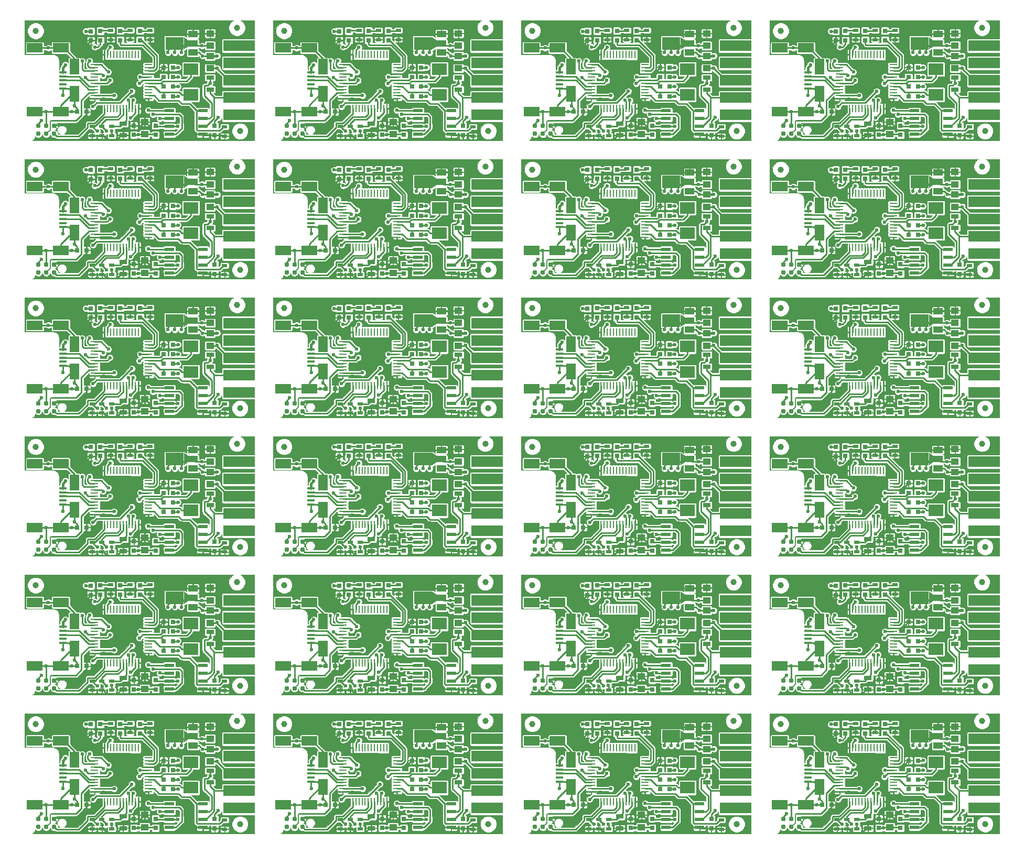
<source format=gtl>
G04 #@! TF.FileFunction,Copper,L1,Top,Signal*
%FSLAX46Y46*%
G04 Gerber Fmt 4.6, Leading zero omitted, Abs format (unit mm)*
G04 Created by KiCad (PCBNEW 4.0.2+dfsg1-stable) date Fr 29 Apr 2016 12:30:28 CEST*
%MOMM*%
G01*
G04 APERTURE LIST*
%ADD10C,0.100000*%
%ADD11R,0.797560X0.797560*%
%ADD12R,0.800000X0.750000*%
%ADD13R,1.300000X0.250000*%
%ADD14R,0.250000X1.300000*%
%ADD15C,1.000000*%
%ADD16R,5.080000X1.778000*%
%ADD17R,1.300000X0.700000*%
%ADD18R,0.900000X0.500000*%
%ADD19R,0.750000X0.800000*%
%ADD20R,1.250000X1.000000*%
%ADD21R,1.501140X1.000760*%
%ADD22R,2.999740X1.998980*%
%ADD23R,2.400000X1.900000*%
%ADD24R,1.550000X0.600000*%
%ADD25R,1.500000X2.500000*%
%ADD26R,2.500000X1.500000*%
%ADD27R,1.250000X0.400000*%
%ADD28C,0.787400*%
%ADD29C,0.600000*%
%ADD30C,0.250000*%
%ADD31C,0.400000*%
%ADD32C,0.150000*%
G04 APERTURE END LIST*
D10*
D11*
X177450000Y-144200700D03*
X177450000Y-145699300D03*
D12*
X184450000Y-150100000D03*
X185950000Y-150100000D03*
D13*
X182000000Y-155150000D03*
X182000000Y-154650000D03*
X182000000Y-154150000D03*
X182000000Y-153650000D03*
X182000000Y-153150000D03*
X182000000Y-152650000D03*
X182000000Y-152150000D03*
X182000000Y-151650000D03*
X182000000Y-151150000D03*
X182000000Y-150650000D03*
X182000000Y-150150000D03*
X182000000Y-149650000D03*
D14*
X180400000Y-148050000D03*
X179900000Y-148050000D03*
X179400000Y-148050000D03*
X178900000Y-148050000D03*
X178400000Y-148050000D03*
X177900000Y-148050000D03*
X177400000Y-148050000D03*
X176900000Y-148050000D03*
X176400000Y-148050000D03*
X175900000Y-148050000D03*
X175400000Y-148050000D03*
X174900000Y-148050000D03*
D13*
X173300000Y-149650000D03*
X173300000Y-150150000D03*
X173300000Y-150650000D03*
X173300000Y-151150000D03*
X173300000Y-151650000D03*
X173300000Y-152150000D03*
X173300000Y-152650000D03*
X173300000Y-153150000D03*
X173300000Y-153650000D03*
X173300000Y-154150000D03*
X173300000Y-154650000D03*
X173300000Y-155150000D03*
D14*
X174900000Y-156750000D03*
X175400000Y-156750000D03*
X175900000Y-156750000D03*
X176400000Y-156750000D03*
X176900000Y-156750000D03*
X177400000Y-156750000D03*
X177900000Y-156750000D03*
X178400000Y-156750000D03*
X178900000Y-156750000D03*
X179400000Y-156750000D03*
X179900000Y-156750000D03*
X180400000Y-156750000D03*
D12*
X184450000Y-151650000D03*
X185950000Y-151650000D03*
D15*
X196800000Y-160400000D03*
D16*
X196633000Y-154994000D03*
X196633000Y-152200000D03*
X196633000Y-149406000D03*
X196633000Y-146612000D03*
X196633000Y-157788000D03*
D17*
X191950000Y-151750000D03*
X191950000Y-153650000D03*
D18*
X194300000Y-161200000D03*
X194300000Y-159700000D03*
D19*
X192700000Y-161050000D03*
X192700000Y-159550000D03*
D20*
X191950000Y-148250000D03*
X191950000Y-150250000D03*
D18*
X182250000Y-144100000D03*
X182250000Y-145600000D03*
D15*
X196300000Y-143700000D03*
X196800000Y-138000000D03*
D20*
X191950000Y-144600000D03*
X191950000Y-146600000D03*
D21*
X189201660Y-147701140D03*
X189201660Y-146200000D03*
X189201660Y-144698860D03*
D22*
X186250180Y-146200000D03*
D10*
G36*
X187724650Y-145199240D02*
X188473950Y-145699620D01*
X188473950Y-146700380D01*
X187724650Y-147200760D01*
X187724650Y-145199240D01*
X187724650Y-145199240D01*
G37*
D18*
X194300000Y-138800000D03*
X194300000Y-137300000D03*
D17*
X177900000Y-161050000D03*
X177900000Y-159150000D03*
D18*
X176100000Y-161150000D03*
X176100000Y-159650000D03*
X174500000Y-159650000D03*
X174500000Y-161150000D03*
D20*
X181400000Y-158900000D03*
X181400000Y-160900000D03*
D19*
X179650000Y-159500000D03*
X179650000Y-161000000D03*
D12*
X185950000Y-154750000D03*
X184450000Y-154750000D03*
D23*
X188850000Y-150400000D03*
X188850000Y-154500000D03*
D19*
X183150000Y-159500000D03*
X183150000Y-161000000D03*
D24*
X185400000Y-157095000D03*
X185400000Y-158365000D03*
X185400000Y-159635000D03*
X185400000Y-160905000D03*
X190800000Y-160905000D03*
X190800000Y-159635000D03*
X190800000Y-158365000D03*
X190800000Y-157095000D03*
D12*
X185950000Y-153200000D03*
X184450000Y-153200000D03*
X144350000Y-151650000D03*
X145850000Y-151650000D03*
X145850000Y-154750000D03*
X144350000Y-154750000D03*
X144350000Y-150100000D03*
X145850000Y-150100000D03*
X145850000Y-153200000D03*
X144350000Y-153200000D03*
D18*
X142150000Y-144100000D03*
X142150000Y-145600000D03*
D21*
X149101660Y-147701140D03*
X149101660Y-146200000D03*
X149101660Y-144698860D03*
D22*
X146150180Y-146200000D03*
D10*
G36*
X147624650Y-145199240D02*
X148373950Y-145699620D01*
X148373950Y-146700380D01*
X147624650Y-147200760D01*
X147624650Y-145199240D01*
X147624650Y-145199240D01*
G37*
D23*
X148750000Y-150400000D03*
X148750000Y-154500000D03*
D15*
X163800000Y-144200000D03*
D12*
X172000000Y-157250000D03*
X170500000Y-157250000D03*
D18*
X172900000Y-138750000D03*
X172900000Y-137250000D03*
D19*
X172700000Y-145750000D03*
X172700000Y-144250000D03*
D17*
X151850000Y-151750000D03*
X151850000Y-153650000D03*
D19*
X152600000Y-161050000D03*
X152600000Y-159550000D03*
D24*
X145300000Y-157095000D03*
X145300000Y-158365000D03*
X145300000Y-159635000D03*
X145300000Y-160905000D03*
X150700000Y-160905000D03*
X150700000Y-159635000D03*
X150700000Y-158365000D03*
X150700000Y-157095000D03*
D20*
X151850000Y-148250000D03*
X151850000Y-150250000D03*
X151850000Y-144600000D03*
X151850000Y-146600000D03*
D25*
X170050000Y-154400000D03*
X170050000Y-150000000D03*
D26*
X167850000Y-146950000D03*
X163650000Y-146950000D03*
X167850000Y-157250000D03*
D27*
X168175000Y-153500000D03*
X168175000Y-152850000D03*
X168175000Y-150900000D03*
X168175000Y-151550000D03*
X168175000Y-152200000D03*
D26*
X163650000Y-157250000D03*
D15*
X156700000Y-160400000D03*
D18*
X172900000Y-161150000D03*
X172900000Y-159650000D03*
X154200000Y-161200000D03*
X154200000Y-159700000D03*
D16*
X156533000Y-154994000D03*
X156533000Y-152200000D03*
X156533000Y-149406000D03*
X156533000Y-146612000D03*
X156533000Y-157788000D03*
D28*
X164230000Y-159565000D03*
X165500000Y-159565000D03*
X166770000Y-159565000D03*
X164230000Y-160835000D03*
X166770000Y-160835000D03*
X165500000Y-160835000D03*
D11*
X134150000Y-144200700D03*
X134150000Y-145699300D03*
X140550000Y-144200700D03*
X140550000Y-145699300D03*
D18*
X135800000Y-144100000D03*
X135800000Y-145600000D03*
D11*
X137350000Y-144200700D03*
X137350000Y-145699300D03*
D18*
X138950000Y-144100000D03*
X138950000Y-145600000D03*
D19*
X132600000Y-145750000D03*
X132600000Y-144250000D03*
X139550000Y-159500000D03*
X139550000Y-161000000D03*
D20*
X141300000Y-158900000D03*
X141300000Y-160900000D03*
D19*
X143050000Y-159500000D03*
X143050000Y-161000000D03*
D17*
X137800000Y-161050000D03*
X137800000Y-159150000D03*
D13*
X141900000Y-155150000D03*
X141900000Y-154650000D03*
X141900000Y-154150000D03*
X141900000Y-153650000D03*
X141900000Y-153150000D03*
X141900000Y-152650000D03*
X141900000Y-152150000D03*
X141900000Y-151650000D03*
X141900000Y-151150000D03*
X141900000Y-150650000D03*
X141900000Y-150150000D03*
X141900000Y-149650000D03*
D14*
X140300000Y-148050000D03*
X139800000Y-148050000D03*
X139300000Y-148050000D03*
X138800000Y-148050000D03*
X138300000Y-148050000D03*
X137800000Y-148050000D03*
X137300000Y-148050000D03*
X136800000Y-148050000D03*
X136300000Y-148050000D03*
X135800000Y-148050000D03*
X135300000Y-148050000D03*
X134800000Y-148050000D03*
D13*
X133200000Y-149650000D03*
X133200000Y-150150000D03*
X133200000Y-150650000D03*
X133200000Y-151150000D03*
X133200000Y-151650000D03*
X133200000Y-152150000D03*
X133200000Y-152650000D03*
X133200000Y-153150000D03*
X133200000Y-153650000D03*
X133200000Y-154150000D03*
X133200000Y-154650000D03*
X133200000Y-155150000D03*
D14*
X134800000Y-156750000D03*
X135300000Y-156750000D03*
X135800000Y-156750000D03*
X136300000Y-156750000D03*
X136800000Y-156750000D03*
X137300000Y-156750000D03*
X137800000Y-156750000D03*
X138300000Y-156750000D03*
X138800000Y-156750000D03*
X139300000Y-156750000D03*
X139800000Y-156750000D03*
X140300000Y-156750000D03*
D12*
X131900000Y-157250000D03*
X130400000Y-157250000D03*
D18*
X132800000Y-161150000D03*
X132800000Y-159650000D03*
X136000000Y-161150000D03*
X136000000Y-159650000D03*
X134400000Y-159650000D03*
X134400000Y-161150000D03*
D19*
X139550000Y-137100000D03*
X139550000Y-138600000D03*
D20*
X141300000Y-136500000D03*
X141300000Y-138500000D03*
D17*
X137800000Y-138650000D03*
X137800000Y-136750000D03*
D19*
X143050000Y-137100000D03*
X143050000Y-138600000D03*
D20*
X151850000Y-99800000D03*
X151850000Y-101800000D03*
X151850000Y-103450000D03*
X151850000Y-105450000D03*
D21*
X149101660Y-102901140D03*
X149101660Y-101400000D03*
X149101660Y-99898860D03*
D22*
X146150180Y-101400000D03*
D10*
G36*
X147624650Y-100399240D02*
X148373950Y-100899620D01*
X148373950Y-101900380D01*
X147624650Y-102400760D01*
X147624650Y-100399240D01*
X147624650Y-100399240D01*
G37*
D17*
X151850000Y-106950000D03*
X151850000Y-108850000D03*
D13*
X141900000Y-110350000D03*
X141900000Y-109850000D03*
X141900000Y-109350000D03*
X141900000Y-108850000D03*
X141900000Y-108350000D03*
X141900000Y-107850000D03*
X141900000Y-107350000D03*
X141900000Y-106850000D03*
X141900000Y-106350000D03*
X141900000Y-105850000D03*
X141900000Y-105350000D03*
X141900000Y-104850000D03*
D14*
X140300000Y-103250000D03*
X139800000Y-103250000D03*
X139300000Y-103250000D03*
X138800000Y-103250000D03*
X138300000Y-103250000D03*
X137800000Y-103250000D03*
X137300000Y-103250000D03*
X136800000Y-103250000D03*
X136300000Y-103250000D03*
X135800000Y-103250000D03*
X135300000Y-103250000D03*
X134800000Y-103250000D03*
D13*
X133200000Y-104850000D03*
X133200000Y-105350000D03*
X133200000Y-105850000D03*
X133200000Y-106350000D03*
X133200000Y-106850000D03*
X133200000Y-107350000D03*
X133200000Y-107850000D03*
X133200000Y-108350000D03*
X133200000Y-108850000D03*
X133200000Y-109350000D03*
X133200000Y-109850000D03*
X133200000Y-110350000D03*
D14*
X134800000Y-111950000D03*
X135300000Y-111950000D03*
X135800000Y-111950000D03*
X136300000Y-111950000D03*
X136800000Y-111950000D03*
X137300000Y-111950000D03*
X137800000Y-111950000D03*
X138300000Y-111950000D03*
X138800000Y-111950000D03*
X139300000Y-111950000D03*
X139800000Y-111950000D03*
X140300000Y-111950000D03*
D18*
X138950000Y-99300000D03*
X138950000Y-100800000D03*
X142150000Y-99300000D03*
X142150000Y-100800000D03*
D11*
X140550000Y-99400700D03*
X140550000Y-100899300D03*
D18*
X135800000Y-99300000D03*
X135800000Y-100800000D03*
D11*
X137350000Y-99400700D03*
X137350000Y-100899300D03*
D19*
X132600000Y-100950000D03*
X132600000Y-99450000D03*
D11*
X134150000Y-99400700D03*
X134150000Y-100899300D03*
D12*
X145850000Y-109950000D03*
X144350000Y-109950000D03*
X144350000Y-105300000D03*
X145850000Y-105300000D03*
X145850000Y-108400000D03*
X144350000Y-108400000D03*
X144350000Y-106850000D03*
X145850000Y-106850000D03*
D23*
X148750000Y-105600000D03*
X148750000Y-109700000D03*
D24*
X145300000Y-112295000D03*
X145300000Y-113565000D03*
X145300000Y-114835000D03*
X145300000Y-116105000D03*
X150700000Y-116105000D03*
X150700000Y-114835000D03*
X150700000Y-113565000D03*
X150700000Y-112295000D03*
D19*
X143050000Y-114700000D03*
X143050000Y-116200000D03*
D17*
X137800000Y-116250000D03*
X137800000Y-114350000D03*
D20*
X141300000Y-114100000D03*
X141300000Y-116100000D03*
D19*
X139550000Y-114700000D03*
X139550000Y-116200000D03*
D18*
X132800000Y-116350000D03*
X132800000Y-114850000D03*
D12*
X131900000Y-112450000D03*
X130400000Y-112450000D03*
D18*
X134400000Y-114850000D03*
X134400000Y-116350000D03*
X136000000Y-116350000D03*
X136000000Y-114850000D03*
D11*
X180650000Y-144200700D03*
X180650000Y-145699300D03*
D18*
X179050000Y-144100000D03*
X179050000Y-145600000D03*
X175900000Y-144100000D03*
X175900000Y-145600000D03*
D11*
X174250000Y-144200700D03*
X174250000Y-145699300D03*
D19*
X183150000Y-137100000D03*
X183150000Y-138600000D03*
X179650000Y-137100000D03*
X179650000Y-138600000D03*
D18*
X176100000Y-138750000D03*
X176100000Y-137250000D03*
X174500000Y-137250000D03*
X174500000Y-138750000D03*
D17*
X177900000Y-138650000D03*
X177900000Y-136750000D03*
D12*
X185950000Y-132350000D03*
X184450000Y-132350000D03*
X185950000Y-130800000D03*
X184450000Y-130800000D03*
X184450000Y-129250000D03*
X185950000Y-129250000D03*
X184450000Y-127700000D03*
X185950000Y-127700000D03*
D13*
X182000000Y-132750000D03*
X182000000Y-132250000D03*
X182000000Y-131750000D03*
X182000000Y-131250000D03*
X182000000Y-130750000D03*
X182000000Y-130250000D03*
X182000000Y-129750000D03*
X182000000Y-129250000D03*
X182000000Y-128750000D03*
X182000000Y-128250000D03*
X182000000Y-127750000D03*
X182000000Y-127250000D03*
D14*
X180400000Y-125650000D03*
X179900000Y-125650000D03*
X179400000Y-125650000D03*
X178900000Y-125650000D03*
X178400000Y-125650000D03*
X177900000Y-125650000D03*
X177400000Y-125650000D03*
X176900000Y-125650000D03*
X176400000Y-125650000D03*
X175900000Y-125650000D03*
X175400000Y-125650000D03*
X174900000Y-125650000D03*
D13*
X173300000Y-127250000D03*
X173300000Y-127750000D03*
X173300000Y-128250000D03*
X173300000Y-128750000D03*
X173300000Y-129250000D03*
X173300000Y-129750000D03*
X173300000Y-130250000D03*
X173300000Y-130750000D03*
X173300000Y-131250000D03*
X173300000Y-131750000D03*
X173300000Y-132250000D03*
X173300000Y-132750000D03*
D14*
X174900000Y-134350000D03*
X175400000Y-134350000D03*
X175900000Y-134350000D03*
X176400000Y-134350000D03*
X176900000Y-134350000D03*
X177400000Y-134350000D03*
X177900000Y-134350000D03*
X178400000Y-134350000D03*
X178900000Y-134350000D03*
X179400000Y-134350000D03*
X179900000Y-134350000D03*
X180400000Y-134350000D03*
D16*
X196633000Y-132594000D03*
X196633000Y-129800000D03*
X196633000Y-127006000D03*
X196633000Y-124212000D03*
X196633000Y-135388000D03*
D20*
X181400000Y-136500000D03*
X181400000Y-138500000D03*
D24*
X185400000Y-134695000D03*
X185400000Y-135965000D03*
X185400000Y-137235000D03*
X185400000Y-138505000D03*
X190800000Y-138505000D03*
X190800000Y-137235000D03*
X190800000Y-135965000D03*
X190800000Y-134695000D03*
D23*
X188850000Y-128000000D03*
X188850000Y-132100000D03*
D17*
X191950000Y-129350000D03*
X191950000Y-131250000D03*
D20*
X191950000Y-125850000D03*
X191950000Y-127850000D03*
D19*
X192700000Y-138650000D03*
X192700000Y-137150000D03*
D20*
X151850000Y-125850000D03*
X151850000Y-127850000D03*
X151850000Y-122200000D03*
X151850000Y-124200000D03*
D21*
X149101660Y-125301140D03*
X149101660Y-123800000D03*
X149101660Y-122298860D03*
D22*
X146150180Y-123800000D03*
D10*
G36*
X147624650Y-122799240D02*
X148373950Y-123299620D01*
X148373950Y-124300380D01*
X147624650Y-124800760D01*
X147624650Y-122799240D01*
X147624650Y-122799240D01*
G37*
D23*
X148750000Y-128000000D03*
X148750000Y-132100000D03*
D18*
X135800000Y-121700000D03*
X135800000Y-123200000D03*
D19*
X132600000Y-123350000D03*
X132600000Y-121850000D03*
D11*
X134150000Y-121800700D03*
X134150000Y-123299300D03*
X137350000Y-121800700D03*
X137350000Y-123299300D03*
D24*
X145300000Y-134695000D03*
X145300000Y-135965000D03*
X145300000Y-137235000D03*
X145300000Y-138505000D03*
X150700000Y-138505000D03*
X150700000Y-137235000D03*
X150700000Y-135965000D03*
X150700000Y-134695000D03*
D15*
X156700000Y-138000000D03*
D18*
X154200000Y-138800000D03*
X154200000Y-137300000D03*
D19*
X152600000Y-138650000D03*
X152600000Y-137150000D03*
D17*
X151850000Y-129350000D03*
X151850000Y-131250000D03*
D15*
X156200000Y-143700000D03*
D12*
X172000000Y-134850000D03*
X170500000Y-134850000D03*
D28*
X164230000Y-137165000D03*
X165500000Y-137165000D03*
X166770000Y-137165000D03*
X164230000Y-138435000D03*
X166770000Y-138435000D03*
X165500000Y-138435000D03*
D19*
X152600000Y-116250000D03*
X152600000Y-114750000D03*
D25*
X170050000Y-132000000D03*
X170050000Y-127600000D03*
D26*
X167850000Y-124550000D03*
X163650000Y-124550000D03*
X167850000Y-134850000D03*
D27*
X168175000Y-131100000D03*
X168175000Y-130450000D03*
X168175000Y-128500000D03*
X168175000Y-129150000D03*
X168175000Y-129800000D03*
D26*
X163650000Y-134850000D03*
D16*
X156533000Y-132594000D03*
X156533000Y-129800000D03*
X156533000Y-127006000D03*
X156533000Y-124212000D03*
X156533000Y-135388000D03*
D28*
X164230000Y-114765000D03*
X165500000Y-114765000D03*
X166770000Y-114765000D03*
X164230000Y-116035000D03*
X166770000Y-116035000D03*
X165500000Y-116035000D03*
D12*
X172000000Y-112450000D03*
X170500000Y-112450000D03*
D18*
X142150000Y-121700000D03*
X142150000Y-123200000D03*
D13*
X141900000Y-132750000D03*
X141900000Y-132250000D03*
X141900000Y-131750000D03*
X141900000Y-131250000D03*
X141900000Y-130750000D03*
X141900000Y-130250000D03*
X141900000Y-129750000D03*
X141900000Y-129250000D03*
X141900000Y-128750000D03*
X141900000Y-128250000D03*
X141900000Y-127750000D03*
X141900000Y-127250000D03*
D14*
X140300000Y-125650000D03*
X139800000Y-125650000D03*
X139300000Y-125650000D03*
X138800000Y-125650000D03*
X138300000Y-125650000D03*
X137800000Y-125650000D03*
X137300000Y-125650000D03*
X136800000Y-125650000D03*
X136300000Y-125650000D03*
X135800000Y-125650000D03*
X135300000Y-125650000D03*
X134800000Y-125650000D03*
D13*
X133200000Y-127250000D03*
X133200000Y-127750000D03*
X133200000Y-128250000D03*
X133200000Y-128750000D03*
X133200000Y-129250000D03*
X133200000Y-129750000D03*
X133200000Y-130250000D03*
X133200000Y-130750000D03*
X133200000Y-131250000D03*
X133200000Y-131750000D03*
X133200000Y-132250000D03*
X133200000Y-132750000D03*
D14*
X134800000Y-134350000D03*
X135300000Y-134350000D03*
X135800000Y-134350000D03*
X136300000Y-134350000D03*
X136800000Y-134350000D03*
X137300000Y-134350000D03*
X137800000Y-134350000D03*
X138300000Y-134350000D03*
X138800000Y-134350000D03*
X139300000Y-134350000D03*
X139800000Y-134350000D03*
X140300000Y-134350000D03*
D11*
X140550000Y-121800700D03*
X140550000Y-123299300D03*
D18*
X138950000Y-121700000D03*
X138950000Y-123200000D03*
D12*
X144350000Y-127700000D03*
X145850000Y-127700000D03*
X145850000Y-130800000D03*
X144350000Y-130800000D03*
X144350000Y-129250000D03*
X145850000Y-129250000D03*
X145850000Y-132350000D03*
X144350000Y-132350000D03*
X131900000Y-134850000D03*
X130400000Y-134850000D03*
D18*
X134400000Y-137250000D03*
X134400000Y-138750000D03*
X136000000Y-138750000D03*
X136000000Y-137250000D03*
X132800000Y-138750000D03*
X132800000Y-137250000D03*
D15*
X196300000Y-121300000D03*
D16*
X196633000Y-110194000D03*
X196633000Y-107400000D03*
X196633000Y-104606000D03*
X196633000Y-101812000D03*
X196633000Y-112988000D03*
D18*
X194300000Y-116400000D03*
X194300000Y-114900000D03*
D17*
X191950000Y-106950000D03*
X191950000Y-108850000D03*
D15*
X196800000Y-115600000D03*
X196300000Y-98900000D03*
D20*
X191950000Y-99800000D03*
X191950000Y-101800000D03*
D21*
X189201660Y-102901140D03*
X189201660Y-101400000D03*
X189201660Y-99898860D03*
D22*
X186250180Y-101400000D03*
D10*
G36*
X187724650Y-100399240D02*
X188473950Y-100899620D01*
X188473950Y-101900380D01*
X187724650Y-102400760D01*
X187724650Y-100399240D01*
X187724650Y-100399240D01*
G37*
D20*
X191950000Y-103450000D03*
X191950000Y-105450000D03*
D12*
X185950000Y-109950000D03*
X184450000Y-109950000D03*
X185950000Y-108400000D03*
X184450000Y-108400000D03*
X184450000Y-106850000D03*
X185950000Y-106850000D03*
X184450000Y-105300000D03*
X185950000Y-105300000D03*
D23*
X188850000Y-105600000D03*
X188850000Y-109700000D03*
D20*
X191950000Y-122200000D03*
X191950000Y-124200000D03*
D24*
X185400000Y-112295000D03*
X185400000Y-113565000D03*
X185400000Y-114835000D03*
X185400000Y-116105000D03*
X190800000Y-116105000D03*
X190800000Y-114835000D03*
X190800000Y-113565000D03*
X190800000Y-112295000D03*
D21*
X189201660Y-125301140D03*
X189201660Y-123800000D03*
X189201660Y-122298860D03*
D22*
X186250180Y-123800000D03*
D10*
G36*
X187724650Y-122799240D02*
X188473950Y-123299620D01*
X188473950Y-124300380D01*
X187724650Y-124800760D01*
X187724650Y-122799240D01*
X187724650Y-122799240D01*
G37*
D19*
X192700000Y-116250000D03*
X192700000Y-114750000D03*
D18*
X182250000Y-121700000D03*
X182250000Y-123200000D03*
X179050000Y-121700000D03*
X179050000Y-123200000D03*
D11*
X174250000Y-121800700D03*
X174250000Y-123299300D03*
D19*
X172700000Y-123350000D03*
X172700000Y-121850000D03*
D18*
X175900000Y-121700000D03*
X175900000Y-123200000D03*
D11*
X177450000Y-121800700D03*
X177450000Y-123299300D03*
X180650000Y-121800700D03*
X180650000Y-123299300D03*
D18*
X182250000Y-99300000D03*
X182250000Y-100800000D03*
D11*
X180650000Y-99400700D03*
X180650000Y-100899300D03*
D20*
X181400000Y-114100000D03*
X181400000Y-116100000D03*
D13*
X182000000Y-110350000D03*
X182000000Y-109850000D03*
X182000000Y-109350000D03*
X182000000Y-108850000D03*
X182000000Y-108350000D03*
X182000000Y-107850000D03*
X182000000Y-107350000D03*
X182000000Y-106850000D03*
X182000000Y-106350000D03*
X182000000Y-105850000D03*
X182000000Y-105350000D03*
X182000000Y-104850000D03*
D14*
X180400000Y-103250000D03*
X179900000Y-103250000D03*
X179400000Y-103250000D03*
X178900000Y-103250000D03*
X178400000Y-103250000D03*
X177900000Y-103250000D03*
X177400000Y-103250000D03*
X176900000Y-103250000D03*
X176400000Y-103250000D03*
X175900000Y-103250000D03*
X175400000Y-103250000D03*
X174900000Y-103250000D03*
D13*
X173300000Y-104850000D03*
X173300000Y-105350000D03*
X173300000Y-105850000D03*
X173300000Y-106350000D03*
X173300000Y-106850000D03*
X173300000Y-107350000D03*
X173300000Y-107850000D03*
X173300000Y-108350000D03*
X173300000Y-108850000D03*
X173300000Y-109350000D03*
X173300000Y-109850000D03*
X173300000Y-110350000D03*
D14*
X174900000Y-111950000D03*
X175400000Y-111950000D03*
X175900000Y-111950000D03*
X176400000Y-111950000D03*
X176900000Y-111950000D03*
X177400000Y-111950000D03*
X177900000Y-111950000D03*
X178400000Y-111950000D03*
X178900000Y-111950000D03*
X179400000Y-111950000D03*
X179900000Y-111950000D03*
X180400000Y-111950000D03*
D17*
X177900000Y-116250000D03*
X177900000Y-114350000D03*
D18*
X179050000Y-99300000D03*
X179050000Y-100800000D03*
X175900000Y-99300000D03*
X175900000Y-100800000D03*
D19*
X172700000Y-100950000D03*
X172700000Y-99450000D03*
D11*
X177450000Y-99400700D03*
X177450000Y-100899300D03*
X174250000Y-99400700D03*
X174250000Y-100899300D03*
D25*
X170050000Y-109600000D03*
X170050000Y-105200000D03*
D26*
X167850000Y-102150000D03*
X163650000Y-102150000D03*
X167850000Y-112450000D03*
D27*
X168175000Y-108700000D03*
X168175000Y-108050000D03*
X168175000Y-106100000D03*
X168175000Y-106750000D03*
X168175000Y-107400000D03*
D26*
X163650000Y-112450000D03*
D15*
X163800000Y-99400000D03*
D16*
X156533000Y-110194000D03*
X156533000Y-107400000D03*
X156533000Y-104606000D03*
X156533000Y-101812000D03*
X156533000Y-112988000D03*
D15*
X156200000Y-98900000D03*
D18*
X174500000Y-114850000D03*
X174500000Y-116350000D03*
X176100000Y-116350000D03*
X176100000Y-114850000D03*
X172900000Y-116350000D03*
X172900000Y-114850000D03*
D19*
X179650000Y-114700000D03*
X179650000Y-116200000D03*
X183150000Y-114700000D03*
X183150000Y-116200000D03*
D15*
X156200000Y-121300000D03*
X163800000Y-121800000D03*
D18*
X154200000Y-116400000D03*
X154200000Y-114900000D03*
D15*
X156700000Y-115600000D03*
D19*
X72400000Y-161050000D03*
X72400000Y-159550000D03*
D17*
X71650000Y-151750000D03*
X71650000Y-153650000D03*
D24*
X65100000Y-157095000D03*
X65100000Y-158365000D03*
X65100000Y-159635000D03*
X65100000Y-160905000D03*
X70500000Y-160905000D03*
X70500000Y-159635000D03*
X70500000Y-158365000D03*
X70500000Y-157095000D03*
D18*
X74000000Y-161200000D03*
X74000000Y-159700000D03*
D20*
X71650000Y-148250000D03*
X71650000Y-150250000D03*
D12*
X65650000Y-153200000D03*
X64150000Y-153200000D03*
X65650000Y-154750000D03*
X64150000Y-154750000D03*
D23*
X68550000Y-150400000D03*
X68550000Y-154500000D03*
D12*
X64150000Y-150100000D03*
X65650000Y-150100000D03*
X64150000Y-151650000D03*
X65650000Y-151650000D03*
D11*
X53950000Y-144200700D03*
X53950000Y-145699300D03*
D12*
X51700000Y-157250000D03*
X50200000Y-157250000D03*
D19*
X52400000Y-145750000D03*
X52400000Y-144250000D03*
D28*
X43930000Y-159565000D03*
X45200000Y-159565000D03*
X46470000Y-159565000D03*
X43930000Y-160835000D03*
X46470000Y-160835000D03*
X45200000Y-160835000D03*
D25*
X49750000Y-154400000D03*
X49750000Y-150000000D03*
D26*
X47550000Y-146950000D03*
X43350000Y-146950000D03*
X47550000Y-157250000D03*
D27*
X47875000Y-153500000D03*
X47875000Y-152850000D03*
X47875000Y-150900000D03*
X47875000Y-151550000D03*
X47875000Y-152200000D03*
D26*
X43350000Y-157250000D03*
D18*
X52600000Y-161150000D03*
X52600000Y-159650000D03*
D19*
X59350000Y-159500000D03*
X59350000Y-161000000D03*
D18*
X55800000Y-161150000D03*
X55800000Y-159650000D03*
D19*
X62850000Y-159500000D03*
X62850000Y-161000000D03*
D20*
X61100000Y-158900000D03*
X61100000Y-160900000D03*
D17*
X57600000Y-161050000D03*
X57600000Y-159150000D03*
D13*
X61700000Y-155150000D03*
X61700000Y-154650000D03*
X61700000Y-154150000D03*
X61700000Y-153650000D03*
X61700000Y-153150000D03*
X61700000Y-152650000D03*
X61700000Y-152150000D03*
X61700000Y-151650000D03*
X61700000Y-151150000D03*
X61700000Y-150650000D03*
X61700000Y-150150000D03*
X61700000Y-149650000D03*
D14*
X60100000Y-148050000D03*
X59600000Y-148050000D03*
X59100000Y-148050000D03*
X58600000Y-148050000D03*
X58100000Y-148050000D03*
X57600000Y-148050000D03*
X57100000Y-148050000D03*
X56600000Y-148050000D03*
X56100000Y-148050000D03*
X55600000Y-148050000D03*
X55100000Y-148050000D03*
X54600000Y-148050000D03*
D13*
X53000000Y-149650000D03*
X53000000Y-150150000D03*
X53000000Y-150650000D03*
X53000000Y-151150000D03*
X53000000Y-151650000D03*
X53000000Y-152150000D03*
X53000000Y-152650000D03*
X53000000Y-153150000D03*
X53000000Y-153650000D03*
X53000000Y-154150000D03*
X53000000Y-154650000D03*
X53000000Y-155150000D03*
D14*
X54600000Y-156750000D03*
X55100000Y-156750000D03*
X55600000Y-156750000D03*
X56100000Y-156750000D03*
X56600000Y-156750000D03*
X57100000Y-156750000D03*
X57600000Y-156750000D03*
X58100000Y-156750000D03*
X58600000Y-156750000D03*
X59100000Y-156750000D03*
X59600000Y-156750000D03*
X60100000Y-156750000D03*
D18*
X54200000Y-159650000D03*
X54200000Y-161150000D03*
D11*
X60350000Y-144200700D03*
X60350000Y-145699300D03*
X57150000Y-144200700D03*
X57150000Y-145699300D03*
D20*
X61100000Y-136500000D03*
X61100000Y-138500000D03*
D19*
X62850000Y-137100000D03*
X62850000Y-138600000D03*
D20*
X71650000Y-144600000D03*
X71650000Y-146600000D03*
D18*
X74000000Y-138800000D03*
X74000000Y-137300000D03*
D19*
X72400000Y-138650000D03*
X72400000Y-137150000D03*
D21*
X68901660Y-147701140D03*
X68901660Y-146200000D03*
X68901660Y-144698860D03*
D22*
X65950180Y-146200000D03*
D10*
G36*
X67424650Y-145199240D02*
X68173950Y-145699620D01*
X68173950Y-146700380D01*
X67424650Y-147200760D01*
X67424650Y-145199240D01*
X67424650Y-145199240D01*
G37*
D24*
X65100000Y-134695000D03*
X65100000Y-135965000D03*
X65100000Y-137235000D03*
X65100000Y-138505000D03*
X70500000Y-138505000D03*
X70500000Y-137235000D03*
X70500000Y-135965000D03*
X70500000Y-134695000D03*
D18*
X95700000Y-121700000D03*
X95700000Y-123200000D03*
D11*
X94050000Y-121800700D03*
X94050000Y-123299300D03*
D18*
X98850000Y-121700000D03*
X98850000Y-123200000D03*
X102050000Y-121700000D03*
X102050000Y-123200000D03*
D11*
X100450000Y-121800700D03*
X100450000Y-123299300D03*
X97250000Y-121800700D03*
X97250000Y-123299300D03*
D18*
X94300000Y-137250000D03*
X94300000Y-138750000D03*
D17*
X97700000Y-138650000D03*
X97700000Y-136750000D03*
D19*
X102950000Y-137100000D03*
X102950000Y-138600000D03*
D18*
X95900000Y-138750000D03*
X95900000Y-137250000D03*
D20*
X101200000Y-136500000D03*
X101200000Y-138500000D03*
D19*
X99450000Y-137100000D03*
X99450000Y-138600000D03*
D15*
X76000000Y-143700000D03*
X76500000Y-138000000D03*
D25*
X89850000Y-132000000D03*
X89850000Y-127600000D03*
D26*
X87650000Y-124550000D03*
X83450000Y-124550000D03*
X87650000Y-134850000D03*
D27*
X87975000Y-131100000D03*
X87975000Y-130450000D03*
X87975000Y-128500000D03*
X87975000Y-129150000D03*
X87975000Y-129800000D03*
D26*
X83450000Y-134850000D03*
D28*
X84030000Y-137165000D03*
X85300000Y-137165000D03*
X86570000Y-137165000D03*
X84030000Y-138435000D03*
X86570000Y-138435000D03*
X85300000Y-138435000D03*
D16*
X76333000Y-132594000D03*
X76333000Y-129800000D03*
X76333000Y-127006000D03*
X76333000Y-124212000D03*
X76333000Y-135388000D03*
D18*
X92700000Y-138750000D03*
X92700000Y-137250000D03*
D19*
X92500000Y-123350000D03*
X92500000Y-121850000D03*
D12*
X91800000Y-134850000D03*
X90300000Y-134850000D03*
D13*
X101800000Y-132750000D03*
X101800000Y-132250000D03*
X101800000Y-131750000D03*
X101800000Y-131250000D03*
X101800000Y-130750000D03*
X101800000Y-130250000D03*
X101800000Y-129750000D03*
X101800000Y-129250000D03*
X101800000Y-128750000D03*
X101800000Y-128250000D03*
X101800000Y-127750000D03*
X101800000Y-127250000D03*
D14*
X100200000Y-125650000D03*
X99700000Y-125650000D03*
X99200000Y-125650000D03*
X98700000Y-125650000D03*
X98200000Y-125650000D03*
X97700000Y-125650000D03*
X97200000Y-125650000D03*
X96700000Y-125650000D03*
X96200000Y-125650000D03*
X95700000Y-125650000D03*
X95200000Y-125650000D03*
X94700000Y-125650000D03*
D13*
X93100000Y-127250000D03*
X93100000Y-127750000D03*
X93100000Y-128250000D03*
X93100000Y-128750000D03*
X93100000Y-129250000D03*
X93100000Y-129750000D03*
X93100000Y-130250000D03*
X93100000Y-130750000D03*
X93100000Y-131250000D03*
X93100000Y-131750000D03*
X93100000Y-132250000D03*
X93100000Y-132750000D03*
D14*
X94700000Y-134350000D03*
X95200000Y-134350000D03*
X95700000Y-134350000D03*
X96200000Y-134350000D03*
X96700000Y-134350000D03*
X97200000Y-134350000D03*
X97700000Y-134350000D03*
X98200000Y-134350000D03*
X98700000Y-134350000D03*
X99200000Y-134350000D03*
X99700000Y-134350000D03*
X100200000Y-134350000D03*
D12*
X104250000Y-127700000D03*
X105750000Y-127700000D03*
X104250000Y-129250000D03*
X105750000Y-129250000D03*
X105750000Y-130800000D03*
X104250000Y-130800000D03*
X105750000Y-132350000D03*
X104250000Y-132350000D03*
D19*
X102950000Y-114700000D03*
X102950000Y-116200000D03*
X99450000Y-114700000D03*
X99450000Y-116200000D03*
D18*
X95900000Y-116350000D03*
X95900000Y-114850000D03*
X94300000Y-114850000D03*
X94300000Y-116350000D03*
D17*
X97700000Y-116250000D03*
X97700000Y-114350000D03*
D18*
X92700000Y-116350000D03*
X92700000Y-114850000D03*
D13*
X61700000Y-110350000D03*
X61700000Y-109850000D03*
X61700000Y-109350000D03*
X61700000Y-108850000D03*
X61700000Y-108350000D03*
X61700000Y-107850000D03*
X61700000Y-107350000D03*
X61700000Y-106850000D03*
X61700000Y-106350000D03*
X61700000Y-105850000D03*
X61700000Y-105350000D03*
X61700000Y-104850000D03*
D14*
X60100000Y-103250000D03*
X59600000Y-103250000D03*
X59100000Y-103250000D03*
X58600000Y-103250000D03*
X58100000Y-103250000D03*
X57600000Y-103250000D03*
X57100000Y-103250000D03*
X56600000Y-103250000D03*
X56100000Y-103250000D03*
X55600000Y-103250000D03*
X55100000Y-103250000D03*
X54600000Y-103250000D03*
D13*
X53000000Y-104850000D03*
X53000000Y-105350000D03*
X53000000Y-105850000D03*
X53000000Y-106350000D03*
X53000000Y-106850000D03*
X53000000Y-107350000D03*
X53000000Y-107850000D03*
X53000000Y-108350000D03*
X53000000Y-108850000D03*
X53000000Y-109350000D03*
X53000000Y-109850000D03*
X53000000Y-110350000D03*
D14*
X54600000Y-111950000D03*
X55100000Y-111950000D03*
X55600000Y-111950000D03*
X56100000Y-111950000D03*
X56600000Y-111950000D03*
X57100000Y-111950000D03*
X57600000Y-111950000D03*
X58100000Y-111950000D03*
X58600000Y-111950000D03*
X59100000Y-111950000D03*
X59600000Y-111950000D03*
X60100000Y-111950000D03*
D11*
X53950000Y-99400700D03*
X53950000Y-100899300D03*
D19*
X52400000Y-100950000D03*
X52400000Y-99450000D03*
D18*
X55600000Y-99300000D03*
X55600000Y-100800000D03*
D19*
X52400000Y-123350000D03*
X52400000Y-121850000D03*
D15*
X43500000Y-121800000D03*
D25*
X49750000Y-109600000D03*
X49750000Y-105200000D03*
D26*
X47550000Y-102150000D03*
X43350000Y-102150000D03*
X47550000Y-112450000D03*
D27*
X47875000Y-108700000D03*
X47875000Y-108050000D03*
X47875000Y-106100000D03*
X47875000Y-106750000D03*
X47875000Y-107400000D03*
D26*
X43350000Y-112450000D03*
D28*
X43930000Y-114765000D03*
X45200000Y-114765000D03*
X46470000Y-114765000D03*
X43930000Y-116035000D03*
X46470000Y-116035000D03*
X45200000Y-116035000D03*
D12*
X51700000Y-112450000D03*
X50200000Y-112450000D03*
D15*
X43500000Y-99400000D03*
D11*
X53950000Y-121800700D03*
X53950000Y-123299300D03*
D18*
X61950000Y-121700000D03*
X61950000Y-123200000D03*
X55600000Y-121700000D03*
X55600000Y-123200000D03*
X58750000Y-121700000D03*
X58750000Y-123200000D03*
D11*
X57150000Y-121800700D03*
X57150000Y-123299300D03*
X60350000Y-121800700D03*
X60350000Y-123299300D03*
D20*
X61100000Y-114100000D03*
X61100000Y-116100000D03*
D19*
X59350000Y-114700000D03*
X59350000Y-116200000D03*
D17*
X57600000Y-116250000D03*
X57600000Y-114350000D03*
D18*
X52600000Y-116350000D03*
X52600000Y-114850000D03*
X55800000Y-116350000D03*
X55800000Y-114850000D03*
X54200000Y-114850000D03*
X54200000Y-116350000D03*
X102050000Y-99300000D03*
X102050000Y-100800000D03*
D11*
X100450000Y-99400700D03*
X100450000Y-100899300D03*
D20*
X101200000Y-114100000D03*
X101200000Y-116100000D03*
D13*
X101800000Y-110350000D03*
X101800000Y-109850000D03*
X101800000Y-109350000D03*
X101800000Y-108850000D03*
X101800000Y-108350000D03*
X101800000Y-107850000D03*
X101800000Y-107350000D03*
X101800000Y-106850000D03*
X101800000Y-106350000D03*
X101800000Y-105850000D03*
X101800000Y-105350000D03*
X101800000Y-104850000D03*
D14*
X100200000Y-103250000D03*
X99700000Y-103250000D03*
X99200000Y-103250000D03*
X98700000Y-103250000D03*
X98200000Y-103250000D03*
X97700000Y-103250000D03*
X97200000Y-103250000D03*
X96700000Y-103250000D03*
X96200000Y-103250000D03*
X95700000Y-103250000D03*
X95200000Y-103250000D03*
X94700000Y-103250000D03*
D13*
X93100000Y-104850000D03*
X93100000Y-105350000D03*
X93100000Y-105850000D03*
X93100000Y-106350000D03*
X93100000Y-106850000D03*
X93100000Y-107350000D03*
X93100000Y-107850000D03*
X93100000Y-108350000D03*
X93100000Y-108850000D03*
X93100000Y-109350000D03*
X93100000Y-109850000D03*
X93100000Y-110350000D03*
D14*
X94700000Y-111950000D03*
X95200000Y-111950000D03*
X95700000Y-111950000D03*
X96200000Y-111950000D03*
X96700000Y-111950000D03*
X97200000Y-111950000D03*
X97700000Y-111950000D03*
X98200000Y-111950000D03*
X98700000Y-111950000D03*
X99200000Y-111950000D03*
X99700000Y-111950000D03*
X100200000Y-111950000D03*
D18*
X98850000Y-99300000D03*
X98850000Y-100800000D03*
D11*
X94050000Y-99400700D03*
X94050000Y-100899300D03*
D19*
X92500000Y-100950000D03*
X92500000Y-99450000D03*
D18*
X95700000Y-99300000D03*
X95700000Y-100800000D03*
D11*
X97250000Y-99400700D03*
X97250000Y-100899300D03*
D15*
X83600000Y-121800000D03*
X76000000Y-121300000D03*
X76500000Y-115600000D03*
D28*
X84030000Y-114765000D03*
X85300000Y-114765000D03*
X86570000Y-114765000D03*
X84030000Y-116035000D03*
X86570000Y-116035000D03*
X85300000Y-116035000D03*
D19*
X72400000Y-116250000D03*
X72400000Y-114750000D03*
D18*
X74000000Y-116400000D03*
X74000000Y-114900000D03*
X58750000Y-99300000D03*
X58750000Y-100800000D03*
D11*
X57150000Y-99400700D03*
X57150000Y-100899300D03*
X60350000Y-99400700D03*
X60350000Y-100899300D03*
D18*
X61950000Y-99300000D03*
X61950000Y-100800000D03*
D19*
X62850000Y-114700000D03*
X62850000Y-116200000D03*
D12*
X65650000Y-109950000D03*
X64150000Y-109950000D03*
D24*
X65100000Y-112295000D03*
X65100000Y-113565000D03*
X65100000Y-114835000D03*
X65100000Y-116105000D03*
X70500000Y-116105000D03*
X70500000Y-114835000D03*
X70500000Y-113565000D03*
X70500000Y-112295000D03*
D17*
X71650000Y-106950000D03*
X71650000Y-108850000D03*
D23*
X68550000Y-105600000D03*
X68550000Y-109700000D03*
D12*
X65650000Y-108400000D03*
X64150000Y-108400000D03*
X64150000Y-106850000D03*
X65650000Y-106850000D03*
X64150000Y-105300000D03*
X65650000Y-105300000D03*
X91800000Y-112450000D03*
X90300000Y-112450000D03*
D25*
X89850000Y-109600000D03*
X89850000Y-105200000D03*
D26*
X87650000Y-102150000D03*
X83450000Y-102150000D03*
X87650000Y-112450000D03*
D27*
X87975000Y-108700000D03*
X87975000Y-108050000D03*
X87975000Y-106100000D03*
X87975000Y-106750000D03*
X87975000Y-107400000D03*
D26*
X83450000Y-112450000D03*
D15*
X83600000Y-99400000D03*
D16*
X76333000Y-110194000D03*
X76333000Y-107400000D03*
X76333000Y-104606000D03*
X76333000Y-101812000D03*
X76333000Y-112988000D03*
D20*
X71650000Y-103450000D03*
X71650000Y-105450000D03*
D15*
X76000000Y-98900000D03*
D21*
X68901660Y-102901140D03*
X68901660Y-101400000D03*
X68901660Y-99898860D03*
D22*
X65950180Y-101400000D03*
D10*
G36*
X67424650Y-100399240D02*
X68173950Y-100899620D01*
X68173950Y-101900380D01*
X67424650Y-102400760D01*
X67424650Y-100399240D01*
X67424650Y-100399240D01*
G37*
D20*
X71650000Y-99800000D03*
X71650000Y-101800000D03*
D12*
X104250000Y-151650000D03*
X105750000Y-151650000D03*
X104250000Y-150100000D03*
X105750000Y-150100000D03*
D21*
X109001660Y-147701140D03*
X109001660Y-146200000D03*
X109001660Y-144698860D03*
D22*
X106050180Y-146200000D03*
D10*
G36*
X107524650Y-145199240D02*
X108273950Y-145699620D01*
X108273950Y-146700380D01*
X107524650Y-147200760D01*
X107524650Y-145199240D01*
X107524650Y-145199240D01*
G37*
D20*
X111750000Y-148250000D03*
X111750000Y-150250000D03*
X111750000Y-144600000D03*
X111750000Y-146600000D03*
D23*
X108650000Y-150400000D03*
X108650000Y-154500000D03*
D12*
X105750000Y-154750000D03*
X104250000Y-154750000D03*
X105750000Y-153200000D03*
X104250000Y-153200000D03*
D17*
X111750000Y-151750000D03*
X111750000Y-153650000D03*
D19*
X112500000Y-161050000D03*
X112500000Y-159550000D03*
D24*
X105200000Y-157095000D03*
X105200000Y-158365000D03*
X105200000Y-159635000D03*
X105200000Y-160905000D03*
X110600000Y-160905000D03*
X110600000Y-159635000D03*
X110600000Y-158365000D03*
X110600000Y-157095000D03*
D16*
X76333000Y-154994000D03*
X76333000Y-152200000D03*
X76333000Y-149406000D03*
X76333000Y-146612000D03*
X76333000Y-157788000D03*
D15*
X76500000Y-160400000D03*
D12*
X91800000Y-157250000D03*
X90300000Y-157250000D03*
D15*
X83600000Y-144200000D03*
D28*
X84030000Y-159565000D03*
X85300000Y-159565000D03*
X86570000Y-159565000D03*
X84030000Y-160835000D03*
X86570000Y-160835000D03*
X85300000Y-160835000D03*
D25*
X89850000Y-154400000D03*
X89850000Y-150000000D03*
D26*
X87650000Y-146950000D03*
X83450000Y-146950000D03*
X87650000Y-157250000D03*
D27*
X87975000Y-153500000D03*
X87975000Y-152850000D03*
X87975000Y-150900000D03*
X87975000Y-151550000D03*
X87975000Y-152200000D03*
D26*
X83450000Y-157250000D03*
D19*
X92500000Y-145750000D03*
X92500000Y-144250000D03*
D18*
X114100000Y-161200000D03*
X114100000Y-159700000D03*
D28*
X124130000Y-159565000D03*
X125400000Y-159565000D03*
X126670000Y-159565000D03*
X124130000Y-160835000D03*
X126670000Y-160835000D03*
X125400000Y-160835000D03*
D15*
X123700000Y-144200000D03*
D25*
X129950000Y-154400000D03*
X129950000Y-150000000D03*
D26*
X127750000Y-146950000D03*
X123550000Y-146950000D03*
X127750000Y-157250000D03*
D27*
X128075000Y-153500000D03*
X128075000Y-152850000D03*
X128075000Y-150900000D03*
X128075000Y-151550000D03*
X128075000Y-152200000D03*
D26*
X123550000Y-157250000D03*
D15*
X116600000Y-160400000D03*
D16*
X116433000Y-154994000D03*
X116433000Y-152200000D03*
X116433000Y-149406000D03*
X116433000Y-146612000D03*
X116433000Y-157788000D03*
D18*
X95700000Y-144100000D03*
X95700000Y-145600000D03*
D11*
X94050000Y-144200700D03*
X94050000Y-145699300D03*
D18*
X98850000Y-144100000D03*
X98850000Y-145600000D03*
D11*
X100450000Y-144200700D03*
X100450000Y-145699300D03*
X97250000Y-144200700D03*
X97250000Y-145699300D03*
D18*
X102050000Y-144100000D03*
X102050000Y-145600000D03*
D19*
X102950000Y-159500000D03*
X102950000Y-161000000D03*
D18*
X94300000Y-159650000D03*
X94300000Y-161150000D03*
D17*
X97700000Y-161050000D03*
X97700000Y-159150000D03*
D13*
X101800000Y-155150000D03*
X101800000Y-154650000D03*
X101800000Y-154150000D03*
X101800000Y-153650000D03*
X101800000Y-153150000D03*
X101800000Y-152650000D03*
X101800000Y-152150000D03*
X101800000Y-151650000D03*
X101800000Y-151150000D03*
X101800000Y-150650000D03*
X101800000Y-150150000D03*
X101800000Y-149650000D03*
D14*
X100200000Y-148050000D03*
X99700000Y-148050000D03*
X99200000Y-148050000D03*
X98700000Y-148050000D03*
X98200000Y-148050000D03*
X97700000Y-148050000D03*
X97200000Y-148050000D03*
X96700000Y-148050000D03*
X96200000Y-148050000D03*
X95700000Y-148050000D03*
X95200000Y-148050000D03*
X94700000Y-148050000D03*
D13*
X93100000Y-149650000D03*
X93100000Y-150150000D03*
X93100000Y-150650000D03*
X93100000Y-151150000D03*
X93100000Y-151650000D03*
X93100000Y-152150000D03*
X93100000Y-152650000D03*
X93100000Y-153150000D03*
X93100000Y-153650000D03*
X93100000Y-154150000D03*
X93100000Y-154650000D03*
X93100000Y-155150000D03*
D14*
X94700000Y-156750000D03*
X95200000Y-156750000D03*
X95700000Y-156750000D03*
X96200000Y-156750000D03*
X96700000Y-156750000D03*
X97200000Y-156750000D03*
X97700000Y-156750000D03*
X98200000Y-156750000D03*
X98700000Y-156750000D03*
X99200000Y-156750000D03*
X99700000Y-156750000D03*
X100200000Y-156750000D03*
D20*
X101200000Y-158900000D03*
X101200000Y-160900000D03*
D18*
X92700000Y-161150000D03*
X92700000Y-159650000D03*
D19*
X99450000Y-159500000D03*
X99450000Y-161000000D03*
D18*
X95900000Y-161150000D03*
X95900000Y-159650000D03*
D19*
X59350000Y-137100000D03*
X59350000Y-138600000D03*
D13*
X61700000Y-132750000D03*
X61700000Y-132250000D03*
X61700000Y-131750000D03*
X61700000Y-131250000D03*
X61700000Y-130750000D03*
X61700000Y-130250000D03*
X61700000Y-129750000D03*
X61700000Y-129250000D03*
X61700000Y-128750000D03*
X61700000Y-128250000D03*
X61700000Y-127750000D03*
X61700000Y-127250000D03*
D14*
X60100000Y-125650000D03*
X59600000Y-125650000D03*
X59100000Y-125650000D03*
X58600000Y-125650000D03*
X58100000Y-125650000D03*
X57600000Y-125650000D03*
X57100000Y-125650000D03*
X56600000Y-125650000D03*
X56100000Y-125650000D03*
X55600000Y-125650000D03*
X55100000Y-125650000D03*
X54600000Y-125650000D03*
D13*
X53000000Y-127250000D03*
X53000000Y-127750000D03*
X53000000Y-128250000D03*
X53000000Y-128750000D03*
X53000000Y-129250000D03*
X53000000Y-129750000D03*
X53000000Y-130250000D03*
X53000000Y-130750000D03*
X53000000Y-131250000D03*
X53000000Y-131750000D03*
X53000000Y-132250000D03*
X53000000Y-132750000D03*
D14*
X54600000Y-134350000D03*
X55100000Y-134350000D03*
X55600000Y-134350000D03*
X56100000Y-134350000D03*
X56600000Y-134350000D03*
X57100000Y-134350000D03*
X57600000Y-134350000D03*
X58100000Y-134350000D03*
X58600000Y-134350000D03*
X59100000Y-134350000D03*
X59600000Y-134350000D03*
X60100000Y-134350000D03*
D12*
X65650000Y-130800000D03*
X64150000Y-130800000D03*
X65650000Y-132350000D03*
X64150000Y-132350000D03*
X64150000Y-129250000D03*
X65650000Y-129250000D03*
X64150000Y-127700000D03*
X65650000Y-127700000D03*
D17*
X71650000Y-129350000D03*
X71650000Y-131250000D03*
D20*
X71650000Y-125850000D03*
X71650000Y-127850000D03*
D23*
X68550000Y-128000000D03*
X68550000Y-132100000D03*
D21*
X68901660Y-125301140D03*
X68901660Y-123800000D03*
X68901660Y-122298860D03*
D22*
X65950180Y-123800000D03*
D10*
G36*
X67424650Y-122799240D02*
X68173950Y-123299620D01*
X68173950Y-124300380D01*
X67424650Y-124800760D01*
X67424650Y-122799240D01*
X67424650Y-122799240D01*
G37*
D20*
X71650000Y-122200000D03*
X71650000Y-124200000D03*
D15*
X43500000Y-144200000D03*
D18*
X52600000Y-138750000D03*
X52600000Y-137250000D03*
D25*
X49750000Y-132000000D03*
X49750000Y-127600000D03*
D26*
X47550000Y-124550000D03*
X43350000Y-124550000D03*
X47550000Y-134850000D03*
D27*
X47875000Y-131100000D03*
X47875000Y-130450000D03*
X47875000Y-128500000D03*
X47875000Y-129150000D03*
X47875000Y-129800000D03*
D26*
X43350000Y-134850000D03*
D28*
X43930000Y-137165000D03*
X45200000Y-137165000D03*
X46470000Y-137165000D03*
X43930000Y-138435000D03*
X46470000Y-138435000D03*
X45200000Y-138435000D03*
D12*
X51700000Y-134850000D03*
X50200000Y-134850000D03*
D18*
X55600000Y-144100000D03*
X55600000Y-145600000D03*
X58750000Y-144100000D03*
X58750000Y-145600000D03*
X55800000Y-138750000D03*
X55800000Y-137250000D03*
X61950000Y-144100000D03*
X61950000Y-145600000D03*
D17*
X57600000Y-138650000D03*
X57600000Y-136750000D03*
D18*
X54200000Y-137250000D03*
X54200000Y-138750000D03*
D20*
X111750000Y-125850000D03*
X111750000Y-127850000D03*
D17*
X111750000Y-129350000D03*
X111750000Y-131250000D03*
D20*
X111750000Y-122200000D03*
X111750000Y-124200000D03*
D23*
X108650000Y-128000000D03*
X108650000Y-132100000D03*
D21*
X109001660Y-125301140D03*
X109001660Y-123800000D03*
X109001660Y-122298860D03*
D22*
X106050180Y-123800000D03*
D10*
G36*
X107524650Y-122799240D02*
X108273950Y-123299620D01*
X108273950Y-124300380D01*
X107524650Y-124800760D01*
X107524650Y-122799240D01*
X107524650Y-122799240D01*
G37*
D15*
X116100000Y-143700000D03*
D28*
X124130000Y-137165000D03*
X125400000Y-137165000D03*
X126670000Y-137165000D03*
X124130000Y-138435000D03*
X126670000Y-138435000D03*
X125400000Y-138435000D03*
D25*
X129950000Y-132000000D03*
X129950000Y-127600000D03*
D26*
X127750000Y-124550000D03*
X123550000Y-124550000D03*
X127750000Y-134850000D03*
D27*
X128075000Y-131100000D03*
X128075000Y-130450000D03*
X128075000Y-128500000D03*
X128075000Y-129150000D03*
X128075000Y-129800000D03*
D26*
X123550000Y-134850000D03*
D16*
X116433000Y-132594000D03*
X116433000Y-129800000D03*
X116433000Y-127006000D03*
X116433000Y-124212000D03*
X116433000Y-135388000D03*
D15*
X116600000Y-138000000D03*
X116600000Y-115600000D03*
D28*
X124130000Y-114765000D03*
X125400000Y-114765000D03*
X126670000Y-114765000D03*
X124130000Y-116035000D03*
X126670000Y-116035000D03*
X125400000Y-116035000D03*
D15*
X123700000Y-99400000D03*
D16*
X116433000Y-110194000D03*
X116433000Y-107400000D03*
X116433000Y-104606000D03*
X116433000Y-101812000D03*
X116433000Y-112988000D03*
D25*
X129950000Y-109600000D03*
X129950000Y-105200000D03*
D26*
X127750000Y-102150000D03*
X123550000Y-102150000D03*
X127750000Y-112450000D03*
D27*
X128075000Y-108700000D03*
X128075000Y-108050000D03*
X128075000Y-106100000D03*
X128075000Y-106750000D03*
X128075000Y-107400000D03*
D26*
X123550000Y-112450000D03*
D18*
X114100000Y-116400000D03*
X114100000Y-114900000D03*
D15*
X116100000Y-98900000D03*
D20*
X111750000Y-99800000D03*
X111750000Y-101800000D03*
X111750000Y-103450000D03*
X111750000Y-105450000D03*
D21*
X109001660Y-102901140D03*
X109001660Y-101400000D03*
X109001660Y-99898860D03*
D22*
X106050180Y-101400000D03*
D10*
G36*
X107524650Y-100399240D02*
X108273950Y-100899620D01*
X108273950Y-101900380D01*
X107524650Y-102400760D01*
X107524650Y-100399240D01*
X107524650Y-100399240D01*
G37*
D12*
X104250000Y-106850000D03*
X105750000Y-106850000D03*
X105750000Y-109950000D03*
X104250000Y-109950000D03*
X105750000Y-108400000D03*
X104250000Y-108400000D03*
D23*
X108650000Y-105600000D03*
X108650000Y-109700000D03*
D17*
X111750000Y-106950000D03*
X111750000Y-108850000D03*
D24*
X105200000Y-112295000D03*
X105200000Y-113565000D03*
X105200000Y-114835000D03*
X105200000Y-116105000D03*
X110600000Y-116105000D03*
X110600000Y-114835000D03*
X110600000Y-113565000D03*
X110600000Y-112295000D03*
D12*
X104250000Y-105300000D03*
X105750000Y-105300000D03*
D19*
X112500000Y-116250000D03*
X112500000Y-114750000D03*
D18*
X114100000Y-138800000D03*
X114100000Y-137300000D03*
D15*
X116100000Y-121300000D03*
D24*
X105200000Y-134695000D03*
X105200000Y-135965000D03*
X105200000Y-137235000D03*
X105200000Y-138505000D03*
X110600000Y-138505000D03*
X110600000Y-137235000D03*
X110600000Y-135965000D03*
X110600000Y-134695000D03*
D19*
X112500000Y-138650000D03*
X112500000Y-137150000D03*
D15*
X123700000Y-121800000D03*
D18*
X132800000Y-93950000D03*
X132800000Y-92450000D03*
X134400000Y-92450000D03*
X134400000Y-93950000D03*
X136000000Y-93950000D03*
X136000000Y-92450000D03*
D19*
X139550000Y-92300000D03*
X139550000Y-93800000D03*
D17*
X137800000Y-93850000D03*
X137800000Y-91950000D03*
D11*
X137350000Y-77000700D03*
X137350000Y-78499300D03*
D18*
X138950000Y-76900000D03*
X138950000Y-78400000D03*
D11*
X134150000Y-77000700D03*
X134150000Y-78499300D03*
D19*
X132600000Y-78550000D03*
X132600000Y-77050000D03*
D18*
X135800000Y-76900000D03*
X135800000Y-78400000D03*
D23*
X148750000Y-83200000D03*
X148750000Y-87300000D03*
D17*
X151850000Y-84550000D03*
X151850000Y-86450000D03*
D21*
X149101660Y-80501140D03*
X149101660Y-79000000D03*
X149101660Y-77498860D03*
D22*
X146150180Y-79000000D03*
D10*
G36*
X147624650Y-77999240D02*
X148373950Y-78499620D01*
X148373950Y-79500380D01*
X147624650Y-80000760D01*
X147624650Y-77999240D01*
X147624650Y-77999240D01*
G37*
D20*
X151850000Y-77400000D03*
X151850000Y-79400000D03*
X151850000Y-81050000D03*
X151850000Y-83050000D03*
D19*
X152600000Y-93850000D03*
X152600000Y-92350000D03*
D12*
X145850000Y-87550000D03*
X144350000Y-87550000D03*
D19*
X143050000Y-92300000D03*
X143050000Y-93800000D03*
D24*
X145300000Y-89895000D03*
X145300000Y-91165000D03*
X145300000Y-92435000D03*
X145300000Y-93705000D03*
X150700000Y-93705000D03*
X150700000Y-92435000D03*
X150700000Y-91165000D03*
X150700000Y-89895000D03*
D20*
X141300000Y-91700000D03*
X141300000Y-93700000D03*
D13*
X141900000Y-87950000D03*
X141900000Y-87450000D03*
X141900000Y-86950000D03*
X141900000Y-86450000D03*
X141900000Y-85950000D03*
X141900000Y-85450000D03*
X141900000Y-84950000D03*
X141900000Y-84450000D03*
X141900000Y-83950000D03*
X141900000Y-83450000D03*
X141900000Y-82950000D03*
X141900000Y-82450000D03*
D14*
X140300000Y-80850000D03*
X139800000Y-80850000D03*
X139300000Y-80850000D03*
X138800000Y-80850000D03*
X138300000Y-80850000D03*
X137800000Y-80850000D03*
X137300000Y-80850000D03*
X136800000Y-80850000D03*
X136300000Y-80850000D03*
X135800000Y-80850000D03*
X135300000Y-80850000D03*
X134800000Y-80850000D03*
D13*
X133200000Y-82450000D03*
X133200000Y-82950000D03*
X133200000Y-83450000D03*
X133200000Y-83950000D03*
X133200000Y-84450000D03*
X133200000Y-84950000D03*
X133200000Y-85450000D03*
X133200000Y-85950000D03*
X133200000Y-86450000D03*
X133200000Y-86950000D03*
X133200000Y-87450000D03*
X133200000Y-87950000D03*
D14*
X134800000Y-89550000D03*
X135300000Y-89550000D03*
X135800000Y-89550000D03*
X136300000Y-89550000D03*
X136800000Y-89550000D03*
X137300000Y-89550000D03*
X137800000Y-89550000D03*
X138300000Y-89550000D03*
X138800000Y-89550000D03*
X139300000Y-89550000D03*
X139800000Y-89550000D03*
X140300000Y-89550000D03*
D11*
X140550000Y-77000700D03*
X140550000Y-78499300D03*
D18*
X142150000Y-76900000D03*
X142150000Y-78400000D03*
D12*
X144350000Y-84450000D03*
X145850000Y-84450000D03*
X144350000Y-82900000D03*
X145850000Y-82900000D03*
X145850000Y-86000000D03*
X144350000Y-86000000D03*
D15*
X116600000Y-93200000D03*
D28*
X124130000Y-92365000D03*
X125400000Y-92365000D03*
X126670000Y-92365000D03*
X124130000Y-93635000D03*
X126670000Y-93635000D03*
X125400000Y-93635000D03*
D25*
X129950000Y-87200000D03*
X129950000Y-82800000D03*
D26*
X127750000Y-79750000D03*
X123550000Y-79750000D03*
X127750000Y-90050000D03*
D27*
X128075000Y-86300000D03*
X128075000Y-85650000D03*
X128075000Y-83700000D03*
X128075000Y-84350000D03*
X128075000Y-85000000D03*
D26*
X123550000Y-90050000D03*
D12*
X131900000Y-90050000D03*
X130400000Y-90050000D03*
D15*
X123700000Y-77000000D03*
D16*
X116433000Y-87794000D03*
X116433000Y-85000000D03*
X116433000Y-82206000D03*
X116433000Y-79412000D03*
X116433000Y-90588000D03*
D21*
X109001660Y-80501140D03*
X109001660Y-79000000D03*
X109001660Y-77498860D03*
D22*
X106050180Y-79000000D03*
D10*
G36*
X107524650Y-77999240D02*
X108273950Y-78499620D01*
X108273950Y-79500380D01*
X107524650Y-80000760D01*
X107524650Y-77999240D01*
X107524650Y-77999240D01*
G37*
D18*
X114100000Y-94000000D03*
X114100000Y-92500000D03*
D20*
X111750000Y-77400000D03*
X111750000Y-79400000D03*
X111750000Y-81050000D03*
X111750000Y-83050000D03*
D15*
X116100000Y-76500000D03*
D19*
X112500000Y-93850000D03*
X112500000Y-92350000D03*
D17*
X111750000Y-84550000D03*
X111750000Y-86450000D03*
D23*
X108650000Y-83200000D03*
X108650000Y-87300000D03*
D24*
X105200000Y-89895000D03*
X105200000Y-91165000D03*
X105200000Y-92435000D03*
X105200000Y-93705000D03*
X110600000Y-93705000D03*
X110600000Y-92435000D03*
X110600000Y-91165000D03*
X110600000Y-89895000D03*
D12*
X104250000Y-82900000D03*
X105750000Y-82900000D03*
X105750000Y-86000000D03*
X104250000Y-86000000D03*
X105750000Y-87550000D03*
X104250000Y-87550000D03*
X104250000Y-84450000D03*
X105750000Y-84450000D03*
D20*
X101200000Y-91700000D03*
X101200000Y-93700000D03*
D19*
X102950000Y-92300000D03*
X102950000Y-93800000D03*
D18*
X94300000Y-92450000D03*
X94300000Y-93950000D03*
X92700000Y-93950000D03*
X92700000Y-92450000D03*
D19*
X99450000Y-92300000D03*
X99450000Y-93800000D03*
D18*
X95900000Y-93950000D03*
X95900000Y-92450000D03*
D13*
X101800000Y-87950000D03*
X101800000Y-87450000D03*
X101800000Y-86950000D03*
X101800000Y-86450000D03*
X101800000Y-85950000D03*
X101800000Y-85450000D03*
X101800000Y-84950000D03*
X101800000Y-84450000D03*
X101800000Y-83950000D03*
X101800000Y-83450000D03*
X101800000Y-82950000D03*
X101800000Y-82450000D03*
D14*
X100200000Y-80850000D03*
X99700000Y-80850000D03*
X99200000Y-80850000D03*
X98700000Y-80850000D03*
X98200000Y-80850000D03*
X97700000Y-80850000D03*
X97200000Y-80850000D03*
X96700000Y-80850000D03*
X96200000Y-80850000D03*
X95700000Y-80850000D03*
X95200000Y-80850000D03*
X94700000Y-80850000D03*
D13*
X93100000Y-82450000D03*
X93100000Y-82950000D03*
X93100000Y-83450000D03*
X93100000Y-83950000D03*
X93100000Y-84450000D03*
X93100000Y-84950000D03*
X93100000Y-85450000D03*
X93100000Y-85950000D03*
X93100000Y-86450000D03*
X93100000Y-86950000D03*
X93100000Y-87450000D03*
X93100000Y-87950000D03*
D14*
X94700000Y-89550000D03*
X95200000Y-89550000D03*
X95700000Y-89550000D03*
X96200000Y-89550000D03*
X96700000Y-89550000D03*
X97200000Y-89550000D03*
X97700000Y-89550000D03*
X98200000Y-89550000D03*
X98700000Y-89550000D03*
X99200000Y-89550000D03*
X99700000Y-89550000D03*
X100200000Y-89550000D03*
D17*
X97700000Y-93850000D03*
X97700000Y-91950000D03*
D18*
X98850000Y-76900000D03*
X98850000Y-78400000D03*
D11*
X97250000Y-77000700D03*
X97250000Y-78499300D03*
X100450000Y-77000700D03*
X100450000Y-78499300D03*
D19*
X92500000Y-78550000D03*
X92500000Y-77050000D03*
D11*
X94050000Y-77000700D03*
X94050000Y-78499300D03*
D18*
X102050000Y-76900000D03*
X102050000Y-78400000D03*
X95700000Y-76900000D03*
X95700000Y-78400000D03*
D20*
X191950000Y-81050000D03*
X191950000Y-83050000D03*
D12*
X184450000Y-82900000D03*
X185950000Y-82900000D03*
D21*
X189201660Y-80501140D03*
X189201660Y-79000000D03*
X189201660Y-77498860D03*
D22*
X186250180Y-79000000D03*
D10*
G36*
X187724650Y-77999240D02*
X188473950Y-78499620D01*
X188473950Y-79500380D01*
X187724650Y-80000760D01*
X187724650Y-77999240D01*
X187724650Y-77999240D01*
G37*
D20*
X191950000Y-77400000D03*
X191950000Y-79400000D03*
D12*
X184450000Y-84450000D03*
X185950000Y-84450000D03*
X185950000Y-87550000D03*
X184450000Y-87550000D03*
D23*
X188850000Y-83200000D03*
X188850000Y-87300000D03*
D24*
X185400000Y-89895000D03*
X185400000Y-91165000D03*
X185400000Y-92435000D03*
X185400000Y-93705000D03*
X190800000Y-93705000D03*
X190800000Y-92435000D03*
X190800000Y-91165000D03*
X190800000Y-89895000D03*
D17*
X191950000Y-84550000D03*
X191950000Y-86450000D03*
D12*
X185950000Y-86000000D03*
X184450000Y-86000000D03*
D18*
X172900000Y-93950000D03*
X172900000Y-92450000D03*
D19*
X183150000Y-92300000D03*
X183150000Y-93800000D03*
D17*
X177900000Y-93850000D03*
X177900000Y-91950000D03*
D20*
X181400000Y-91700000D03*
X181400000Y-93700000D03*
D19*
X179650000Y-92300000D03*
X179650000Y-93800000D03*
D18*
X176100000Y-93950000D03*
X176100000Y-92450000D03*
X174500000Y-92450000D03*
X174500000Y-93950000D03*
D25*
X170050000Y-87200000D03*
X170050000Y-82800000D03*
D26*
X167850000Y-79750000D03*
X163650000Y-79750000D03*
X167850000Y-90050000D03*
D27*
X168175000Y-86300000D03*
X168175000Y-85650000D03*
X168175000Y-83700000D03*
X168175000Y-84350000D03*
X168175000Y-85000000D03*
D26*
X163650000Y-90050000D03*
D15*
X156700000Y-93200000D03*
D18*
X154200000Y-94000000D03*
X154200000Y-92500000D03*
D28*
X164230000Y-92365000D03*
X165500000Y-92365000D03*
X166770000Y-92365000D03*
X164230000Y-93635000D03*
X166770000Y-93635000D03*
X165500000Y-93635000D03*
D12*
X172000000Y-90050000D03*
X170500000Y-90050000D03*
D15*
X156200000Y-76500000D03*
X163800000Y-77000000D03*
D16*
X156533000Y-87794000D03*
X156533000Y-85000000D03*
X156533000Y-82206000D03*
X156533000Y-79412000D03*
X156533000Y-90588000D03*
D13*
X182000000Y-87950000D03*
X182000000Y-87450000D03*
X182000000Y-86950000D03*
X182000000Y-86450000D03*
X182000000Y-85950000D03*
X182000000Y-85450000D03*
X182000000Y-84950000D03*
X182000000Y-84450000D03*
X182000000Y-83950000D03*
X182000000Y-83450000D03*
X182000000Y-82950000D03*
X182000000Y-82450000D03*
D14*
X180400000Y-80850000D03*
X179900000Y-80850000D03*
X179400000Y-80850000D03*
X178900000Y-80850000D03*
X178400000Y-80850000D03*
X177900000Y-80850000D03*
X177400000Y-80850000D03*
X176900000Y-80850000D03*
X176400000Y-80850000D03*
X175900000Y-80850000D03*
X175400000Y-80850000D03*
X174900000Y-80850000D03*
D13*
X173300000Y-82450000D03*
X173300000Y-82950000D03*
X173300000Y-83450000D03*
X173300000Y-83950000D03*
X173300000Y-84450000D03*
X173300000Y-84950000D03*
X173300000Y-85450000D03*
X173300000Y-85950000D03*
X173300000Y-86450000D03*
X173300000Y-86950000D03*
X173300000Y-87450000D03*
X173300000Y-87950000D03*
D14*
X174900000Y-89550000D03*
X175400000Y-89550000D03*
X175900000Y-89550000D03*
X176400000Y-89550000D03*
X176900000Y-89550000D03*
X177400000Y-89550000D03*
X177900000Y-89550000D03*
X178400000Y-89550000D03*
X178900000Y-89550000D03*
X179400000Y-89550000D03*
X179900000Y-89550000D03*
X180400000Y-89550000D03*
D11*
X180650000Y-77000700D03*
X180650000Y-78499300D03*
D18*
X179050000Y-76900000D03*
X179050000Y-78400000D03*
D19*
X172700000Y-78550000D03*
X172700000Y-77050000D03*
D18*
X182250000Y-76900000D03*
X182250000Y-78400000D03*
D11*
X177450000Y-77000700D03*
X177450000Y-78499300D03*
D18*
X175900000Y-76900000D03*
X175900000Y-78400000D03*
D11*
X174250000Y-77000700D03*
X174250000Y-78499300D03*
D15*
X196800000Y-93200000D03*
D16*
X196633000Y-87794000D03*
X196633000Y-85000000D03*
X196633000Y-82206000D03*
X196633000Y-79412000D03*
X196633000Y-90588000D03*
D15*
X196300000Y-76500000D03*
D19*
X192700000Y-93850000D03*
X192700000Y-92350000D03*
D18*
X194300000Y-94000000D03*
X194300000Y-92500000D03*
D15*
X83600000Y-77000000D03*
D16*
X76333000Y-87794000D03*
X76333000Y-85000000D03*
X76333000Y-82206000D03*
X76333000Y-79412000D03*
X76333000Y-90588000D03*
D25*
X89850000Y-87200000D03*
X89850000Y-82800000D03*
D26*
X87650000Y-79750000D03*
X83450000Y-79750000D03*
X87650000Y-90050000D03*
D27*
X87975000Y-86300000D03*
X87975000Y-85650000D03*
X87975000Y-83700000D03*
X87975000Y-84350000D03*
X87975000Y-85000000D03*
D26*
X83450000Y-90050000D03*
D12*
X91800000Y-90050000D03*
X90300000Y-90050000D03*
D18*
X74000000Y-94000000D03*
X74000000Y-92500000D03*
D15*
X76500000Y-93200000D03*
D28*
X84030000Y-92365000D03*
X85300000Y-92365000D03*
X86570000Y-92365000D03*
X84030000Y-93635000D03*
X86570000Y-93635000D03*
X85300000Y-93635000D03*
D12*
X64150000Y-84450000D03*
X65650000Y-84450000D03*
X64150000Y-82900000D03*
X65650000Y-82900000D03*
D23*
X68550000Y-83200000D03*
X68550000Y-87300000D03*
D17*
X71650000Y-84550000D03*
X71650000Y-86450000D03*
D19*
X62850000Y-92300000D03*
X62850000Y-93800000D03*
X72400000Y-93850000D03*
X72400000Y-92350000D03*
D12*
X65650000Y-86000000D03*
X64150000Y-86000000D03*
D24*
X65100000Y-89895000D03*
X65100000Y-91165000D03*
X65100000Y-92435000D03*
X65100000Y-93705000D03*
X70500000Y-93705000D03*
X70500000Y-92435000D03*
X70500000Y-91165000D03*
X70500000Y-89895000D03*
D12*
X65650000Y-87550000D03*
X64150000Y-87550000D03*
D20*
X71650000Y-77400000D03*
X71650000Y-79400000D03*
X71650000Y-81050000D03*
X71650000Y-83050000D03*
D15*
X76000000Y-76500000D03*
D21*
X68901660Y-80501140D03*
X68901660Y-79000000D03*
X68901660Y-77498860D03*
D22*
X65950180Y-79000000D03*
D10*
G36*
X67424650Y-77999240D02*
X68173950Y-78499620D01*
X68173950Y-79500380D01*
X67424650Y-80000760D01*
X67424650Y-77999240D01*
X67424650Y-77999240D01*
G37*
D11*
X53950000Y-77000700D03*
X53950000Y-78499300D03*
D18*
X55600000Y-76900000D03*
X55600000Y-78400000D03*
D13*
X61700000Y-87950000D03*
X61700000Y-87450000D03*
X61700000Y-86950000D03*
X61700000Y-86450000D03*
X61700000Y-85950000D03*
X61700000Y-85450000D03*
X61700000Y-84950000D03*
X61700000Y-84450000D03*
X61700000Y-83950000D03*
X61700000Y-83450000D03*
X61700000Y-82950000D03*
X61700000Y-82450000D03*
D14*
X60100000Y-80850000D03*
X59600000Y-80850000D03*
X59100000Y-80850000D03*
X58600000Y-80850000D03*
X58100000Y-80850000D03*
X57600000Y-80850000D03*
X57100000Y-80850000D03*
X56600000Y-80850000D03*
X56100000Y-80850000D03*
X55600000Y-80850000D03*
X55100000Y-80850000D03*
X54600000Y-80850000D03*
D13*
X53000000Y-82450000D03*
X53000000Y-82950000D03*
X53000000Y-83450000D03*
X53000000Y-83950000D03*
X53000000Y-84450000D03*
X53000000Y-84950000D03*
X53000000Y-85450000D03*
X53000000Y-85950000D03*
X53000000Y-86450000D03*
X53000000Y-86950000D03*
X53000000Y-87450000D03*
X53000000Y-87950000D03*
D14*
X54600000Y-89550000D03*
X55100000Y-89550000D03*
X55600000Y-89550000D03*
X56100000Y-89550000D03*
X56600000Y-89550000D03*
X57100000Y-89550000D03*
X57600000Y-89550000D03*
X58100000Y-89550000D03*
X58600000Y-89550000D03*
X59100000Y-89550000D03*
X59600000Y-89550000D03*
X60100000Y-89550000D03*
D19*
X52400000Y-78550000D03*
X52400000Y-77050000D03*
D17*
X57600000Y-93850000D03*
X57600000Y-91950000D03*
D20*
X61100000Y-91700000D03*
X61100000Y-93700000D03*
D18*
X54200000Y-92450000D03*
X54200000Y-93950000D03*
X55800000Y-93950000D03*
X55800000Y-92450000D03*
D19*
X59350000Y-92300000D03*
X59350000Y-93800000D03*
D18*
X61950000Y-76900000D03*
X61950000Y-78400000D03*
X58750000Y-76900000D03*
X58750000Y-78400000D03*
D11*
X60350000Y-77000700D03*
X60350000Y-78499300D03*
X57150000Y-77000700D03*
X57150000Y-78499300D03*
D28*
X43930000Y-92365000D03*
X45200000Y-92365000D03*
X46470000Y-92365000D03*
X43930000Y-93635000D03*
X46470000Y-93635000D03*
X45200000Y-93635000D03*
D18*
X52600000Y-93950000D03*
X52600000Y-92450000D03*
D15*
X43500000Y-77000000D03*
D12*
X51700000Y-90050000D03*
X50200000Y-90050000D03*
D25*
X49750000Y-87200000D03*
X49750000Y-82800000D03*
D26*
X47550000Y-79750000D03*
X43350000Y-79750000D03*
X47550000Y-90050000D03*
D27*
X47875000Y-86300000D03*
X47875000Y-85650000D03*
X47875000Y-83700000D03*
X47875000Y-84350000D03*
X47875000Y-85000000D03*
D26*
X43350000Y-90050000D03*
D18*
X132800000Y-71550000D03*
X132800000Y-70050000D03*
X134400000Y-70050000D03*
X134400000Y-71550000D03*
X136000000Y-71550000D03*
X136000000Y-70050000D03*
D19*
X139550000Y-69900000D03*
X139550000Y-71400000D03*
D17*
X137800000Y-71450000D03*
X137800000Y-69550000D03*
D11*
X137350000Y-54600700D03*
X137350000Y-56099300D03*
D18*
X138950000Y-54500000D03*
X138950000Y-56000000D03*
D11*
X134150000Y-54600700D03*
X134150000Y-56099300D03*
D19*
X132600000Y-56150000D03*
X132600000Y-54650000D03*
D18*
X135800000Y-54500000D03*
X135800000Y-56000000D03*
D23*
X148750000Y-60800000D03*
X148750000Y-64900000D03*
D17*
X151850000Y-62150000D03*
X151850000Y-64050000D03*
D21*
X149101660Y-58101140D03*
X149101660Y-56600000D03*
X149101660Y-55098860D03*
D22*
X146150180Y-56600000D03*
D10*
G36*
X147624650Y-55599240D02*
X148373950Y-56099620D01*
X148373950Y-57100380D01*
X147624650Y-57600760D01*
X147624650Y-55599240D01*
X147624650Y-55599240D01*
G37*
D20*
X151850000Y-55000000D03*
X151850000Y-57000000D03*
X151850000Y-58650000D03*
X151850000Y-60650000D03*
D19*
X152600000Y-71450000D03*
X152600000Y-69950000D03*
D12*
X145850000Y-65150000D03*
X144350000Y-65150000D03*
D19*
X143050000Y-69900000D03*
X143050000Y-71400000D03*
D24*
X145300000Y-67495000D03*
X145300000Y-68765000D03*
X145300000Y-70035000D03*
X145300000Y-71305000D03*
X150700000Y-71305000D03*
X150700000Y-70035000D03*
X150700000Y-68765000D03*
X150700000Y-67495000D03*
D20*
X141300000Y-69300000D03*
X141300000Y-71300000D03*
D13*
X141900000Y-65550000D03*
X141900000Y-65050000D03*
X141900000Y-64550000D03*
X141900000Y-64050000D03*
X141900000Y-63550000D03*
X141900000Y-63050000D03*
X141900000Y-62550000D03*
X141900000Y-62050000D03*
X141900000Y-61550000D03*
X141900000Y-61050000D03*
X141900000Y-60550000D03*
X141900000Y-60050000D03*
D14*
X140300000Y-58450000D03*
X139800000Y-58450000D03*
X139300000Y-58450000D03*
X138800000Y-58450000D03*
X138300000Y-58450000D03*
X137800000Y-58450000D03*
X137300000Y-58450000D03*
X136800000Y-58450000D03*
X136300000Y-58450000D03*
X135800000Y-58450000D03*
X135300000Y-58450000D03*
X134800000Y-58450000D03*
D13*
X133200000Y-60050000D03*
X133200000Y-60550000D03*
X133200000Y-61050000D03*
X133200000Y-61550000D03*
X133200000Y-62050000D03*
X133200000Y-62550000D03*
X133200000Y-63050000D03*
X133200000Y-63550000D03*
X133200000Y-64050000D03*
X133200000Y-64550000D03*
X133200000Y-65050000D03*
X133200000Y-65550000D03*
D14*
X134800000Y-67150000D03*
X135300000Y-67150000D03*
X135800000Y-67150000D03*
X136300000Y-67150000D03*
X136800000Y-67150000D03*
X137300000Y-67150000D03*
X137800000Y-67150000D03*
X138300000Y-67150000D03*
X138800000Y-67150000D03*
X139300000Y-67150000D03*
X139800000Y-67150000D03*
X140300000Y-67150000D03*
D11*
X140550000Y-54600700D03*
X140550000Y-56099300D03*
D18*
X142150000Y-54500000D03*
X142150000Y-56000000D03*
D12*
X144350000Y-62050000D03*
X145850000Y-62050000D03*
X144350000Y-60500000D03*
X145850000Y-60500000D03*
X145850000Y-63600000D03*
X144350000Y-63600000D03*
D15*
X116600000Y-70800000D03*
D28*
X124130000Y-69965000D03*
X125400000Y-69965000D03*
X126670000Y-69965000D03*
X124130000Y-71235000D03*
X126670000Y-71235000D03*
X125400000Y-71235000D03*
D25*
X129950000Y-64800000D03*
X129950000Y-60400000D03*
D26*
X127750000Y-57350000D03*
X123550000Y-57350000D03*
X127750000Y-67650000D03*
D27*
X128075000Y-63900000D03*
X128075000Y-63250000D03*
X128075000Y-61300000D03*
X128075000Y-61950000D03*
X128075000Y-62600000D03*
D26*
X123550000Y-67650000D03*
D12*
X131900000Y-67650000D03*
X130400000Y-67650000D03*
D15*
X123700000Y-54600000D03*
D16*
X116433000Y-65394000D03*
X116433000Y-62600000D03*
X116433000Y-59806000D03*
X116433000Y-57012000D03*
X116433000Y-68188000D03*
D21*
X109001660Y-58101140D03*
X109001660Y-56600000D03*
X109001660Y-55098860D03*
D22*
X106050180Y-56600000D03*
D10*
G36*
X107524650Y-55599240D02*
X108273950Y-56099620D01*
X108273950Y-57100380D01*
X107524650Y-57600760D01*
X107524650Y-55599240D01*
X107524650Y-55599240D01*
G37*
D18*
X114100000Y-71600000D03*
X114100000Y-70100000D03*
D20*
X111750000Y-55000000D03*
X111750000Y-57000000D03*
X111750000Y-58650000D03*
X111750000Y-60650000D03*
D15*
X116100000Y-54100000D03*
D19*
X112500000Y-71450000D03*
X112500000Y-69950000D03*
D17*
X111750000Y-62150000D03*
X111750000Y-64050000D03*
D23*
X108650000Y-60800000D03*
X108650000Y-64900000D03*
D24*
X105200000Y-67495000D03*
X105200000Y-68765000D03*
X105200000Y-70035000D03*
X105200000Y-71305000D03*
X110600000Y-71305000D03*
X110600000Y-70035000D03*
X110600000Y-68765000D03*
X110600000Y-67495000D03*
D12*
X104250000Y-60500000D03*
X105750000Y-60500000D03*
X105750000Y-63600000D03*
X104250000Y-63600000D03*
X105750000Y-65150000D03*
X104250000Y-65150000D03*
X104250000Y-62050000D03*
X105750000Y-62050000D03*
D20*
X101200000Y-69300000D03*
X101200000Y-71300000D03*
D19*
X102950000Y-69900000D03*
X102950000Y-71400000D03*
D18*
X94300000Y-70050000D03*
X94300000Y-71550000D03*
X92700000Y-71550000D03*
X92700000Y-70050000D03*
D19*
X99450000Y-69900000D03*
X99450000Y-71400000D03*
D18*
X95900000Y-71550000D03*
X95900000Y-70050000D03*
D13*
X101800000Y-65550000D03*
X101800000Y-65050000D03*
X101800000Y-64550000D03*
X101800000Y-64050000D03*
X101800000Y-63550000D03*
X101800000Y-63050000D03*
X101800000Y-62550000D03*
X101800000Y-62050000D03*
X101800000Y-61550000D03*
X101800000Y-61050000D03*
X101800000Y-60550000D03*
X101800000Y-60050000D03*
D14*
X100200000Y-58450000D03*
X99700000Y-58450000D03*
X99200000Y-58450000D03*
X98700000Y-58450000D03*
X98200000Y-58450000D03*
X97700000Y-58450000D03*
X97200000Y-58450000D03*
X96700000Y-58450000D03*
X96200000Y-58450000D03*
X95700000Y-58450000D03*
X95200000Y-58450000D03*
X94700000Y-58450000D03*
D13*
X93100000Y-60050000D03*
X93100000Y-60550000D03*
X93100000Y-61050000D03*
X93100000Y-61550000D03*
X93100000Y-62050000D03*
X93100000Y-62550000D03*
X93100000Y-63050000D03*
X93100000Y-63550000D03*
X93100000Y-64050000D03*
X93100000Y-64550000D03*
X93100000Y-65050000D03*
X93100000Y-65550000D03*
D14*
X94700000Y-67150000D03*
X95200000Y-67150000D03*
X95700000Y-67150000D03*
X96200000Y-67150000D03*
X96700000Y-67150000D03*
X97200000Y-67150000D03*
X97700000Y-67150000D03*
X98200000Y-67150000D03*
X98700000Y-67150000D03*
X99200000Y-67150000D03*
X99700000Y-67150000D03*
X100200000Y-67150000D03*
D17*
X97700000Y-71450000D03*
X97700000Y-69550000D03*
D18*
X98850000Y-54500000D03*
X98850000Y-56000000D03*
D11*
X97250000Y-54600700D03*
X97250000Y-56099300D03*
X100450000Y-54600700D03*
X100450000Y-56099300D03*
D19*
X92500000Y-56150000D03*
X92500000Y-54650000D03*
D11*
X94050000Y-54600700D03*
X94050000Y-56099300D03*
D18*
X102050000Y-54500000D03*
X102050000Y-56000000D03*
X95700000Y-54500000D03*
X95700000Y-56000000D03*
D20*
X191950000Y-58650000D03*
X191950000Y-60650000D03*
D12*
X184450000Y-60500000D03*
X185950000Y-60500000D03*
D21*
X189201660Y-58101140D03*
X189201660Y-56600000D03*
X189201660Y-55098860D03*
D22*
X186250180Y-56600000D03*
D10*
G36*
X187724650Y-55599240D02*
X188473950Y-56099620D01*
X188473950Y-57100380D01*
X187724650Y-57600760D01*
X187724650Y-55599240D01*
X187724650Y-55599240D01*
G37*
D20*
X191950000Y-55000000D03*
X191950000Y-57000000D03*
D12*
X184450000Y-62050000D03*
X185950000Y-62050000D03*
X185950000Y-65150000D03*
X184450000Y-65150000D03*
D23*
X188850000Y-60800000D03*
X188850000Y-64900000D03*
D24*
X185400000Y-67495000D03*
X185400000Y-68765000D03*
X185400000Y-70035000D03*
X185400000Y-71305000D03*
X190800000Y-71305000D03*
X190800000Y-70035000D03*
X190800000Y-68765000D03*
X190800000Y-67495000D03*
D17*
X191950000Y-62150000D03*
X191950000Y-64050000D03*
D12*
X185950000Y-63600000D03*
X184450000Y-63600000D03*
D18*
X172900000Y-71550000D03*
X172900000Y-70050000D03*
D19*
X183150000Y-69900000D03*
X183150000Y-71400000D03*
D17*
X177900000Y-71450000D03*
X177900000Y-69550000D03*
D20*
X181400000Y-69300000D03*
X181400000Y-71300000D03*
D19*
X179650000Y-69900000D03*
X179650000Y-71400000D03*
D18*
X176100000Y-71550000D03*
X176100000Y-70050000D03*
X174500000Y-70050000D03*
X174500000Y-71550000D03*
D25*
X170050000Y-64800000D03*
X170050000Y-60400000D03*
D26*
X167850000Y-57350000D03*
X163650000Y-57350000D03*
X167850000Y-67650000D03*
D27*
X168175000Y-63900000D03*
X168175000Y-63250000D03*
X168175000Y-61300000D03*
X168175000Y-61950000D03*
X168175000Y-62600000D03*
D26*
X163650000Y-67650000D03*
D15*
X156700000Y-70800000D03*
D18*
X154200000Y-71600000D03*
X154200000Y-70100000D03*
D28*
X164230000Y-69965000D03*
X165500000Y-69965000D03*
X166770000Y-69965000D03*
X164230000Y-71235000D03*
X166770000Y-71235000D03*
X165500000Y-71235000D03*
D12*
X172000000Y-67650000D03*
X170500000Y-67650000D03*
D15*
X156200000Y-54100000D03*
X163800000Y-54600000D03*
D16*
X156533000Y-65394000D03*
X156533000Y-62600000D03*
X156533000Y-59806000D03*
X156533000Y-57012000D03*
X156533000Y-68188000D03*
D13*
X182000000Y-65550000D03*
X182000000Y-65050000D03*
X182000000Y-64550000D03*
X182000000Y-64050000D03*
X182000000Y-63550000D03*
X182000000Y-63050000D03*
X182000000Y-62550000D03*
X182000000Y-62050000D03*
X182000000Y-61550000D03*
X182000000Y-61050000D03*
X182000000Y-60550000D03*
X182000000Y-60050000D03*
D14*
X180400000Y-58450000D03*
X179900000Y-58450000D03*
X179400000Y-58450000D03*
X178900000Y-58450000D03*
X178400000Y-58450000D03*
X177900000Y-58450000D03*
X177400000Y-58450000D03*
X176900000Y-58450000D03*
X176400000Y-58450000D03*
X175900000Y-58450000D03*
X175400000Y-58450000D03*
X174900000Y-58450000D03*
D13*
X173300000Y-60050000D03*
X173300000Y-60550000D03*
X173300000Y-61050000D03*
X173300000Y-61550000D03*
X173300000Y-62050000D03*
X173300000Y-62550000D03*
X173300000Y-63050000D03*
X173300000Y-63550000D03*
X173300000Y-64050000D03*
X173300000Y-64550000D03*
X173300000Y-65050000D03*
X173300000Y-65550000D03*
D14*
X174900000Y-67150000D03*
X175400000Y-67150000D03*
X175900000Y-67150000D03*
X176400000Y-67150000D03*
X176900000Y-67150000D03*
X177400000Y-67150000D03*
X177900000Y-67150000D03*
X178400000Y-67150000D03*
X178900000Y-67150000D03*
X179400000Y-67150000D03*
X179900000Y-67150000D03*
X180400000Y-67150000D03*
D11*
X180650000Y-54600700D03*
X180650000Y-56099300D03*
D18*
X179050000Y-54500000D03*
X179050000Y-56000000D03*
D19*
X172700000Y-56150000D03*
X172700000Y-54650000D03*
D18*
X182250000Y-54500000D03*
X182250000Y-56000000D03*
D11*
X177450000Y-54600700D03*
X177450000Y-56099300D03*
D18*
X175900000Y-54500000D03*
X175900000Y-56000000D03*
D11*
X174250000Y-54600700D03*
X174250000Y-56099300D03*
D15*
X196800000Y-70800000D03*
D16*
X196633000Y-65394000D03*
X196633000Y-62600000D03*
X196633000Y-59806000D03*
X196633000Y-57012000D03*
X196633000Y-68188000D03*
D15*
X196300000Y-54100000D03*
D19*
X192700000Y-71450000D03*
X192700000Y-69950000D03*
D18*
X194300000Y-71600000D03*
X194300000Y-70100000D03*
D15*
X83600000Y-54600000D03*
D16*
X76333000Y-65394000D03*
X76333000Y-62600000D03*
X76333000Y-59806000D03*
X76333000Y-57012000D03*
X76333000Y-68188000D03*
D25*
X89850000Y-64800000D03*
X89850000Y-60400000D03*
D26*
X87650000Y-57350000D03*
X83450000Y-57350000D03*
X87650000Y-67650000D03*
D27*
X87975000Y-63900000D03*
X87975000Y-63250000D03*
X87975000Y-61300000D03*
X87975000Y-61950000D03*
X87975000Y-62600000D03*
D26*
X83450000Y-67650000D03*
D12*
X91800000Y-67650000D03*
X90300000Y-67650000D03*
D18*
X74000000Y-71600000D03*
X74000000Y-70100000D03*
D15*
X76500000Y-70800000D03*
D28*
X84030000Y-69965000D03*
X85300000Y-69965000D03*
X86570000Y-69965000D03*
X84030000Y-71235000D03*
X86570000Y-71235000D03*
X85300000Y-71235000D03*
D12*
X64150000Y-62050000D03*
X65650000Y-62050000D03*
X64150000Y-60500000D03*
X65650000Y-60500000D03*
D23*
X68550000Y-60800000D03*
X68550000Y-64900000D03*
D17*
X71650000Y-62150000D03*
X71650000Y-64050000D03*
D19*
X62850000Y-69900000D03*
X62850000Y-71400000D03*
X72400000Y-71450000D03*
X72400000Y-69950000D03*
D12*
X65650000Y-63600000D03*
X64150000Y-63600000D03*
D24*
X65100000Y-67495000D03*
X65100000Y-68765000D03*
X65100000Y-70035000D03*
X65100000Y-71305000D03*
X70500000Y-71305000D03*
X70500000Y-70035000D03*
X70500000Y-68765000D03*
X70500000Y-67495000D03*
D12*
X65650000Y-65150000D03*
X64150000Y-65150000D03*
D20*
X71650000Y-55000000D03*
X71650000Y-57000000D03*
X71650000Y-58650000D03*
X71650000Y-60650000D03*
D15*
X76000000Y-54100000D03*
D21*
X68901660Y-58101140D03*
X68901660Y-56600000D03*
X68901660Y-55098860D03*
D22*
X65950180Y-56600000D03*
D10*
G36*
X67424650Y-55599240D02*
X68173950Y-56099620D01*
X68173950Y-57100380D01*
X67424650Y-57600760D01*
X67424650Y-55599240D01*
X67424650Y-55599240D01*
G37*
D11*
X53950000Y-54600700D03*
X53950000Y-56099300D03*
D18*
X55600000Y-54500000D03*
X55600000Y-56000000D03*
D13*
X61700000Y-65550000D03*
X61700000Y-65050000D03*
X61700000Y-64550000D03*
X61700000Y-64050000D03*
X61700000Y-63550000D03*
X61700000Y-63050000D03*
X61700000Y-62550000D03*
X61700000Y-62050000D03*
X61700000Y-61550000D03*
X61700000Y-61050000D03*
X61700000Y-60550000D03*
X61700000Y-60050000D03*
D14*
X60100000Y-58450000D03*
X59600000Y-58450000D03*
X59100000Y-58450000D03*
X58600000Y-58450000D03*
X58100000Y-58450000D03*
X57600000Y-58450000D03*
X57100000Y-58450000D03*
X56600000Y-58450000D03*
X56100000Y-58450000D03*
X55600000Y-58450000D03*
X55100000Y-58450000D03*
X54600000Y-58450000D03*
D13*
X53000000Y-60050000D03*
X53000000Y-60550000D03*
X53000000Y-61050000D03*
X53000000Y-61550000D03*
X53000000Y-62050000D03*
X53000000Y-62550000D03*
X53000000Y-63050000D03*
X53000000Y-63550000D03*
X53000000Y-64050000D03*
X53000000Y-64550000D03*
X53000000Y-65050000D03*
X53000000Y-65550000D03*
D14*
X54600000Y-67150000D03*
X55100000Y-67150000D03*
X55600000Y-67150000D03*
X56100000Y-67150000D03*
X56600000Y-67150000D03*
X57100000Y-67150000D03*
X57600000Y-67150000D03*
X58100000Y-67150000D03*
X58600000Y-67150000D03*
X59100000Y-67150000D03*
X59600000Y-67150000D03*
X60100000Y-67150000D03*
D19*
X52400000Y-56150000D03*
X52400000Y-54650000D03*
D17*
X57600000Y-71450000D03*
X57600000Y-69550000D03*
D20*
X61100000Y-69300000D03*
X61100000Y-71300000D03*
D18*
X54200000Y-70050000D03*
X54200000Y-71550000D03*
X55800000Y-71550000D03*
X55800000Y-70050000D03*
D19*
X59350000Y-69900000D03*
X59350000Y-71400000D03*
D18*
X61950000Y-54500000D03*
X61950000Y-56000000D03*
X58750000Y-54500000D03*
X58750000Y-56000000D03*
D11*
X60350000Y-54600700D03*
X60350000Y-56099300D03*
X57150000Y-54600700D03*
X57150000Y-56099300D03*
D28*
X43930000Y-69965000D03*
X45200000Y-69965000D03*
X46470000Y-69965000D03*
X43930000Y-71235000D03*
X46470000Y-71235000D03*
X45200000Y-71235000D03*
D18*
X52600000Y-71550000D03*
X52600000Y-70050000D03*
D15*
X43500000Y-54600000D03*
D12*
X51700000Y-67650000D03*
X50200000Y-67650000D03*
D25*
X49750000Y-64800000D03*
X49750000Y-60400000D03*
D26*
X47550000Y-57350000D03*
X43350000Y-57350000D03*
X47550000Y-67650000D03*
D27*
X47875000Y-63900000D03*
X47875000Y-63250000D03*
X47875000Y-61300000D03*
X47875000Y-61950000D03*
X47875000Y-62600000D03*
D26*
X43350000Y-67650000D03*
D19*
X179650000Y-47500000D03*
X179650000Y-49000000D03*
D18*
X174500000Y-47650000D03*
X174500000Y-49150000D03*
D17*
X177900000Y-49050000D03*
X177900000Y-47150000D03*
D18*
X176100000Y-49150000D03*
X176100000Y-47650000D03*
D20*
X181400000Y-46900000D03*
X181400000Y-48900000D03*
D21*
X189201660Y-35701140D03*
X189201660Y-34200000D03*
X189201660Y-32698860D03*
D22*
X186250180Y-34200000D03*
D10*
G36*
X187724650Y-33199240D02*
X188473950Y-33699620D01*
X188473950Y-34700380D01*
X187724650Y-35200760D01*
X187724650Y-33199240D01*
X187724650Y-33199240D01*
G37*
D12*
X185950000Y-42750000D03*
X184450000Y-42750000D03*
D23*
X188850000Y-38400000D03*
X188850000Y-42500000D03*
D12*
X184450000Y-39650000D03*
X185950000Y-39650000D03*
X184450000Y-38100000D03*
X185950000Y-38100000D03*
X185950000Y-41200000D03*
X184450000Y-41200000D03*
D24*
X185400000Y-45095000D03*
X185400000Y-46365000D03*
X185400000Y-47635000D03*
X185400000Y-48905000D03*
X190800000Y-48905000D03*
X190800000Y-47635000D03*
X190800000Y-46365000D03*
X190800000Y-45095000D03*
D19*
X183150000Y-47500000D03*
X183150000Y-49000000D03*
D11*
X177450000Y-32200700D03*
X177450000Y-33699300D03*
D13*
X182000000Y-43150000D03*
X182000000Y-42650000D03*
X182000000Y-42150000D03*
X182000000Y-41650000D03*
X182000000Y-41150000D03*
X182000000Y-40650000D03*
X182000000Y-40150000D03*
X182000000Y-39650000D03*
X182000000Y-39150000D03*
X182000000Y-38650000D03*
X182000000Y-38150000D03*
X182000000Y-37650000D03*
D14*
X180400000Y-36050000D03*
X179900000Y-36050000D03*
X179400000Y-36050000D03*
X178900000Y-36050000D03*
X178400000Y-36050000D03*
X177900000Y-36050000D03*
X177400000Y-36050000D03*
X176900000Y-36050000D03*
X176400000Y-36050000D03*
X175900000Y-36050000D03*
X175400000Y-36050000D03*
X174900000Y-36050000D03*
D13*
X173300000Y-37650000D03*
X173300000Y-38150000D03*
X173300000Y-38650000D03*
X173300000Y-39150000D03*
X173300000Y-39650000D03*
X173300000Y-40150000D03*
X173300000Y-40650000D03*
X173300000Y-41150000D03*
X173300000Y-41650000D03*
X173300000Y-42150000D03*
X173300000Y-42650000D03*
X173300000Y-43150000D03*
D14*
X174900000Y-44750000D03*
X175400000Y-44750000D03*
X175900000Y-44750000D03*
X176400000Y-44750000D03*
X176900000Y-44750000D03*
X177400000Y-44750000D03*
X177900000Y-44750000D03*
X178400000Y-44750000D03*
X178900000Y-44750000D03*
X179400000Y-44750000D03*
X179900000Y-44750000D03*
X180400000Y-44750000D03*
D18*
X175900000Y-32100000D03*
X175900000Y-33600000D03*
X179050000Y-32100000D03*
X179050000Y-33600000D03*
D11*
X180650000Y-32200700D03*
X180650000Y-33699300D03*
X174250000Y-32200700D03*
X174250000Y-33699300D03*
D18*
X182250000Y-32100000D03*
X182250000Y-33600000D03*
D15*
X196300000Y-31700000D03*
D20*
X191950000Y-32600000D03*
X191950000Y-34600000D03*
D17*
X191950000Y-39750000D03*
X191950000Y-41650000D03*
D20*
X191950000Y-36250000D03*
X191950000Y-38250000D03*
D15*
X196800000Y-48400000D03*
D16*
X196633000Y-42994000D03*
X196633000Y-40200000D03*
X196633000Y-37406000D03*
X196633000Y-34612000D03*
X196633000Y-45788000D03*
D18*
X194300000Y-49200000D03*
X194300000Y-47700000D03*
D19*
X192700000Y-49050000D03*
X192700000Y-47550000D03*
D15*
X163800000Y-32200000D03*
D28*
X164230000Y-47565000D03*
X165500000Y-47565000D03*
X166770000Y-47565000D03*
X164230000Y-48835000D03*
X166770000Y-48835000D03*
X165500000Y-48835000D03*
D12*
X172000000Y-45250000D03*
X170500000Y-45250000D03*
D18*
X172900000Y-49150000D03*
X172900000Y-47650000D03*
D25*
X170050000Y-42400000D03*
X170050000Y-38000000D03*
D26*
X167850000Y-34950000D03*
X163650000Y-34950000D03*
X167850000Y-45250000D03*
D27*
X168175000Y-41500000D03*
X168175000Y-40850000D03*
X168175000Y-38900000D03*
X168175000Y-39550000D03*
X168175000Y-40200000D03*
D26*
X163650000Y-45250000D03*
D19*
X172700000Y-33750000D03*
X172700000Y-32250000D03*
X139550000Y-47500000D03*
X139550000Y-49000000D03*
D18*
X134400000Y-47650000D03*
X134400000Y-49150000D03*
D17*
X137800000Y-49050000D03*
X137800000Y-47150000D03*
D18*
X136000000Y-49150000D03*
X136000000Y-47650000D03*
D20*
X141300000Y-46900000D03*
X141300000Y-48900000D03*
D21*
X149101660Y-35701140D03*
X149101660Y-34200000D03*
X149101660Y-32698860D03*
D22*
X146150180Y-34200000D03*
D10*
G36*
X147624650Y-33199240D02*
X148373950Y-33699620D01*
X148373950Y-34700380D01*
X147624650Y-35200760D01*
X147624650Y-33199240D01*
X147624650Y-33199240D01*
G37*
D12*
X145850000Y-42750000D03*
X144350000Y-42750000D03*
D23*
X148750000Y-38400000D03*
X148750000Y-42500000D03*
D12*
X144350000Y-39650000D03*
X145850000Y-39650000D03*
X144350000Y-38100000D03*
X145850000Y-38100000D03*
X145850000Y-41200000D03*
X144350000Y-41200000D03*
D24*
X145300000Y-45095000D03*
X145300000Y-46365000D03*
X145300000Y-47635000D03*
X145300000Y-48905000D03*
X150700000Y-48905000D03*
X150700000Y-47635000D03*
X150700000Y-46365000D03*
X150700000Y-45095000D03*
D19*
X143050000Y-47500000D03*
X143050000Y-49000000D03*
D11*
X137350000Y-32200700D03*
X137350000Y-33699300D03*
D13*
X141900000Y-43150000D03*
X141900000Y-42650000D03*
X141900000Y-42150000D03*
X141900000Y-41650000D03*
X141900000Y-41150000D03*
X141900000Y-40650000D03*
X141900000Y-40150000D03*
X141900000Y-39650000D03*
X141900000Y-39150000D03*
X141900000Y-38650000D03*
X141900000Y-38150000D03*
X141900000Y-37650000D03*
D14*
X140300000Y-36050000D03*
X139800000Y-36050000D03*
X139300000Y-36050000D03*
X138800000Y-36050000D03*
X138300000Y-36050000D03*
X137800000Y-36050000D03*
X137300000Y-36050000D03*
X136800000Y-36050000D03*
X136300000Y-36050000D03*
X135800000Y-36050000D03*
X135300000Y-36050000D03*
X134800000Y-36050000D03*
D13*
X133200000Y-37650000D03*
X133200000Y-38150000D03*
X133200000Y-38650000D03*
X133200000Y-39150000D03*
X133200000Y-39650000D03*
X133200000Y-40150000D03*
X133200000Y-40650000D03*
X133200000Y-41150000D03*
X133200000Y-41650000D03*
X133200000Y-42150000D03*
X133200000Y-42650000D03*
X133200000Y-43150000D03*
D14*
X134800000Y-44750000D03*
X135300000Y-44750000D03*
X135800000Y-44750000D03*
X136300000Y-44750000D03*
X136800000Y-44750000D03*
X137300000Y-44750000D03*
X137800000Y-44750000D03*
X138300000Y-44750000D03*
X138800000Y-44750000D03*
X139300000Y-44750000D03*
X139800000Y-44750000D03*
X140300000Y-44750000D03*
D18*
X135800000Y-32100000D03*
X135800000Y-33600000D03*
X138950000Y-32100000D03*
X138950000Y-33600000D03*
D11*
X140550000Y-32200700D03*
X140550000Y-33699300D03*
X134150000Y-32200700D03*
X134150000Y-33699300D03*
D18*
X142150000Y-32100000D03*
X142150000Y-33600000D03*
D15*
X156200000Y-31700000D03*
D20*
X151850000Y-32600000D03*
X151850000Y-34600000D03*
D17*
X151850000Y-39750000D03*
X151850000Y-41650000D03*
D20*
X151850000Y-36250000D03*
X151850000Y-38250000D03*
D15*
X156700000Y-48400000D03*
D16*
X156533000Y-42994000D03*
X156533000Y-40200000D03*
X156533000Y-37406000D03*
X156533000Y-34612000D03*
X156533000Y-45788000D03*
D18*
X154200000Y-49200000D03*
X154200000Y-47700000D03*
D19*
X152600000Y-49050000D03*
X152600000Y-47550000D03*
D15*
X123700000Y-32200000D03*
D28*
X124130000Y-47565000D03*
X125400000Y-47565000D03*
X126670000Y-47565000D03*
X124130000Y-48835000D03*
X126670000Y-48835000D03*
X125400000Y-48835000D03*
D12*
X131900000Y-45250000D03*
X130400000Y-45250000D03*
D18*
X132800000Y-49150000D03*
X132800000Y-47650000D03*
D25*
X129950000Y-42400000D03*
X129950000Y-38000000D03*
D26*
X127750000Y-34950000D03*
X123550000Y-34950000D03*
X127750000Y-45250000D03*
D27*
X128075000Y-41500000D03*
X128075000Y-40850000D03*
X128075000Y-38900000D03*
X128075000Y-39550000D03*
X128075000Y-40200000D03*
D26*
X123550000Y-45250000D03*
D19*
X132600000Y-33750000D03*
X132600000Y-32250000D03*
X99450000Y-47500000D03*
X99450000Y-49000000D03*
D18*
X94300000Y-47650000D03*
X94300000Y-49150000D03*
D17*
X97700000Y-49050000D03*
X97700000Y-47150000D03*
D18*
X95900000Y-49150000D03*
X95900000Y-47650000D03*
D20*
X101200000Y-46900000D03*
X101200000Y-48900000D03*
D21*
X109001660Y-35701140D03*
X109001660Y-34200000D03*
X109001660Y-32698860D03*
D22*
X106050180Y-34200000D03*
D10*
G36*
X107524650Y-33199240D02*
X108273950Y-33699620D01*
X108273950Y-34700380D01*
X107524650Y-35200760D01*
X107524650Y-33199240D01*
X107524650Y-33199240D01*
G37*
D12*
X105750000Y-42750000D03*
X104250000Y-42750000D03*
D23*
X108650000Y-38400000D03*
X108650000Y-42500000D03*
D12*
X104250000Y-39650000D03*
X105750000Y-39650000D03*
X104250000Y-38100000D03*
X105750000Y-38100000D03*
X105750000Y-41200000D03*
X104250000Y-41200000D03*
D24*
X105200000Y-45095000D03*
X105200000Y-46365000D03*
X105200000Y-47635000D03*
X105200000Y-48905000D03*
X110600000Y-48905000D03*
X110600000Y-47635000D03*
X110600000Y-46365000D03*
X110600000Y-45095000D03*
D19*
X102950000Y-47500000D03*
X102950000Y-49000000D03*
D11*
X97250000Y-32200700D03*
X97250000Y-33699300D03*
D13*
X101800000Y-43150000D03*
X101800000Y-42650000D03*
X101800000Y-42150000D03*
X101800000Y-41650000D03*
X101800000Y-41150000D03*
X101800000Y-40650000D03*
X101800000Y-40150000D03*
X101800000Y-39650000D03*
X101800000Y-39150000D03*
X101800000Y-38650000D03*
X101800000Y-38150000D03*
X101800000Y-37650000D03*
D14*
X100200000Y-36050000D03*
X99700000Y-36050000D03*
X99200000Y-36050000D03*
X98700000Y-36050000D03*
X98200000Y-36050000D03*
X97700000Y-36050000D03*
X97200000Y-36050000D03*
X96700000Y-36050000D03*
X96200000Y-36050000D03*
X95700000Y-36050000D03*
X95200000Y-36050000D03*
X94700000Y-36050000D03*
D13*
X93100000Y-37650000D03*
X93100000Y-38150000D03*
X93100000Y-38650000D03*
X93100000Y-39150000D03*
X93100000Y-39650000D03*
X93100000Y-40150000D03*
X93100000Y-40650000D03*
X93100000Y-41150000D03*
X93100000Y-41650000D03*
X93100000Y-42150000D03*
X93100000Y-42650000D03*
X93100000Y-43150000D03*
D14*
X94700000Y-44750000D03*
X95200000Y-44750000D03*
X95700000Y-44750000D03*
X96200000Y-44750000D03*
X96700000Y-44750000D03*
X97200000Y-44750000D03*
X97700000Y-44750000D03*
X98200000Y-44750000D03*
X98700000Y-44750000D03*
X99200000Y-44750000D03*
X99700000Y-44750000D03*
X100200000Y-44750000D03*
D18*
X95700000Y-32100000D03*
X95700000Y-33600000D03*
X98850000Y-32100000D03*
X98850000Y-33600000D03*
D11*
X100450000Y-32200700D03*
X100450000Y-33699300D03*
X94050000Y-32200700D03*
X94050000Y-33699300D03*
D18*
X102050000Y-32100000D03*
X102050000Y-33600000D03*
D15*
X116100000Y-31700000D03*
D20*
X111750000Y-32600000D03*
X111750000Y-34600000D03*
D17*
X111750000Y-39750000D03*
X111750000Y-41650000D03*
D20*
X111750000Y-36250000D03*
X111750000Y-38250000D03*
D15*
X116600000Y-48400000D03*
D16*
X116433000Y-42994000D03*
X116433000Y-40200000D03*
X116433000Y-37406000D03*
X116433000Y-34612000D03*
X116433000Y-45788000D03*
D18*
X114100000Y-49200000D03*
X114100000Y-47700000D03*
D19*
X112500000Y-49050000D03*
X112500000Y-47550000D03*
D15*
X83600000Y-32200000D03*
D28*
X84030000Y-47565000D03*
X85300000Y-47565000D03*
X86570000Y-47565000D03*
X84030000Y-48835000D03*
X86570000Y-48835000D03*
X85300000Y-48835000D03*
D12*
X91800000Y-45250000D03*
X90300000Y-45250000D03*
D18*
X92700000Y-49150000D03*
X92700000Y-47650000D03*
D25*
X89850000Y-42400000D03*
X89850000Y-38000000D03*
D26*
X87650000Y-34950000D03*
X83450000Y-34950000D03*
X87650000Y-45250000D03*
D27*
X87975000Y-41500000D03*
X87975000Y-40850000D03*
X87975000Y-38900000D03*
X87975000Y-39550000D03*
X87975000Y-40200000D03*
D26*
X83450000Y-45250000D03*
D19*
X92500000Y-33750000D03*
X92500000Y-32250000D03*
D23*
X68550000Y-38400000D03*
X68550000Y-42500000D03*
D13*
X61700000Y-43150000D03*
X61700000Y-42650000D03*
X61700000Y-42150000D03*
X61700000Y-41650000D03*
X61700000Y-41150000D03*
X61700000Y-40650000D03*
X61700000Y-40150000D03*
X61700000Y-39650000D03*
X61700000Y-39150000D03*
X61700000Y-38650000D03*
X61700000Y-38150000D03*
X61700000Y-37650000D03*
D14*
X60100000Y-36050000D03*
X59600000Y-36050000D03*
X59100000Y-36050000D03*
X58600000Y-36050000D03*
X58100000Y-36050000D03*
X57600000Y-36050000D03*
X57100000Y-36050000D03*
X56600000Y-36050000D03*
X56100000Y-36050000D03*
X55600000Y-36050000D03*
X55100000Y-36050000D03*
X54600000Y-36050000D03*
D13*
X53000000Y-37650000D03*
X53000000Y-38150000D03*
X53000000Y-38650000D03*
X53000000Y-39150000D03*
X53000000Y-39650000D03*
X53000000Y-40150000D03*
X53000000Y-40650000D03*
X53000000Y-41150000D03*
X53000000Y-41650000D03*
X53000000Y-42150000D03*
X53000000Y-42650000D03*
X53000000Y-43150000D03*
D14*
X54600000Y-44750000D03*
X55100000Y-44750000D03*
X55600000Y-44750000D03*
X56100000Y-44750000D03*
X56600000Y-44750000D03*
X57100000Y-44750000D03*
X57600000Y-44750000D03*
X58100000Y-44750000D03*
X58600000Y-44750000D03*
X59100000Y-44750000D03*
X59600000Y-44750000D03*
X60100000Y-44750000D03*
D18*
X74000000Y-49200000D03*
X74000000Y-47700000D03*
D19*
X59350000Y-47500000D03*
X59350000Y-49000000D03*
X72400000Y-49050000D03*
X72400000Y-47550000D03*
D17*
X57600000Y-49050000D03*
X57600000Y-47150000D03*
D25*
X49750000Y-42400000D03*
X49750000Y-38000000D03*
D26*
X47550000Y-34950000D03*
X43350000Y-34950000D03*
X47550000Y-45250000D03*
D27*
X47875000Y-41500000D03*
X47875000Y-40850000D03*
X47875000Y-38900000D03*
X47875000Y-39550000D03*
X47875000Y-40200000D03*
D26*
X43350000Y-45250000D03*
D12*
X65650000Y-42750000D03*
X64150000Y-42750000D03*
X65650000Y-41200000D03*
X64150000Y-41200000D03*
X64150000Y-38100000D03*
X65650000Y-38100000D03*
X51700000Y-45250000D03*
X50200000Y-45250000D03*
D19*
X52400000Y-33750000D03*
X52400000Y-32250000D03*
D20*
X61100000Y-46900000D03*
X61100000Y-48900000D03*
X71650000Y-36250000D03*
X71650000Y-38250000D03*
X71650000Y-32600000D03*
X71650000Y-34600000D03*
D19*
X62850000Y-47500000D03*
X62850000Y-49000000D03*
D11*
X60350000Y-32200700D03*
X60350000Y-33699300D03*
X57150000Y-32200700D03*
X57150000Y-33699300D03*
X53950000Y-32200700D03*
X53950000Y-33699300D03*
D18*
X52600000Y-49150000D03*
X52600000Y-47650000D03*
X54200000Y-47650000D03*
X54200000Y-49150000D03*
X55800000Y-49150000D03*
X55800000Y-47650000D03*
X61950000Y-32100000D03*
X61950000Y-33600000D03*
X58750000Y-32100000D03*
X58750000Y-33600000D03*
X55600000Y-32100000D03*
X55600000Y-33600000D03*
D21*
X68901660Y-35701140D03*
X68901660Y-34200000D03*
X68901660Y-32698860D03*
D22*
X65950180Y-34200000D03*
D10*
G36*
X67424650Y-33199240D02*
X68173950Y-33699620D01*
X68173950Y-34700380D01*
X67424650Y-35200760D01*
X67424650Y-33199240D01*
X67424650Y-33199240D01*
G37*
D24*
X65100000Y-45095000D03*
X65100000Y-46365000D03*
X65100000Y-47635000D03*
X65100000Y-48905000D03*
X70500000Y-48905000D03*
X70500000Y-47635000D03*
X70500000Y-46365000D03*
X70500000Y-45095000D03*
D28*
X43930000Y-47565000D03*
X45200000Y-47565000D03*
X46470000Y-47565000D03*
X43930000Y-48835000D03*
X46470000Y-48835000D03*
X45200000Y-48835000D03*
D15*
X43500000Y-32200000D03*
X76500000Y-48400000D03*
X76000000Y-31700000D03*
D12*
X64150000Y-39650000D03*
X65650000Y-39650000D03*
D17*
X71650000Y-39750000D03*
X71650000Y-41650000D03*
D16*
X76333000Y-42994000D03*
X76333000Y-40200000D03*
X76333000Y-37406000D03*
X76333000Y-34612000D03*
X76333000Y-45788000D03*
D29*
X170100000Y-156300000D03*
X169650000Y-157250000D03*
X168200000Y-154600000D03*
X165500000Y-157250000D03*
X171905117Y-144248991D03*
X165850000Y-146950000D03*
X173343249Y-146818617D03*
X175850000Y-146850000D03*
X186801375Y-130799137D03*
X186799068Y-129247739D03*
X186250000Y-125300000D03*
X185150000Y-125300000D03*
X186798356Y-127698246D03*
X187300000Y-125300000D03*
X186795089Y-132351599D03*
X193300000Y-135800000D03*
X193099594Y-127822129D03*
X190650000Y-124200000D03*
X183850000Y-135950000D03*
X180406996Y-138584245D03*
X180650000Y-129250000D03*
X175850000Y-124450000D03*
X176084003Y-137977524D03*
X171905117Y-121848991D03*
X176084003Y-115577524D03*
X165850000Y-124550000D03*
X173343249Y-124418617D03*
X170100000Y-133900000D03*
X165500000Y-134850000D03*
X168200000Y-132200000D03*
X169650000Y-134850000D03*
X176468804Y-132240390D03*
X179100000Y-135850000D03*
X193300000Y-158200000D03*
X186795089Y-154751599D03*
X186801375Y-153199137D03*
X186799068Y-151647739D03*
X187300000Y-147700000D03*
X186250000Y-147700000D03*
X186798356Y-150098246D03*
X193099594Y-150222129D03*
X185150000Y-147700000D03*
X190650000Y-146600000D03*
X180650000Y-151650000D03*
X176468804Y-154640390D03*
X180406996Y-160984245D03*
X179100000Y-158250000D03*
X176084003Y-160377524D03*
X183850000Y-158350000D03*
X170100000Y-111500000D03*
X168200000Y-109800000D03*
X165500000Y-112450000D03*
X169650000Y-112450000D03*
X173343249Y-102018617D03*
X175850000Y-102050000D03*
X165850000Y-102150000D03*
X171905117Y-99448991D03*
X176468804Y-109840390D03*
X193300000Y-113400000D03*
X186795089Y-109951599D03*
X183850000Y-113550000D03*
X186250000Y-102900000D03*
X185150000Y-102900000D03*
X186799068Y-106847739D03*
X186798356Y-105298246D03*
X186801375Y-108399137D03*
X187300000Y-102900000D03*
X193099594Y-105422129D03*
X190650000Y-101800000D03*
X179100000Y-113450000D03*
X180650000Y-106850000D03*
X180406996Y-116184245D03*
X85300000Y-134850000D03*
X89450000Y-134850000D03*
X85650000Y-124550000D03*
X88000000Y-132200000D03*
X89900000Y-133900000D03*
X91705117Y-121848991D03*
X93143249Y-124418617D03*
X95650000Y-124450000D03*
X95884003Y-137977524D03*
X96268804Y-132240390D03*
X98900000Y-135850000D03*
X100206996Y-138584245D03*
X100450000Y-129250000D03*
X95884003Y-160377524D03*
X91705117Y-144248991D03*
X93143249Y-146818617D03*
X85650000Y-146950000D03*
X95650000Y-146850000D03*
X89450000Y-157250000D03*
X85300000Y-157250000D03*
X89900000Y-156300000D03*
X88000000Y-154600000D03*
X113100000Y-158200000D03*
X106595089Y-154751599D03*
X106601375Y-153199137D03*
X96268804Y-154640390D03*
X100450000Y-151650000D03*
X100206996Y-160984245D03*
X103650000Y-158350000D03*
X98900000Y-158250000D03*
X112899594Y-150222129D03*
X107100000Y-147700000D03*
X106598356Y-150098246D03*
X106599068Y-151647739D03*
X110450000Y-124200000D03*
X112899594Y-127822129D03*
X106595089Y-132351599D03*
X107100000Y-125300000D03*
X106050000Y-125300000D03*
X106598356Y-127698246D03*
X104950000Y-125300000D03*
X106601375Y-130799137D03*
X106599068Y-129247739D03*
X110450000Y-146600000D03*
X104950000Y-147700000D03*
X106050000Y-147700000D03*
X113100000Y-135800000D03*
X103650000Y-135950000D03*
X112899594Y-105422129D03*
X110450000Y-101800000D03*
X106601375Y-108399137D03*
X106599068Y-106847739D03*
X104950000Y-102900000D03*
X106050000Y-102900000D03*
X107100000Y-102900000D03*
X106598356Y-105298246D03*
X113100000Y-113400000D03*
X106595089Y-109951599D03*
X103650000Y-113550000D03*
X100450000Y-106850000D03*
X100206996Y-116184245D03*
X98900000Y-113450000D03*
X95884003Y-115577524D03*
X96268804Y-109840390D03*
X89450000Y-112450000D03*
X85300000Y-112450000D03*
X88000000Y-109800000D03*
X89900000Y-111500000D03*
X85650000Y-102150000D03*
X91705117Y-99448991D03*
X93143249Y-102018617D03*
X95650000Y-102050000D03*
X146701375Y-130799137D03*
X146699068Y-129247739D03*
X146150000Y-125300000D03*
X147200000Y-125300000D03*
X146698356Y-127698246D03*
X145050000Y-125300000D03*
X152999594Y-127822129D03*
X153200000Y-135800000D03*
X150550000Y-124200000D03*
X139000000Y-135850000D03*
X140550000Y-129250000D03*
X146695089Y-132351599D03*
X140306996Y-138584245D03*
X143750000Y-135950000D03*
X135984003Y-137977524D03*
X125400000Y-134850000D03*
X130000000Y-133900000D03*
X129550000Y-134850000D03*
X128100000Y-132200000D03*
X136368804Y-132240390D03*
X133243249Y-124418617D03*
X125750000Y-124550000D03*
X131805117Y-121848991D03*
X135750000Y-124450000D03*
X125400000Y-112450000D03*
X130000000Y-111500000D03*
X129550000Y-112450000D03*
X128100000Y-109800000D03*
X133243249Y-102018617D03*
X125750000Y-102150000D03*
X131805117Y-99448991D03*
X135750000Y-102050000D03*
X135984003Y-115577524D03*
X129550000Y-157250000D03*
X130000000Y-156300000D03*
X135984003Y-160377524D03*
X153200000Y-158200000D03*
X152999594Y-150222129D03*
X150550000Y-146600000D03*
X143750000Y-158350000D03*
X140306996Y-160984245D03*
X139000000Y-158250000D03*
X140550000Y-151650000D03*
X125400000Y-157250000D03*
X128100000Y-154600000D03*
X125750000Y-146950000D03*
X136368804Y-154640390D03*
X146695089Y-154751599D03*
X146698356Y-150098246D03*
X146699068Y-151647739D03*
X146701375Y-153199137D03*
X146150000Y-147700000D03*
X145050000Y-147700000D03*
X147200000Y-147700000D03*
X135750000Y-146850000D03*
X131805117Y-144248991D03*
X133243249Y-146818617D03*
X146699068Y-106847739D03*
X146695089Y-109951599D03*
X153200000Y-113400000D03*
X146701375Y-108399137D03*
X140306996Y-116184245D03*
X139000000Y-113450000D03*
X150550000Y-101800000D03*
X152999594Y-105422129D03*
X146698356Y-105298246D03*
X147200000Y-102900000D03*
X146150000Y-102900000D03*
X145050000Y-102900000D03*
X136368804Y-109840390D03*
X140550000Y-106850000D03*
X143750000Y-113550000D03*
X60350000Y-151650000D03*
X70350000Y-146600000D03*
X72799594Y-150222129D03*
X73000000Y-158200000D03*
X63550000Y-158350000D03*
X66495089Y-154751599D03*
X65950000Y-147700000D03*
X66498356Y-150098246D03*
X67000000Y-147700000D03*
X66499068Y-151647739D03*
X66501375Y-153199137D03*
X64850000Y-147700000D03*
X53043249Y-124418617D03*
X55550000Y-124450000D03*
X45550000Y-124550000D03*
X51605117Y-121848991D03*
X47900000Y-132200000D03*
X45200000Y-134850000D03*
X49350000Y-134850000D03*
X49800000Y-133900000D03*
X70350000Y-124200000D03*
X72799594Y-127822129D03*
X73000000Y-135800000D03*
X65950000Y-125300000D03*
X64850000Y-125300000D03*
X66495089Y-132351599D03*
X67000000Y-125300000D03*
X66499068Y-129247739D03*
X66501375Y-130799137D03*
X66498356Y-127698246D03*
X58800000Y-135850000D03*
X60106996Y-138584245D03*
X63550000Y-135950000D03*
X60350000Y-129250000D03*
X55784003Y-137977524D03*
X56168804Y-132240390D03*
X65950000Y-102900000D03*
X64850000Y-102900000D03*
X67000000Y-102900000D03*
X70350000Y-101800000D03*
X72799594Y-105422129D03*
X60350000Y-106850000D03*
X66499068Y-106847739D03*
X66498356Y-105298246D03*
X73000000Y-113400000D03*
X66501375Y-108399137D03*
X66495089Y-109951599D03*
X63550000Y-113550000D03*
X60106996Y-116184245D03*
X58800000Y-113450000D03*
X56168804Y-109840390D03*
X53043249Y-102018617D03*
X55550000Y-102050000D03*
X55784003Y-115577524D03*
X49350000Y-112450000D03*
X45200000Y-112450000D03*
X47900000Y-109800000D03*
X49800000Y-111500000D03*
X51605117Y-99448991D03*
X45550000Y-102150000D03*
X45200000Y-157250000D03*
X49350000Y-157250000D03*
X47900000Y-154600000D03*
X49800000Y-156300000D03*
X55550000Y-146850000D03*
X53043249Y-146818617D03*
X56168804Y-154640390D03*
X60106996Y-160984245D03*
X58800000Y-158250000D03*
X55784003Y-160377524D03*
X51605117Y-144248991D03*
X45550000Y-146950000D03*
X175850000Y-79650000D03*
X173343249Y-79618617D03*
X165500000Y-90050000D03*
X170100000Y-89100000D03*
X169650000Y-90050000D03*
X168200000Y-87400000D03*
X171905117Y-77048991D03*
X165850000Y-79750000D03*
X176468804Y-87440390D03*
X176084003Y-93177524D03*
X135750000Y-79650000D03*
X133243249Y-79618617D03*
X131805117Y-77048991D03*
X125400000Y-90050000D03*
X125750000Y-79750000D03*
X128100000Y-87400000D03*
X129550000Y-90050000D03*
X130000000Y-89100000D03*
X135984003Y-93177524D03*
X139000000Y-91050000D03*
X136368804Y-87440390D03*
X140550000Y-84450000D03*
X180406996Y-93784245D03*
X179100000Y-91050000D03*
X183850000Y-91150000D03*
X187300000Y-80500000D03*
X186801375Y-85999137D03*
X186798356Y-82898246D03*
X186250000Y-80500000D03*
X185150000Y-80500000D03*
X186799068Y-84447739D03*
X186795089Y-87551599D03*
X180650000Y-84450000D03*
X193300000Y-91000000D03*
X193099594Y-83022129D03*
X190650000Y-79400000D03*
X113100000Y-91000000D03*
X106599068Y-84447739D03*
X106601375Y-85999137D03*
X106595089Y-87551599D03*
X112899594Y-83022129D03*
X106050000Y-80500000D03*
X104950000Y-80500000D03*
X110450000Y-79400000D03*
X106598356Y-82898246D03*
X107100000Y-80500000D03*
X103650000Y-91150000D03*
X96268804Y-87440390D03*
X100450000Y-84450000D03*
X150550000Y-79400000D03*
X152999594Y-83022129D03*
X146698356Y-82898246D03*
X145050000Y-80500000D03*
X146150000Y-80500000D03*
X146699068Y-84447739D03*
X147200000Y-80500000D03*
X146701375Y-85999137D03*
X153200000Y-91000000D03*
X146695089Y-87551599D03*
X143750000Y-91150000D03*
X140306996Y-93784245D03*
X91705117Y-77048991D03*
X95650000Y-79650000D03*
X93143249Y-79618617D03*
X89900000Y-89100000D03*
X88000000Y-87400000D03*
X89450000Y-90050000D03*
X100206996Y-93784245D03*
X98900000Y-91050000D03*
X95884003Y-93177524D03*
X56168804Y-87440390D03*
X53043249Y-79618617D03*
X51605117Y-77048991D03*
X45550000Y-79750000D03*
X55784003Y-93177524D03*
X45200000Y-90050000D03*
X49800000Y-89100000D03*
X47900000Y-87400000D03*
X49350000Y-90050000D03*
X55550000Y-79650000D03*
X85300000Y-90050000D03*
X85650000Y-79750000D03*
X73000000Y-91000000D03*
X70350000Y-79400000D03*
X72799594Y-83022129D03*
X63550000Y-91150000D03*
X58800000Y-91050000D03*
X60106996Y-93784245D03*
X66495089Y-87551599D03*
X66501375Y-85999137D03*
X66498356Y-82898246D03*
X67000000Y-80500000D03*
X66499068Y-84447739D03*
X64850000Y-80500000D03*
X65950000Y-80500000D03*
X60350000Y-84450000D03*
X175850000Y-57250000D03*
X173343249Y-57218617D03*
X165500000Y-67650000D03*
X170100000Y-66700000D03*
X169650000Y-67650000D03*
X168200000Y-65000000D03*
X171905117Y-54648991D03*
X165850000Y-57350000D03*
X176468804Y-65040390D03*
X176084003Y-70777524D03*
X135750000Y-57250000D03*
X133243249Y-57218617D03*
X131805117Y-54648991D03*
X125400000Y-67650000D03*
X125750000Y-57350000D03*
X128100000Y-65000000D03*
X129550000Y-67650000D03*
X130000000Y-66700000D03*
X135984003Y-70777524D03*
X139000000Y-68650000D03*
X136368804Y-65040390D03*
X140550000Y-62050000D03*
X180406996Y-71384245D03*
X179100000Y-68650000D03*
X183850000Y-68750000D03*
X187300000Y-58100000D03*
X186801375Y-63599137D03*
X186798356Y-60498246D03*
X186250000Y-58100000D03*
X185150000Y-58100000D03*
X186799068Y-62047739D03*
X186795089Y-65151599D03*
X180650000Y-62050000D03*
X193300000Y-68600000D03*
X193099594Y-60622129D03*
X190650000Y-57000000D03*
X113100000Y-68600000D03*
X106599068Y-62047739D03*
X106601375Y-63599137D03*
X106595089Y-65151599D03*
X112899594Y-60622129D03*
X106050000Y-58100000D03*
X104950000Y-58100000D03*
X110450000Y-57000000D03*
X106598356Y-60498246D03*
X107100000Y-58100000D03*
X103650000Y-68750000D03*
X96268804Y-65040390D03*
X100450000Y-62050000D03*
X150550000Y-57000000D03*
X152999594Y-60622129D03*
X146698356Y-60498246D03*
X145050000Y-58100000D03*
X146150000Y-58100000D03*
X146699068Y-62047739D03*
X147200000Y-58100000D03*
X146701375Y-63599137D03*
X153200000Y-68600000D03*
X146695089Y-65151599D03*
X143750000Y-68750000D03*
X140306996Y-71384245D03*
X91705117Y-54648991D03*
X95650000Y-57250000D03*
X93143249Y-57218617D03*
X89900000Y-66700000D03*
X88000000Y-65000000D03*
X89450000Y-67650000D03*
X100206996Y-71384245D03*
X98900000Y-68650000D03*
X95884003Y-70777524D03*
X56168804Y-65040390D03*
X53043249Y-57218617D03*
X51605117Y-54648991D03*
X45550000Y-57350000D03*
X55784003Y-70777524D03*
X45200000Y-67650000D03*
X49800000Y-66700000D03*
X47900000Y-65000000D03*
X49350000Y-67650000D03*
X55550000Y-57250000D03*
X85300000Y-67650000D03*
X85650000Y-57350000D03*
X73000000Y-68600000D03*
X70350000Y-57000000D03*
X72799594Y-60622129D03*
X63550000Y-68750000D03*
X58800000Y-68650000D03*
X60106996Y-71384245D03*
X66495089Y-65151599D03*
X66501375Y-63599137D03*
X66498356Y-60498246D03*
X67000000Y-58100000D03*
X66499068Y-62047739D03*
X64850000Y-58100000D03*
X65950000Y-58100000D03*
X60350000Y-62050000D03*
X165500000Y-45250000D03*
X168200000Y-42600000D03*
X169650000Y-45250000D03*
X170100000Y-44300000D03*
X180406996Y-48984245D03*
X183850000Y-46350000D03*
X179100000Y-46250000D03*
X176084003Y-48377524D03*
X165850000Y-34950000D03*
X173343249Y-34818617D03*
X171905117Y-32248991D03*
X175850000Y-34850000D03*
X193300000Y-46200000D03*
X190650000Y-34600000D03*
X193099594Y-38222129D03*
X186250000Y-35700000D03*
X186801375Y-41199137D03*
X187300000Y-35700000D03*
X186799068Y-39647739D03*
X185150000Y-35700000D03*
X186795089Y-42751599D03*
X186798356Y-38098246D03*
X176468804Y-42640390D03*
X180650000Y-39650000D03*
X125400000Y-45250000D03*
X128100000Y-42600000D03*
X129550000Y-45250000D03*
X130000000Y-44300000D03*
X140306996Y-48984245D03*
X143750000Y-46350000D03*
X139000000Y-46250000D03*
X135984003Y-48377524D03*
X125750000Y-34950000D03*
X133243249Y-34818617D03*
X131805117Y-32248991D03*
X135750000Y-34850000D03*
X153200000Y-46200000D03*
X150550000Y-34600000D03*
X152999594Y-38222129D03*
X146150000Y-35700000D03*
X146701375Y-41199137D03*
X147200000Y-35700000D03*
X146699068Y-39647739D03*
X145050000Y-35700000D03*
X146695089Y-42751599D03*
X146698356Y-38098246D03*
X136368804Y-42640390D03*
X140550000Y-39650000D03*
X85300000Y-45250000D03*
X88000000Y-42600000D03*
X89450000Y-45250000D03*
X89900000Y-44300000D03*
X100206996Y-48984245D03*
X103650000Y-46350000D03*
X98900000Y-46250000D03*
X95884003Y-48377524D03*
X85650000Y-34950000D03*
X93143249Y-34818617D03*
X91705117Y-32248991D03*
X95650000Y-34850000D03*
X113100000Y-46200000D03*
X110450000Y-34600000D03*
X112899594Y-38222129D03*
X106050000Y-35700000D03*
X106601375Y-41199137D03*
X107100000Y-35700000D03*
X106599068Y-39647739D03*
X104950000Y-35700000D03*
X106595089Y-42751599D03*
X106598356Y-38098246D03*
X96268804Y-42640390D03*
X100450000Y-39650000D03*
X53043249Y-34818617D03*
X60106996Y-48984245D03*
X49350000Y-45250000D03*
X55784003Y-48377524D03*
X55550000Y-34850000D03*
X51605117Y-32248991D03*
X56168804Y-42640390D03*
X72799594Y-38222129D03*
X70350000Y-34600000D03*
X60350000Y-39650000D03*
X67000000Y-35700000D03*
X64850000Y-35700000D03*
X65950000Y-35700000D03*
X66495089Y-42751599D03*
X66501375Y-41199137D03*
X66499068Y-39647739D03*
X66498356Y-38098246D03*
X73000000Y-46200000D03*
X63550000Y-46350000D03*
X58800000Y-46250000D03*
X49800000Y-44300000D03*
X47900000Y-42600000D03*
X45550000Y-34950000D03*
X45200000Y-45250000D03*
X170300000Y-159400000D03*
X171814644Y-161264644D03*
X174800000Y-155225010D03*
X175800000Y-153700000D03*
X171814644Y-138864644D03*
X171814644Y-116464644D03*
X170300000Y-137000000D03*
X175800000Y-131300000D03*
X174800000Y-132825010D03*
X170300000Y-114600000D03*
X174800000Y-110425010D03*
X175800000Y-108900000D03*
X90100000Y-137000000D03*
X94600000Y-132825010D03*
X95600000Y-131300000D03*
X91614644Y-161264644D03*
X90100000Y-159400000D03*
X91614644Y-138864644D03*
X94600000Y-155225010D03*
X95600000Y-153700000D03*
X91614644Y-116464644D03*
X94600000Y-110425010D03*
X95600000Y-108900000D03*
X90100000Y-114600000D03*
X131714644Y-138864644D03*
X130200000Y-137000000D03*
X135700000Y-131300000D03*
X131714644Y-116464644D03*
X134700000Y-132825010D03*
X130200000Y-114600000D03*
X135700000Y-108900000D03*
X134700000Y-110425010D03*
X130200000Y-159400000D03*
X131714644Y-161264644D03*
X135700000Y-153700000D03*
X134700000Y-155225010D03*
X55500000Y-131300000D03*
X54500000Y-132825010D03*
X50000000Y-137000000D03*
X51514644Y-138864644D03*
X54500000Y-110425010D03*
X55500000Y-108900000D03*
X51514644Y-116464644D03*
X50000000Y-114600000D03*
X55500000Y-153700000D03*
X54500000Y-155225010D03*
X51514644Y-161264644D03*
X50000000Y-159400000D03*
X170300000Y-92200000D03*
X175800000Y-86500000D03*
X174800000Y-88025010D03*
X171814644Y-94064644D03*
X130200000Y-92200000D03*
X135700000Y-86500000D03*
X131714644Y-94064644D03*
X134700000Y-88025010D03*
X94600000Y-88025010D03*
X95600000Y-86500000D03*
X91614644Y-94064644D03*
X90100000Y-92200000D03*
X55500000Y-86500000D03*
X54500000Y-88025010D03*
X51514644Y-94064644D03*
X50000000Y-92200000D03*
X170300000Y-69800000D03*
X175800000Y-64100000D03*
X174800000Y-65625010D03*
X171814644Y-71664644D03*
X130200000Y-69800000D03*
X135700000Y-64100000D03*
X131714644Y-71664644D03*
X134700000Y-65625010D03*
X94600000Y-65625010D03*
X95600000Y-64100000D03*
X91614644Y-71664644D03*
X90100000Y-69800000D03*
X55500000Y-64100000D03*
X54500000Y-65625010D03*
X51514644Y-71664644D03*
X50000000Y-69800000D03*
X170300000Y-47400000D03*
X171814644Y-49264644D03*
X175800000Y-41700000D03*
X174800000Y-43225010D03*
X130200000Y-47400000D03*
X131714644Y-49264644D03*
X135700000Y-41700000D03*
X134700000Y-43225010D03*
X90100000Y-47400000D03*
X91614644Y-49264644D03*
X95600000Y-41700000D03*
X94600000Y-43225010D03*
X51514644Y-49264644D03*
X55500000Y-41700000D03*
X54500000Y-43225010D03*
X50000000Y-47400000D03*
X168600000Y-149700000D03*
X193100000Y-125850000D03*
X190750000Y-125850000D03*
X186767266Y-137229853D03*
X168600000Y-127300000D03*
X186767266Y-159629853D03*
X190750000Y-148250000D03*
X193100000Y-148250000D03*
X168600000Y-104900000D03*
X186767266Y-114829853D03*
X190750000Y-103450000D03*
X193100000Y-103450000D03*
X88400000Y-127300000D03*
X88400000Y-149700000D03*
X106567266Y-159629853D03*
X112900000Y-148250000D03*
X110550000Y-148250000D03*
X112900000Y-125850000D03*
X110550000Y-125850000D03*
X106567266Y-137229853D03*
X110550000Y-103450000D03*
X112900000Y-103450000D03*
X106567266Y-114829853D03*
X88400000Y-104900000D03*
X150650000Y-125850000D03*
X153000000Y-125850000D03*
X146667266Y-137229853D03*
X128500000Y-127300000D03*
X128500000Y-104900000D03*
X153000000Y-148250000D03*
X150650000Y-148250000D03*
X146667266Y-159629853D03*
X128500000Y-149700000D03*
X150650000Y-103450000D03*
X153000000Y-103450000D03*
X146667266Y-114829853D03*
X72800000Y-148250000D03*
X70450000Y-148250000D03*
X66467266Y-159629853D03*
X48300000Y-127300000D03*
X72800000Y-125850000D03*
X70450000Y-125850000D03*
X66467266Y-137229853D03*
X72800000Y-103450000D03*
X70450000Y-103450000D03*
X66467266Y-114829853D03*
X48300000Y-104900000D03*
X48300000Y-149700000D03*
X168600000Y-82500000D03*
X128500000Y-82500000D03*
X186767266Y-92429853D03*
X193100000Y-81050000D03*
X190750000Y-81050000D03*
X112900000Y-81050000D03*
X110550000Y-81050000D03*
X106567266Y-92429853D03*
X153000000Y-81050000D03*
X150650000Y-81050000D03*
X146667266Y-92429853D03*
X88400000Y-82500000D03*
X48300000Y-82500000D03*
X72800000Y-81050000D03*
X70450000Y-81050000D03*
X66467266Y-92429853D03*
X168600000Y-60100000D03*
X128500000Y-60100000D03*
X186767266Y-70029853D03*
X193100000Y-58650000D03*
X190750000Y-58650000D03*
X112900000Y-58650000D03*
X110550000Y-58650000D03*
X106567266Y-70029853D03*
X153000000Y-58650000D03*
X150650000Y-58650000D03*
X146667266Y-70029853D03*
X88400000Y-60100000D03*
X48300000Y-60100000D03*
X72800000Y-58650000D03*
X70450000Y-58650000D03*
X66467266Y-70029853D03*
X186767266Y-47629853D03*
X168600000Y-37700000D03*
X190750000Y-36250000D03*
X193100000Y-36250000D03*
X146667266Y-47629853D03*
X128500000Y-37700000D03*
X150650000Y-36250000D03*
X153000000Y-36250000D03*
X106567266Y-47629853D03*
X88400000Y-37700000D03*
X110550000Y-36250000D03*
X112900000Y-36250000D03*
X48300000Y-37700000D03*
X66467266Y-47629853D03*
X70450000Y-36250000D03*
X72800000Y-36250000D03*
X173750000Y-160400000D03*
X173750000Y-138000000D03*
X173750000Y-115600000D03*
X93550000Y-138000000D03*
X93550000Y-160400000D03*
X93550000Y-115600000D03*
X133650000Y-138000000D03*
X133650000Y-115600000D03*
X133650000Y-160400000D03*
X53450000Y-138000000D03*
X53450000Y-115600000D03*
X53450000Y-160400000D03*
X173750000Y-93200000D03*
X133650000Y-93200000D03*
X93550000Y-93200000D03*
X53450000Y-93200000D03*
X173750000Y-70800000D03*
X133650000Y-70800000D03*
X93550000Y-70800000D03*
X53450000Y-70800000D03*
X173750000Y-48400000D03*
X133650000Y-48400000D03*
X93550000Y-48400000D03*
X53450000Y-48400000D03*
X175250000Y-160400000D03*
X175250000Y-138000000D03*
X175250000Y-115600000D03*
X95050000Y-138000000D03*
X95050000Y-160400000D03*
X95050000Y-115600000D03*
X135150000Y-138000000D03*
X135150000Y-115600000D03*
X135150000Y-160400000D03*
X54950000Y-138000000D03*
X54950000Y-115600000D03*
X54950000Y-160400000D03*
X175250000Y-93200000D03*
X135150000Y-93200000D03*
X95050000Y-93200000D03*
X54950000Y-93200000D03*
X175250000Y-70800000D03*
X135150000Y-70800000D03*
X95050000Y-70800000D03*
X54950000Y-70800000D03*
X175250000Y-48400000D03*
X135150000Y-48400000D03*
X95050000Y-48400000D03*
X54950000Y-48400000D03*
X191959907Y-130229747D03*
X191959907Y-152629747D03*
X191959907Y-107829747D03*
X111759907Y-152629747D03*
X111759907Y-130229747D03*
X111759907Y-107829747D03*
X151859907Y-130229747D03*
X151859907Y-152629747D03*
X151859907Y-107829747D03*
X71659907Y-152629747D03*
X71659907Y-130229747D03*
X71659907Y-107829747D03*
X191959907Y-85429747D03*
X111759907Y-85429747D03*
X151859907Y-85429747D03*
X71659907Y-85429747D03*
X191959907Y-63029747D03*
X111759907Y-63029747D03*
X151859907Y-63029747D03*
X71659907Y-63029747D03*
X191959907Y-40629747D03*
X151859907Y-40629747D03*
X111759907Y-40629747D03*
X71659907Y-40629747D03*
X164700000Y-158700000D03*
X173062530Y-156400929D03*
X180550000Y-130300000D03*
X173062530Y-134000929D03*
X164700000Y-136300000D03*
X179300000Y-131550000D03*
X180550000Y-152700000D03*
X179300000Y-153950000D03*
X164700000Y-113900000D03*
X173062530Y-111600929D03*
X180550000Y-107900000D03*
X179300000Y-109150000D03*
X84500000Y-136300000D03*
X92862530Y-134000929D03*
X100350000Y-130300000D03*
X99100000Y-131550000D03*
X84500000Y-158700000D03*
X92862530Y-156400929D03*
X99100000Y-153950000D03*
X100350000Y-152700000D03*
X100350000Y-107900000D03*
X99100000Y-109150000D03*
X92862530Y-111600929D03*
X84500000Y-113900000D03*
X140450000Y-130300000D03*
X139200000Y-131550000D03*
X124600000Y-136300000D03*
X132962530Y-134000929D03*
X124600000Y-113900000D03*
X132962530Y-111600929D03*
X132962530Y-156400929D03*
X140450000Y-152700000D03*
X139200000Y-153950000D03*
X124600000Y-158700000D03*
X139200000Y-109150000D03*
X140450000Y-107900000D03*
X59000000Y-153950000D03*
X60250000Y-152700000D03*
X44400000Y-136300000D03*
X52762530Y-134000929D03*
X60250000Y-130300000D03*
X59000000Y-131550000D03*
X59000000Y-109150000D03*
X60250000Y-107900000D03*
X52762530Y-111600929D03*
X44400000Y-113900000D03*
X44400000Y-158700000D03*
X52762530Y-156400929D03*
X164700000Y-91500000D03*
X173062530Y-89200929D03*
X124600000Y-91500000D03*
X132962530Y-89200929D03*
X140450000Y-85500000D03*
X139200000Y-86750000D03*
X179300000Y-86750000D03*
X180550000Y-85500000D03*
X100350000Y-85500000D03*
X99100000Y-86750000D03*
X92862530Y-89200929D03*
X52762530Y-89200929D03*
X44400000Y-91500000D03*
X84500000Y-91500000D03*
X60250000Y-85500000D03*
X59000000Y-86750000D03*
X164700000Y-69100000D03*
X173062530Y-66800929D03*
X124600000Y-69100000D03*
X132962530Y-66800929D03*
X140450000Y-63100000D03*
X139200000Y-64350000D03*
X179300000Y-64350000D03*
X180550000Y-63100000D03*
X100350000Y-63100000D03*
X99100000Y-64350000D03*
X92862530Y-66800929D03*
X52762530Y-66800929D03*
X44400000Y-69100000D03*
X84500000Y-69100000D03*
X60250000Y-63100000D03*
X59000000Y-64350000D03*
X164700000Y-46700000D03*
X173062530Y-44400929D03*
X180550000Y-40700000D03*
X179300000Y-41950000D03*
X124600000Y-46700000D03*
X132962530Y-44400929D03*
X140450000Y-40700000D03*
X139200000Y-41950000D03*
X84500000Y-46700000D03*
X92862530Y-44400929D03*
X100350000Y-40700000D03*
X99100000Y-41950000D03*
X60250000Y-40700000D03*
X59000000Y-41950000D03*
X52762530Y-44400929D03*
X44400000Y-46700000D03*
X175549523Y-150834057D03*
X175549523Y-128434057D03*
X175549523Y-106034057D03*
X95349523Y-128434057D03*
X95349523Y-150834057D03*
X95349523Y-106034057D03*
X135449523Y-128434057D03*
X135449523Y-106034057D03*
X135449523Y-150834057D03*
X55249523Y-128434057D03*
X55249523Y-106034057D03*
X55249523Y-150834057D03*
X175549523Y-83634057D03*
X135449523Y-83634057D03*
X95349523Y-83634057D03*
X55249523Y-83634057D03*
X175549523Y-61234057D03*
X135449523Y-61234057D03*
X95349523Y-61234057D03*
X55249523Y-61234057D03*
X175549523Y-38834057D03*
X135449523Y-38834057D03*
X95349523Y-38834057D03*
X55249523Y-38834057D03*
X172501740Y-149030177D03*
X172501740Y-126630177D03*
X172501740Y-104230177D03*
X92301740Y-126630177D03*
X92301740Y-149030177D03*
X92301740Y-104230177D03*
X132401740Y-126630177D03*
X132401740Y-104230177D03*
X132401740Y-149030177D03*
X52201740Y-126630177D03*
X52201740Y-104230177D03*
X52201740Y-149030177D03*
X172501740Y-81830177D03*
X132401740Y-81830177D03*
X92301740Y-81830177D03*
X52201740Y-81830177D03*
X172501740Y-59430177D03*
X132401740Y-59430177D03*
X92301740Y-59430177D03*
X52201740Y-59430177D03*
X172501740Y-37030177D03*
X132401740Y-37030177D03*
X92301740Y-37030177D03*
X52201740Y-37030177D03*
X171300000Y-149050000D03*
X171300000Y-126650000D03*
X171300000Y-104250000D03*
X91100000Y-126650000D03*
X91100000Y-149050000D03*
X91100000Y-104250000D03*
X131200000Y-126650000D03*
X131200000Y-104250000D03*
X131200000Y-149050000D03*
X51000000Y-126650000D03*
X51000000Y-104250000D03*
X51000000Y-149050000D03*
X171300000Y-81850000D03*
X131200000Y-81850000D03*
X91100000Y-81850000D03*
X51000000Y-81850000D03*
X171300000Y-59450000D03*
X131200000Y-59450000D03*
X91100000Y-59450000D03*
X51000000Y-59450000D03*
X171300000Y-37050000D03*
X131200000Y-37050000D03*
X91100000Y-37050000D03*
X51000000Y-37050000D03*
X174678015Y-151411888D03*
X174678015Y-129011888D03*
X174678015Y-106611888D03*
X94478015Y-129011888D03*
X94478015Y-151411888D03*
X94478015Y-106611888D03*
X134578015Y-129011888D03*
X134578015Y-106611888D03*
X134578015Y-151411888D03*
X54378015Y-129011888D03*
X54378015Y-106611888D03*
X54378015Y-151411888D03*
X174678015Y-84211888D03*
X134578015Y-84211888D03*
X94478015Y-84211888D03*
X54378015Y-84211888D03*
X174678015Y-61811888D03*
X134578015Y-61811888D03*
X94478015Y-61811888D03*
X54378015Y-61811888D03*
X174678015Y-39411888D03*
X134578015Y-39411888D03*
X94478015Y-39411888D03*
X54378015Y-39411888D03*
X171815137Y-151703018D03*
X171815137Y-129303018D03*
X171815137Y-106903018D03*
X91615137Y-129303018D03*
X91615137Y-151703018D03*
X91615137Y-106903018D03*
X131715137Y-129303018D03*
X131715137Y-106903018D03*
X131715137Y-151703018D03*
X51515137Y-129303018D03*
X51515137Y-106903018D03*
X51515137Y-151703018D03*
X171815137Y-84503018D03*
X131715137Y-84503018D03*
X91615137Y-84503018D03*
X51515137Y-84503018D03*
X171815137Y-62103018D03*
X131715137Y-62103018D03*
X91615137Y-62103018D03*
X51515137Y-62103018D03*
X171815137Y-39703018D03*
X131715137Y-39703018D03*
X91615137Y-39703018D03*
X51515137Y-39703018D03*
X175800000Y-152200000D03*
X175800000Y-129800000D03*
X175800000Y-107400000D03*
X95600000Y-129800000D03*
X95600000Y-152200000D03*
X95600000Y-107400000D03*
X135700000Y-129800000D03*
X135700000Y-107400000D03*
X135700000Y-152200000D03*
X55500000Y-129800000D03*
X55500000Y-107400000D03*
X55500000Y-152200000D03*
X175800000Y-85000000D03*
X135700000Y-85000000D03*
X95600000Y-85000000D03*
X55500000Y-85000000D03*
X175800000Y-62600000D03*
X135700000Y-62600000D03*
X95600000Y-62600000D03*
X55500000Y-62600000D03*
X175800000Y-40200000D03*
X135700000Y-40200000D03*
X95600000Y-40200000D03*
X55500000Y-40200000D03*
X182753828Y-135282905D03*
X178761607Y-133012741D03*
X178761607Y-155412741D03*
X182753828Y-157682905D03*
X182753828Y-112882905D03*
X178761607Y-110612741D03*
X102553828Y-135282905D03*
X98561607Y-133012741D03*
X98561607Y-155412741D03*
X102553828Y-157682905D03*
X102553828Y-112882905D03*
X98561607Y-110612741D03*
X138661607Y-133012741D03*
X142653828Y-135282905D03*
X142653828Y-157682905D03*
X138661607Y-155412741D03*
X138661607Y-110612741D03*
X142653828Y-112882905D03*
X62453828Y-157682905D03*
X62453828Y-135282905D03*
X58461607Y-133012741D03*
X58461607Y-110612741D03*
X62453828Y-112882905D03*
X58461607Y-155412741D03*
X138661607Y-88212741D03*
X182753828Y-90482905D03*
X178761607Y-88212741D03*
X102553828Y-90482905D03*
X98561607Y-88212741D03*
X142653828Y-90482905D03*
X62453828Y-90482905D03*
X58461607Y-88212741D03*
X138661607Y-65812741D03*
X182753828Y-68082905D03*
X178761607Y-65812741D03*
X102553828Y-68082905D03*
X98561607Y-65812741D03*
X142653828Y-68082905D03*
X62453828Y-68082905D03*
X58461607Y-65812741D03*
X182753828Y-45682905D03*
X178761607Y-43412741D03*
X142653828Y-45682905D03*
X138661607Y-43412741D03*
X102553828Y-45682905D03*
X98561607Y-43412741D03*
X62453828Y-45682905D03*
X58461607Y-43412741D03*
X181995031Y-134615236D03*
X179538503Y-133012519D03*
X179538503Y-155412519D03*
X181995031Y-157015236D03*
X181995031Y-112215236D03*
X179538503Y-110612519D03*
X101795031Y-134615236D03*
X99338503Y-133012519D03*
X99338503Y-155412519D03*
X101795031Y-157015236D03*
X101795031Y-112215236D03*
X99338503Y-110612519D03*
X139438503Y-133012519D03*
X141895031Y-134615236D03*
X141895031Y-157015236D03*
X139438503Y-155412519D03*
X139438503Y-110612519D03*
X141895031Y-112215236D03*
X59238503Y-155412519D03*
X61695031Y-157015236D03*
X61695031Y-134615236D03*
X59238503Y-133012519D03*
X59238503Y-110612519D03*
X61695031Y-112215236D03*
X139438503Y-88212519D03*
X181995031Y-89815236D03*
X179538503Y-88212519D03*
X101795031Y-89815236D03*
X99338503Y-88212519D03*
X141895031Y-89815236D03*
X61695031Y-89815236D03*
X59238503Y-88212519D03*
X139438503Y-65812519D03*
X181995031Y-67415236D03*
X179538503Y-65812519D03*
X101795031Y-67415236D03*
X99338503Y-65812519D03*
X141895031Y-67415236D03*
X61695031Y-67415236D03*
X59238503Y-65812519D03*
X181995031Y-45015236D03*
X179538503Y-43412519D03*
X141895031Y-45015236D03*
X139438503Y-43412519D03*
X101795031Y-45015236D03*
X99338503Y-43412519D03*
X61695031Y-45015236D03*
X59238503Y-43412519D03*
D30*
X185400000Y-158365000D02*
X183865000Y-158365000D01*
X186793490Y-154750000D02*
X186795089Y-154751599D01*
X185950000Y-153200000D02*
X186800512Y-153200000D01*
X186800512Y-153200000D02*
X186801375Y-153199137D01*
X185950000Y-154750000D02*
X186793490Y-154750000D01*
X192700000Y-159550000D02*
X192700000Y-158800000D01*
X192700000Y-158800000D02*
X193300000Y-158200000D01*
X196633000Y-152200000D02*
X194982000Y-152200000D01*
X185150000Y-147300180D02*
X186250180Y-146200000D01*
X185150000Y-147700000D02*
X185150000Y-147300180D01*
X187300000Y-147700000D02*
X187300000Y-146999300D01*
X186250180Y-146200000D02*
X186250180Y-147699820D01*
X187300000Y-146999300D02*
X188099300Y-146200000D01*
X189201660Y-146200000D02*
X188099300Y-146200000D01*
X185950000Y-151650000D02*
X186796807Y-151650000D01*
X186796807Y-151650000D02*
X186799068Y-151647739D01*
X191950000Y-146600000D02*
X190650000Y-146600000D01*
X190650000Y-146600000D02*
X189601660Y-146600000D01*
X189601660Y-146600000D02*
X189201660Y-146200000D01*
X186250180Y-147699820D02*
X186250000Y-147700000D01*
X185950000Y-150100000D02*
X186796602Y-150100000D01*
X186796602Y-150100000D02*
X186798356Y-150098246D01*
X194982000Y-152200000D02*
X193032000Y-150250000D01*
X191950000Y-150250000D02*
X192825000Y-150250000D01*
X192825000Y-150250000D02*
X193071723Y-150250000D01*
X193071723Y-150250000D02*
X193099594Y-150222129D01*
X193032000Y-150250000D02*
X192825000Y-150250000D01*
X169850000Y-134850000D02*
X169650000Y-134850000D01*
X170100000Y-132050000D02*
X170050000Y-132000000D01*
X170100000Y-133900000D02*
X170100000Y-132050000D01*
X169700000Y-132000000D02*
X170050000Y-132000000D01*
X163650000Y-124550000D02*
X165850000Y-124550000D01*
X167850000Y-124550000D02*
X168350000Y-124550000D01*
X168350000Y-124550000D02*
X170050000Y-126250000D01*
X165850000Y-124550000D02*
X167850000Y-124550000D01*
X167850000Y-134850000D02*
X165800000Y-134850000D01*
X163650000Y-134850000D02*
X165500000Y-134850000D01*
X165500000Y-134850000D02*
X165800000Y-134850000D01*
X165500000Y-137165000D02*
X165500000Y-134850000D01*
X180491241Y-138500000D02*
X180406996Y-138584245D01*
X181400000Y-138500000D02*
X180491241Y-138500000D01*
X179650000Y-138600000D02*
X180391241Y-138600000D01*
X180391241Y-138600000D02*
X180406996Y-138584245D01*
X192700000Y-136400000D02*
X193300000Y-135800000D01*
X192700000Y-137150000D02*
X192700000Y-136400000D01*
X196633000Y-129800000D02*
X194982000Y-129800000D01*
X176100000Y-137993521D02*
X176084003Y-137977524D01*
X179900000Y-134350000D02*
X179900000Y-135050000D01*
X173300000Y-132250000D02*
X176459194Y-132250000D01*
X176459194Y-132250000D02*
X176468804Y-132240390D01*
X181400000Y-138500000D02*
X183050000Y-138500000D01*
X183050000Y-138500000D02*
X183150000Y-138600000D01*
X170050000Y-126250000D02*
X170050000Y-127600000D01*
X183865000Y-135965000D02*
X183850000Y-135950000D01*
X185400000Y-135965000D02*
X183865000Y-135965000D01*
X176100000Y-116350000D02*
X176100000Y-115593521D01*
X176100000Y-115593521D02*
X176084003Y-115577524D01*
X174250000Y-123299300D02*
X174250000Y-123948080D01*
X182000000Y-129250000D02*
X180650000Y-129250000D01*
X179900000Y-135050000D02*
X179100000Y-135850000D01*
X176100000Y-138750000D02*
X176100000Y-137993521D01*
X168175000Y-131100000D02*
X169150000Y-131100000D01*
X169150000Y-131100000D02*
X170050000Y-132000000D01*
X168175000Y-131100000D02*
X168175000Y-132175000D01*
X168175000Y-132175000D02*
X168200000Y-132200000D01*
X170500000Y-134300000D02*
X170100000Y-133900000D01*
X170500000Y-134850000D02*
X169850000Y-134850000D01*
X170500000Y-134850000D02*
X170500000Y-134300000D01*
X167850000Y-134850000D02*
X167850000Y-133850000D01*
X167850000Y-133850000D02*
X169700000Y-132000000D01*
X169650000Y-134850000D02*
X167850000Y-134850000D01*
X175400000Y-125650000D02*
X175400000Y-124900000D01*
X175400000Y-124900000D02*
X175850000Y-124450000D01*
X171906126Y-121850000D02*
X171905117Y-121848991D01*
X172700000Y-121850000D02*
X171906126Y-121850000D01*
X174250000Y-123948080D02*
X173779463Y-124418617D01*
X173779463Y-124418617D02*
X173767513Y-124418617D01*
X173767513Y-124418617D02*
X173343249Y-124418617D01*
X183050000Y-160900000D02*
X183150000Y-161000000D01*
X183865000Y-158365000D02*
X183850000Y-158350000D01*
X180491241Y-160900000D02*
X180406996Y-160984245D01*
X180391241Y-161000000D02*
X180406996Y-160984245D01*
X179650000Y-161000000D02*
X180391241Y-161000000D01*
X181400000Y-160900000D02*
X183050000Y-160900000D01*
X181400000Y-160900000D02*
X180491241Y-160900000D01*
X179900000Y-157450000D02*
X179100000Y-158250000D01*
X179900000Y-156750000D02*
X179900000Y-157450000D01*
X176100000Y-160393521D02*
X176084003Y-160377524D01*
X176100000Y-161150000D02*
X176100000Y-160393521D01*
X176459194Y-154650000D02*
X176468804Y-154640390D01*
X182000000Y-151650000D02*
X180650000Y-151650000D01*
X173300000Y-154650000D02*
X176459194Y-154650000D01*
X175400000Y-147300000D02*
X175850000Y-146850000D01*
X165500000Y-159565000D02*
X165500000Y-157250000D01*
X167850000Y-157250000D02*
X165800000Y-157250000D01*
X163650000Y-157250000D02*
X165500000Y-157250000D01*
X165500000Y-157250000D02*
X165800000Y-157250000D01*
X170500000Y-156700000D02*
X170100000Y-156300000D01*
X170500000Y-157250000D02*
X170500000Y-156700000D01*
X170500000Y-157250000D02*
X169850000Y-157250000D01*
X169850000Y-157250000D02*
X169650000Y-157250000D01*
X167850000Y-157250000D02*
X167850000Y-156250000D01*
X169650000Y-157250000D02*
X167850000Y-157250000D01*
X174250000Y-145699300D02*
X174250000Y-146348080D01*
X174250000Y-146348080D02*
X173779463Y-146818617D01*
X175400000Y-148050000D02*
X175400000Y-147300000D01*
X173767513Y-146818617D02*
X173343249Y-146818617D01*
X173779463Y-146818617D02*
X173767513Y-146818617D01*
X171906126Y-144250000D02*
X171905117Y-144248991D01*
X172700000Y-144250000D02*
X171906126Y-144250000D01*
X168175000Y-154575000D02*
X168200000Y-154600000D01*
X167850000Y-156250000D02*
X169700000Y-154400000D01*
X170100000Y-156300000D02*
X170100000Y-154450000D01*
X168175000Y-153500000D02*
X169150000Y-153500000D01*
X169150000Y-153500000D02*
X170050000Y-154400000D01*
X168175000Y-153500000D02*
X168175000Y-154575000D01*
X170100000Y-154450000D02*
X170050000Y-154400000D01*
X169700000Y-154400000D02*
X170050000Y-154400000D01*
X170050000Y-148650000D02*
X170050000Y-150000000D01*
X167850000Y-146950000D02*
X168350000Y-146950000D01*
X163650000Y-146950000D02*
X165850000Y-146950000D01*
X165850000Y-146950000D02*
X167850000Y-146950000D01*
X168350000Y-146950000D02*
X170050000Y-148650000D01*
X175400000Y-103250000D02*
X175400000Y-102500000D01*
X175400000Y-102500000D02*
X175850000Y-102050000D01*
X182000000Y-106850000D02*
X180650000Y-106850000D01*
X179900000Y-111950000D02*
X179900000Y-112650000D01*
X181400000Y-116100000D02*
X180491241Y-116100000D01*
X179900000Y-112650000D02*
X179100000Y-113450000D01*
X185150000Y-102900000D02*
X185150000Y-102500180D01*
X185150000Y-102500180D02*
X186250180Y-101400000D01*
X186250180Y-102899820D02*
X186250000Y-102900000D01*
X187300000Y-102900000D02*
X187300000Y-102199300D01*
X185950000Y-105300000D02*
X186796602Y-105300000D01*
X186796602Y-105300000D02*
X186798356Y-105298246D01*
X186250180Y-101400000D02*
X186250180Y-102899820D01*
X185950000Y-106850000D02*
X186796807Y-106850000D01*
X180391241Y-116200000D02*
X180406996Y-116184245D01*
X180491241Y-116100000D02*
X180406996Y-116184245D01*
X179650000Y-116200000D02*
X180391241Y-116200000D01*
X185950000Y-109950000D02*
X186793490Y-109950000D01*
X185400000Y-113565000D02*
X183865000Y-113565000D01*
X183865000Y-113565000D02*
X183850000Y-113550000D01*
X185950000Y-132350000D02*
X186793490Y-132350000D01*
X186793490Y-132350000D02*
X186795089Y-132351599D01*
X185950000Y-130800000D02*
X186800512Y-130800000D01*
X186800512Y-130800000D02*
X186801375Y-130799137D01*
X186796602Y-127700000D02*
X186798356Y-127698246D01*
X185950000Y-129250000D02*
X186796807Y-129250000D01*
X185950000Y-127700000D02*
X186796602Y-127700000D01*
X186796807Y-129250000D02*
X186799068Y-129247739D01*
X193032000Y-127850000D02*
X192825000Y-127850000D01*
X191950000Y-127850000D02*
X192825000Y-127850000D01*
X192825000Y-127850000D02*
X193071723Y-127850000D01*
X193071723Y-127850000D02*
X193099594Y-127822129D01*
X194982000Y-129800000D02*
X193032000Y-127850000D01*
X189201660Y-123800000D02*
X188099300Y-123800000D01*
X191950000Y-124200000D02*
X190650000Y-124200000D01*
X189601660Y-124200000D02*
X189201660Y-123800000D01*
X190650000Y-124200000D02*
X189601660Y-124200000D01*
X186250180Y-125299820D02*
X186250000Y-125300000D01*
X185150000Y-125300000D02*
X185150000Y-124900180D01*
X185150000Y-124900180D02*
X186250180Y-123800000D01*
X186250180Y-123800000D02*
X186250180Y-125299820D01*
X187300000Y-125300000D02*
X187300000Y-124599300D01*
X187300000Y-124599300D02*
X188099300Y-123800000D01*
X191950000Y-105450000D02*
X192825000Y-105450000D01*
X193032000Y-105450000D02*
X192825000Y-105450000D01*
X192825000Y-105450000D02*
X193071723Y-105450000D01*
X193071723Y-105450000D02*
X193099594Y-105422129D01*
X189201660Y-101400000D02*
X188099300Y-101400000D01*
X189601660Y-101800000D02*
X189201660Y-101400000D01*
X190650000Y-101800000D02*
X189601660Y-101800000D01*
X191950000Y-101800000D02*
X190650000Y-101800000D01*
X186793490Y-109950000D02*
X186795089Y-109951599D01*
X186796807Y-106850000D02*
X186799068Y-106847739D01*
X192700000Y-114750000D02*
X192700000Y-114000000D01*
X187300000Y-102199300D02*
X188099300Y-101400000D01*
X186800512Y-108400000D02*
X186801375Y-108399137D01*
X194982000Y-107400000D02*
X193032000Y-105450000D01*
X196633000Y-107400000D02*
X194982000Y-107400000D01*
X183050000Y-116100000D02*
X183150000Y-116200000D01*
X185950000Y-108400000D02*
X186800512Y-108400000D01*
X181400000Y-116100000D02*
X183050000Y-116100000D01*
X192700000Y-114000000D02*
X193300000Y-113400000D01*
X172700000Y-99450000D02*
X171906126Y-99450000D01*
X174250000Y-101548080D02*
X173779463Y-102018617D01*
X174250000Y-100899300D02*
X174250000Y-101548080D01*
X173779463Y-102018617D02*
X173767513Y-102018617D01*
X173767513Y-102018617D02*
X173343249Y-102018617D01*
X169700000Y-109600000D02*
X170050000Y-109600000D01*
X169150000Y-108700000D02*
X170050000Y-109600000D01*
X168175000Y-109775000D02*
X168200000Y-109800000D01*
X168175000Y-108700000D02*
X168175000Y-109775000D01*
X170050000Y-103850000D02*
X170050000Y-105200000D01*
X167850000Y-102150000D02*
X168350000Y-102150000D01*
X165850000Y-102150000D02*
X167850000Y-102150000D01*
X168350000Y-102150000D02*
X170050000Y-103850000D01*
X163650000Y-102150000D02*
X165850000Y-102150000D01*
X171906126Y-99450000D02*
X171905117Y-99448991D01*
X168175000Y-108700000D02*
X169150000Y-108700000D01*
X165500000Y-112450000D02*
X165800000Y-112450000D01*
X165500000Y-114765000D02*
X165500000Y-112450000D01*
X170100000Y-111500000D02*
X170100000Y-109650000D01*
X167850000Y-111450000D02*
X169700000Y-109600000D01*
X167850000Y-112450000D02*
X165800000Y-112450000D01*
X170100000Y-109650000D02*
X170050000Y-109600000D01*
X163650000Y-112450000D02*
X165500000Y-112450000D01*
X176459194Y-109850000D02*
X176468804Y-109840390D01*
X173300000Y-109850000D02*
X176459194Y-109850000D01*
X170500000Y-112450000D02*
X170500000Y-111900000D01*
X170500000Y-111900000D02*
X170100000Y-111500000D01*
X170500000Y-112450000D02*
X169850000Y-112450000D01*
X169850000Y-112450000D02*
X169650000Y-112450000D01*
X167850000Y-112450000D02*
X167850000Y-111450000D01*
X169650000Y-112450000D02*
X167850000Y-112450000D01*
X123550000Y-157250000D02*
X125400000Y-157250000D01*
X123550000Y-146950000D02*
X125750000Y-146950000D01*
X141900000Y-129250000D02*
X140550000Y-129250000D01*
X136359194Y-132250000D02*
X136368804Y-132240390D01*
X156533000Y-152200000D02*
X154882000Y-152200000D01*
X154882000Y-152200000D02*
X152932000Y-150250000D01*
X128075000Y-154575000D02*
X128100000Y-154600000D01*
X128075000Y-153500000D02*
X128075000Y-154575000D01*
X130000000Y-156300000D02*
X130000000Y-154450000D01*
X127750000Y-156250000D02*
X129600000Y-154400000D01*
X129050000Y-153500000D02*
X129950000Y-154400000D01*
X129600000Y-154400000D02*
X129950000Y-154400000D01*
X130000000Y-154450000D02*
X129950000Y-154400000D01*
X128075000Y-153500000D02*
X129050000Y-153500000D01*
X130400000Y-157250000D02*
X130400000Y-156700000D01*
X130400000Y-156700000D02*
X130000000Y-156300000D01*
X127750000Y-157250000D02*
X127750000Y-156250000D01*
X127750000Y-157250000D02*
X125700000Y-157250000D01*
X130400000Y-157250000D02*
X129750000Y-157250000D01*
X129550000Y-157250000D02*
X127750000Y-157250000D01*
X129750000Y-157250000D02*
X129550000Y-157250000D01*
X125400000Y-157250000D02*
X125700000Y-157250000D01*
X125400000Y-159565000D02*
X125400000Y-157250000D01*
X132600000Y-144250000D02*
X131806126Y-144250000D01*
X131806126Y-144250000D02*
X131805117Y-144248991D01*
X129950000Y-148650000D02*
X129950000Y-150000000D01*
X128250000Y-146950000D02*
X129950000Y-148650000D01*
X125750000Y-146950000D02*
X127750000Y-146950000D01*
X127750000Y-146950000D02*
X128250000Y-146950000D01*
X133667513Y-124418617D02*
X133243249Y-124418617D01*
X134150000Y-123948080D02*
X133679463Y-124418617D01*
X133679463Y-124418617D02*
X133667513Y-124418617D01*
X135300000Y-124900000D02*
X135750000Y-124450000D01*
X125400000Y-114765000D02*
X125400000Y-112450000D01*
X125400000Y-112450000D02*
X125700000Y-112450000D01*
X127750000Y-112450000D02*
X125700000Y-112450000D01*
X123550000Y-112450000D02*
X125400000Y-112450000D01*
X128075000Y-108700000D02*
X128075000Y-109775000D01*
X131806126Y-99450000D02*
X131805117Y-99448991D01*
X127750000Y-111450000D02*
X129600000Y-109600000D01*
X141900000Y-106850000D02*
X140550000Y-106850000D01*
X129600000Y-109600000D02*
X129950000Y-109600000D01*
X128075000Y-108700000D02*
X129050000Y-108700000D01*
X129050000Y-108700000D02*
X129950000Y-109600000D01*
X123550000Y-102150000D02*
X125750000Y-102150000D01*
X125750000Y-102150000D02*
X127750000Y-102150000D01*
X127750000Y-102150000D02*
X128250000Y-102150000D01*
X128250000Y-102150000D02*
X129950000Y-103850000D01*
X132600000Y-99450000D02*
X131806126Y-99450000D01*
X134150000Y-100899300D02*
X134150000Y-101548080D01*
X134150000Y-101548080D02*
X133679463Y-102018617D01*
X133679463Y-102018617D02*
X133667513Y-102018617D01*
X133667513Y-102018617D02*
X133243249Y-102018617D01*
X135300000Y-103250000D02*
X135300000Y-102500000D01*
X135300000Y-102500000D02*
X135750000Y-102050000D01*
X129950000Y-103850000D02*
X129950000Y-105200000D01*
X133200000Y-109850000D02*
X136359194Y-109850000D01*
X136359194Y-109850000D02*
X136368804Y-109840390D01*
X140391241Y-116100000D02*
X140306996Y-116184245D01*
X141300000Y-116100000D02*
X140391241Y-116100000D01*
X139800000Y-112650000D02*
X139000000Y-113450000D01*
X139800000Y-111950000D02*
X139800000Y-112650000D01*
X129750000Y-112450000D02*
X129550000Y-112450000D01*
X129550000Y-112450000D02*
X127750000Y-112450000D01*
X128075000Y-109775000D02*
X128100000Y-109800000D01*
X127750000Y-112450000D02*
X127750000Y-111450000D01*
X130000000Y-109650000D02*
X129950000Y-109600000D01*
X130000000Y-111500000D02*
X130000000Y-109650000D01*
X130400000Y-111900000D02*
X130000000Y-111500000D01*
X130400000Y-112450000D02*
X129750000Y-112450000D01*
X130400000Y-112450000D02*
X130400000Y-111900000D01*
X132600000Y-121850000D02*
X131806126Y-121850000D01*
X131806126Y-121850000D02*
X131805117Y-121848991D01*
X134150000Y-123299300D02*
X134150000Y-123948080D01*
X136000000Y-115593521D02*
X135984003Y-115577524D01*
X136000000Y-116350000D02*
X136000000Y-115593521D01*
X140291241Y-116200000D02*
X140306996Y-116184245D01*
X139550000Y-116200000D02*
X140291241Y-116200000D01*
X145300000Y-135965000D02*
X143765000Y-135965000D01*
X143765000Y-135965000D02*
X143750000Y-135950000D01*
X141300000Y-138500000D02*
X142950000Y-138500000D01*
X142950000Y-138500000D02*
X143050000Y-138600000D01*
X149101660Y-123800000D02*
X147999300Y-123800000D01*
X150550000Y-124200000D02*
X149501660Y-124200000D01*
X151850000Y-124200000D02*
X150550000Y-124200000D01*
X149501660Y-124200000D02*
X149101660Y-123800000D01*
X147200000Y-124599300D02*
X147999300Y-123800000D01*
X147200000Y-125300000D02*
X147200000Y-124599300D01*
X146150180Y-123800000D02*
X146150180Y-125299820D01*
X145050000Y-124900180D02*
X146150180Y-123800000D01*
X146150180Y-125299820D02*
X146150000Y-125300000D01*
X145050000Y-125300000D02*
X145050000Y-124900180D01*
X154882000Y-129800000D02*
X152932000Y-127850000D01*
X152932000Y-127850000D02*
X152725000Y-127850000D01*
X151850000Y-127850000D02*
X152725000Y-127850000D01*
X152971723Y-127850000D02*
X152999594Y-127822129D01*
X152725000Y-127850000D02*
X152971723Y-127850000D01*
X156533000Y-129800000D02*
X154882000Y-129800000D01*
X145850000Y-130800000D02*
X146700512Y-130800000D01*
X146700512Y-130800000D02*
X146701375Y-130799137D01*
X145850000Y-132350000D02*
X146693490Y-132350000D01*
X146693490Y-132350000D02*
X146695089Y-132351599D01*
X152600000Y-136400000D02*
X153200000Y-135800000D01*
X152600000Y-137150000D02*
X152600000Y-136400000D01*
X145850000Y-127700000D02*
X146696602Y-127700000D01*
X146696602Y-127700000D02*
X146698356Y-127698246D01*
X146696807Y-129250000D02*
X146699068Y-129247739D01*
X145850000Y-129250000D02*
X146696807Y-129250000D01*
X141900000Y-151650000D02*
X140550000Y-151650000D01*
X134150000Y-145699300D02*
X134150000Y-146348080D01*
X133679463Y-146818617D02*
X133667513Y-146818617D01*
X134150000Y-146348080D02*
X133679463Y-146818617D01*
X136359194Y-154650000D02*
X136368804Y-154640390D01*
X133667513Y-146818617D02*
X133243249Y-146818617D01*
X135300000Y-147300000D02*
X135750000Y-146850000D01*
X135300000Y-148050000D02*
X135300000Y-147300000D01*
X145050000Y-147300180D02*
X146150180Y-146200000D01*
X145050000Y-147700000D02*
X145050000Y-147300180D01*
X146150180Y-147699820D02*
X146150000Y-147700000D01*
X145850000Y-150100000D02*
X146696602Y-150100000D01*
X146696602Y-150100000D02*
X146698356Y-150098246D01*
X146696807Y-151650000D02*
X146699068Y-151647739D01*
X145850000Y-151650000D02*
X146696807Y-151650000D01*
X151850000Y-146600000D02*
X150550000Y-146600000D01*
X150550000Y-146600000D02*
X149501660Y-146600000D01*
X149501660Y-146600000D02*
X149101660Y-146200000D01*
X147200000Y-146999300D02*
X147999300Y-146200000D01*
X146150180Y-146200000D02*
X146150180Y-147699820D01*
X149101660Y-146200000D02*
X147999300Y-146200000D01*
X147200000Y-147700000D02*
X147200000Y-146999300D01*
X152932000Y-150250000D02*
X152725000Y-150250000D01*
X152725000Y-150250000D02*
X152971723Y-150250000D01*
X151850000Y-150250000D02*
X152725000Y-150250000D01*
X152971723Y-150250000D02*
X152999594Y-150222129D01*
X152600000Y-159550000D02*
X152600000Y-158800000D01*
X152600000Y-158800000D02*
X153200000Y-158200000D01*
X146700512Y-153200000D02*
X146701375Y-153199137D01*
X145850000Y-153200000D02*
X146700512Y-153200000D01*
X136000000Y-160393521D02*
X135984003Y-160377524D01*
X136000000Y-161150000D02*
X136000000Y-160393521D01*
X133200000Y-154650000D02*
X136359194Y-154650000D01*
X142950000Y-160900000D02*
X143050000Y-161000000D01*
X141300000Y-160900000D02*
X142950000Y-160900000D01*
X143765000Y-158365000D02*
X143750000Y-158350000D01*
X141300000Y-160900000D02*
X140391241Y-160900000D01*
X140391241Y-160900000D02*
X140306996Y-160984245D01*
X140291241Y-161000000D02*
X140306996Y-160984245D01*
X139550000Y-161000000D02*
X140291241Y-161000000D01*
X139800000Y-157450000D02*
X139000000Y-158250000D01*
X139800000Y-156750000D02*
X139800000Y-157450000D01*
X145850000Y-154750000D02*
X146693490Y-154750000D01*
X146693490Y-154750000D02*
X146695089Y-154751599D01*
X145300000Y-158365000D02*
X143765000Y-158365000D01*
X147200000Y-102900000D02*
X147200000Y-102199300D01*
X150550000Y-101800000D02*
X149501660Y-101800000D01*
X149501660Y-101800000D02*
X149101660Y-101400000D01*
X149101660Y-101400000D02*
X147999300Y-101400000D01*
X147200000Y-102199300D02*
X147999300Y-101400000D01*
X145050000Y-102500180D02*
X146150180Y-101400000D01*
X145050000Y-102900000D02*
X145050000Y-102500180D01*
X146150180Y-101400000D02*
X146150180Y-102899820D01*
X146150180Y-102899820D02*
X146150000Y-102900000D01*
X145850000Y-109950000D02*
X146693490Y-109950000D01*
X146693490Y-109950000D02*
X146695089Y-109951599D01*
X146700512Y-108400000D02*
X146701375Y-108399137D01*
X145850000Y-106850000D02*
X146696807Y-106850000D01*
X146696807Y-106850000D02*
X146699068Y-106847739D01*
X145850000Y-108400000D02*
X146700512Y-108400000D01*
X145850000Y-105300000D02*
X146696602Y-105300000D01*
X146696602Y-105300000D02*
X146698356Y-105298246D01*
X156533000Y-107400000D02*
X154882000Y-107400000D01*
X152971723Y-105450000D02*
X152999594Y-105422129D01*
X154882000Y-107400000D02*
X152932000Y-105450000D01*
X152725000Y-105450000D02*
X152971723Y-105450000D01*
X152932000Y-105450000D02*
X152725000Y-105450000D01*
X151850000Y-105450000D02*
X152725000Y-105450000D01*
X151850000Y-101800000D02*
X150550000Y-101800000D01*
X152600000Y-114750000D02*
X152600000Y-114000000D01*
X152600000Y-114000000D02*
X153200000Y-113400000D01*
X142950000Y-116100000D02*
X143050000Y-116200000D01*
X141300000Y-116100000D02*
X142950000Y-116100000D01*
X143765000Y-113565000D02*
X143750000Y-113550000D01*
X145300000Y-113565000D02*
X143765000Y-113565000D01*
X135300000Y-125650000D02*
X135300000Y-124900000D01*
X141300000Y-138500000D02*
X140391241Y-138500000D01*
X139800000Y-134350000D02*
X139800000Y-135050000D01*
X139800000Y-135050000D02*
X139000000Y-135850000D01*
X140291241Y-138600000D02*
X140306996Y-138584245D01*
X139550000Y-138600000D02*
X140291241Y-138600000D01*
X140391241Y-138500000D02*
X140306996Y-138584245D01*
X123550000Y-134850000D02*
X125400000Y-134850000D01*
X125400000Y-137165000D02*
X125400000Y-134850000D01*
X125400000Y-134850000D02*
X125700000Y-134850000D01*
X127750000Y-134850000D02*
X125700000Y-134850000D01*
X129950000Y-126250000D02*
X129950000Y-127600000D01*
X129600000Y-132000000D02*
X129950000Y-132000000D01*
X128075000Y-131100000D02*
X129050000Y-131100000D01*
X129050000Y-131100000D02*
X129950000Y-132000000D01*
X128075000Y-131100000D02*
X128075000Y-132175000D01*
X130000000Y-132050000D02*
X129950000Y-132000000D01*
X127750000Y-133850000D02*
X129600000Y-132000000D01*
X127750000Y-134850000D02*
X127750000Y-133850000D01*
X129550000Y-134850000D02*
X127750000Y-134850000D01*
X128075000Y-132175000D02*
X128100000Y-132200000D01*
X130000000Y-133900000D02*
X130000000Y-132050000D01*
X127750000Y-124550000D02*
X128250000Y-124550000D01*
X123550000Y-124550000D02*
X125750000Y-124550000D01*
X125750000Y-124550000D02*
X127750000Y-124550000D01*
X128250000Y-124550000D02*
X129950000Y-126250000D01*
X136000000Y-137993521D02*
X135984003Y-137977524D01*
X136000000Y-138750000D02*
X136000000Y-137993521D01*
X133200000Y-132250000D02*
X136359194Y-132250000D01*
X130400000Y-134850000D02*
X130400000Y-134300000D01*
X130400000Y-134300000D02*
X130000000Y-133900000D01*
X130400000Y-134850000D02*
X129750000Y-134850000D01*
X129750000Y-134850000D02*
X129550000Y-134850000D01*
X99450000Y-161000000D02*
X100191241Y-161000000D01*
X100291241Y-160900000D02*
X100206996Y-160984245D01*
X103665000Y-158365000D02*
X103650000Y-158350000D01*
X101200000Y-160900000D02*
X102850000Y-160900000D01*
X102850000Y-160900000D02*
X102950000Y-161000000D01*
X105200000Y-158365000D02*
X103665000Y-158365000D01*
X116433000Y-152200000D02*
X114782000Y-152200000D01*
X112500000Y-158800000D02*
X113100000Y-158200000D01*
X112500000Y-159550000D02*
X112500000Y-158800000D01*
X105750000Y-154750000D02*
X106593490Y-154750000D01*
X106593490Y-154750000D02*
X106595089Y-154751599D01*
X106600512Y-153200000D02*
X106601375Y-153199137D01*
X105750000Y-153200000D02*
X106600512Y-153200000D01*
X111750000Y-146600000D02*
X110450000Y-146600000D01*
X110450000Y-146600000D02*
X109401660Y-146600000D01*
X107100000Y-146999300D02*
X107899300Y-146200000D01*
X106596602Y-150100000D02*
X106598356Y-150098246D01*
X107100000Y-147700000D02*
X107100000Y-146999300D01*
X105750000Y-150100000D02*
X106596602Y-150100000D01*
X111750000Y-150250000D02*
X112625000Y-150250000D01*
X112871723Y-150250000D02*
X112899594Y-150222129D01*
X112625000Y-150250000D02*
X112871723Y-150250000D01*
X112832000Y-150250000D02*
X112625000Y-150250000D01*
X114782000Y-152200000D02*
X112832000Y-150250000D01*
X109401660Y-146600000D02*
X109001660Y-146200000D01*
X109001660Y-146200000D02*
X107899300Y-146200000D01*
X106596807Y-151650000D02*
X106599068Y-151647739D01*
X105750000Y-151650000D02*
X106596807Y-151650000D01*
X83450000Y-146950000D02*
X85650000Y-146950000D01*
X83450000Y-157250000D02*
X85300000Y-157250000D01*
X101800000Y-151650000D02*
X100450000Y-151650000D01*
X104950000Y-147700000D02*
X104950000Y-147300180D01*
X106050180Y-146200000D02*
X106050180Y-147699820D01*
X106050180Y-147699820D02*
X106050000Y-147700000D01*
X104950000Y-147300180D02*
X106050180Y-146200000D01*
X112500000Y-137150000D02*
X112500000Y-136400000D01*
X101200000Y-138500000D02*
X100291241Y-138500000D01*
X101200000Y-138500000D02*
X102850000Y-138500000D01*
X100291241Y-138500000D02*
X100206996Y-138584245D01*
X95900000Y-138750000D02*
X95900000Y-137993521D01*
X95900000Y-137993521D02*
X95884003Y-137977524D01*
X112871723Y-127850000D02*
X112899594Y-127822129D01*
X114782000Y-129800000D02*
X112832000Y-127850000D01*
X109001660Y-123800000D02*
X107899300Y-123800000D01*
X104950000Y-124900180D02*
X106050180Y-123800000D01*
X106050180Y-123800000D02*
X106050180Y-125299820D01*
X109401660Y-124200000D02*
X109001660Y-123800000D01*
X110450000Y-124200000D02*
X109401660Y-124200000D01*
X111750000Y-124200000D02*
X110450000Y-124200000D01*
X106596602Y-127700000D02*
X106598356Y-127698246D01*
X116433000Y-129800000D02*
X114782000Y-129800000D01*
X112500000Y-136400000D02*
X113100000Y-135800000D01*
X103665000Y-135965000D02*
X103650000Y-135950000D01*
X105200000Y-135965000D02*
X103665000Y-135965000D01*
X102850000Y-138500000D02*
X102950000Y-138600000D01*
X112832000Y-127850000D02*
X112625000Y-127850000D01*
X112625000Y-127850000D02*
X112871723Y-127850000D01*
X111750000Y-127850000D02*
X112625000Y-127850000D01*
X99700000Y-157450000D02*
X98900000Y-158250000D01*
X99700000Y-156750000D02*
X99700000Y-157450000D01*
X101200000Y-160900000D02*
X100291241Y-160900000D01*
X100191241Y-161000000D02*
X100206996Y-160984245D01*
X95900000Y-160393521D02*
X95884003Y-160377524D01*
X95900000Y-161150000D02*
X95900000Y-160393521D01*
X93579463Y-146818617D02*
X93567513Y-146818617D01*
X94050000Y-145699300D02*
X94050000Y-146348080D01*
X93567513Y-146818617D02*
X93143249Y-146818617D01*
X94050000Y-146348080D02*
X93579463Y-146818617D01*
X91706126Y-144250000D02*
X91705117Y-144248991D01*
X92500000Y-144250000D02*
X91706126Y-144250000D01*
X95200000Y-147300000D02*
X95650000Y-146850000D01*
X95200000Y-148050000D02*
X95200000Y-147300000D01*
X85650000Y-146950000D02*
X87650000Y-146950000D01*
X87650000Y-146950000D02*
X88150000Y-146950000D01*
X89850000Y-148650000D02*
X89850000Y-150000000D01*
X88150000Y-146950000D02*
X89850000Y-148650000D01*
X89650000Y-157250000D02*
X89450000Y-157250000D01*
X89450000Y-157250000D02*
X87650000Y-157250000D01*
X87650000Y-156250000D02*
X89500000Y-154400000D01*
X87650000Y-157250000D02*
X87650000Y-156250000D01*
X87975000Y-154575000D02*
X88000000Y-154600000D01*
X90300000Y-157250000D02*
X89650000Y-157250000D01*
X89900000Y-156300000D02*
X89900000Y-154450000D01*
X90300000Y-157250000D02*
X90300000Y-156700000D01*
X90300000Y-156700000D02*
X89900000Y-156300000D01*
X85300000Y-157250000D02*
X85600000Y-157250000D01*
X85300000Y-159565000D02*
X85300000Y-157250000D01*
X87650000Y-157250000D02*
X85600000Y-157250000D01*
X89500000Y-154400000D02*
X89850000Y-154400000D01*
X87975000Y-153500000D02*
X87975000Y-154575000D01*
X87975000Y-153500000D02*
X88950000Y-153500000D01*
X89900000Y-154450000D02*
X89850000Y-154400000D01*
X88950000Y-153500000D02*
X89850000Y-154400000D01*
X96259194Y-154650000D02*
X96268804Y-154640390D01*
X93100000Y-154650000D02*
X96259194Y-154650000D01*
X96259194Y-109850000D02*
X96268804Y-109840390D01*
X93100000Y-109850000D02*
X96259194Y-109850000D01*
X95200000Y-103250000D02*
X95200000Y-102500000D01*
X95200000Y-102500000D02*
X95650000Y-102050000D01*
X94050000Y-101548080D02*
X93579463Y-102018617D01*
X85300000Y-112450000D02*
X85600000Y-112450000D01*
X83450000Y-112450000D02*
X85300000Y-112450000D01*
X85300000Y-114765000D02*
X85300000Y-112450000D01*
X87650000Y-112450000D02*
X85600000Y-112450000D01*
X87650000Y-111450000D02*
X89500000Y-109600000D01*
X87650000Y-112450000D02*
X87650000Y-111450000D01*
X89450000Y-112450000D02*
X87650000Y-112450000D01*
X89650000Y-112450000D02*
X89450000Y-112450000D01*
X90300000Y-112450000D02*
X90300000Y-111900000D01*
X90300000Y-112450000D02*
X89650000Y-112450000D01*
X89500000Y-109600000D02*
X89850000Y-109600000D01*
X90300000Y-111900000D02*
X89900000Y-111500000D01*
X89900000Y-109650000D02*
X89850000Y-109600000D01*
X89900000Y-111500000D02*
X89900000Y-109650000D01*
X87975000Y-108700000D02*
X87975000Y-109775000D01*
X87975000Y-109775000D02*
X88000000Y-109800000D01*
X88950000Y-108700000D02*
X89850000Y-109600000D01*
X87975000Y-108700000D02*
X88950000Y-108700000D01*
X87650000Y-102150000D02*
X88150000Y-102150000D01*
X85650000Y-102150000D02*
X87650000Y-102150000D01*
X89850000Y-103850000D02*
X89850000Y-105200000D01*
X83450000Y-102150000D02*
X85650000Y-102150000D01*
X88150000Y-102150000D02*
X89850000Y-103850000D01*
X94050000Y-100899300D02*
X94050000Y-101548080D01*
X93579463Y-102018617D02*
X93567513Y-102018617D01*
X93567513Y-102018617D02*
X93143249Y-102018617D01*
X91706126Y-99450000D02*
X91705117Y-99448991D01*
X92500000Y-99450000D02*
X91706126Y-99450000D01*
X85650000Y-124550000D02*
X87650000Y-124550000D01*
X83450000Y-124550000D02*
X85650000Y-124550000D01*
X89850000Y-126250000D02*
X89850000Y-127600000D01*
X88150000Y-124550000D02*
X89850000Y-126250000D01*
X87650000Y-124550000D02*
X88150000Y-124550000D01*
X89500000Y-132000000D02*
X89850000Y-132000000D01*
X89900000Y-132050000D02*
X89850000Y-132000000D01*
X88950000Y-131100000D02*
X89850000Y-132000000D01*
X89900000Y-133900000D02*
X89900000Y-132050000D01*
X87975000Y-131100000D02*
X87975000Y-132175000D01*
X87650000Y-133850000D02*
X89500000Y-132000000D01*
X87975000Y-131100000D02*
X88950000Y-131100000D01*
X87975000Y-132175000D02*
X88000000Y-132200000D01*
X100191241Y-138600000D02*
X100206996Y-138584245D01*
X99450000Y-138600000D02*
X100191241Y-138600000D01*
X90300000Y-134300000D02*
X89900000Y-133900000D01*
X90300000Y-134850000D02*
X90300000Y-134300000D01*
X90300000Y-134850000D02*
X89650000Y-134850000D01*
X89450000Y-134850000D02*
X87650000Y-134850000D01*
X87650000Y-134850000D02*
X85600000Y-134850000D01*
X87650000Y-134850000D02*
X87650000Y-133850000D01*
X89650000Y-134850000D02*
X89450000Y-134850000D01*
X85300000Y-134850000D02*
X85600000Y-134850000D01*
X83450000Y-134850000D02*
X85300000Y-134850000D01*
X85300000Y-137165000D02*
X85300000Y-134850000D01*
X95200000Y-125650000D02*
X95200000Y-124900000D01*
X96259194Y-132250000D02*
X96268804Y-132240390D01*
X93100000Y-132250000D02*
X96259194Y-132250000D01*
X94050000Y-123948080D02*
X93579463Y-124418617D01*
X93579463Y-124418617D02*
X93567513Y-124418617D01*
X93567513Y-124418617D02*
X93143249Y-124418617D01*
X92500000Y-121850000D02*
X91706126Y-121850000D01*
X91706126Y-121850000D02*
X91705117Y-121848991D01*
X94050000Y-123299300D02*
X94050000Y-123948080D01*
X95200000Y-124900000D02*
X95650000Y-124450000D01*
X105750000Y-129250000D02*
X106596807Y-129250000D01*
X106596807Y-129250000D02*
X106599068Y-129247739D01*
X106593490Y-132350000D02*
X106595089Y-132351599D01*
X105750000Y-132350000D02*
X106593490Y-132350000D01*
X105750000Y-127700000D02*
X106596602Y-127700000D01*
X105750000Y-130800000D02*
X106600512Y-130800000D01*
X106600512Y-130800000D02*
X106601375Y-130799137D01*
X104950000Y-125300000D02*
X104950000Y-124900180D01*
X107100000Y-125300000D02*
X107100000Y-124599300D01*
X107100000Y-124599300D02*
X107899300Y-123800000D01*
X106050180Y-125299820D02*
X106050000Y-125300000D01*
X101800000Y-129250000D02*
X100450000Y-129250000D01*
X99700000Y-134350000D02*
X99700000Y-135050000D01*
X99700000Y-135050000D02*
X98900000Y-135850000D01*
X95900000Y-116350000D02*
X95900000Y-115593521D01*
X95900000Y-115593521D02*
X95884003Y-115577524D01*
X103665000Y-113565000D02*
X103650000Y-113550000D01*
X102850000Y-116100000D02*
X102950000Y-116200000D01*
X106596807Y-106850000D02*
X106599068Y-106847739D01*
X105750000Y-106850000D02*
X106596807Y-106850000D01*
X105750000Y-108400000D02*
X106600512Y-108400000D01*
X104950000Y-102900000D02*
X104950000Y-102500180D01*
X101200000Y-116100000D02*
X102850000Y-116100000D01*
X99700000Y-111950000D02*
X99700000Y-112650000D01*
X99700000Y-112650000D02*
X98900000Y-113450000D01*
X100191241Y-116200000D02*
X100206996Y-116184245D01*
X100291241Y-116100000D02*
X100206996Y-116184245D01*
X101200000Y-116100000D02*
X100291241Y-116100000D01*
X99450000Y-116200000D02*
X100191241Y-116200000D01*
X105200000Y-113565000D02*
X103665000Y-113565000D01*
X106593490Y-109950000D02*
X106595089Y-109951599D01*
X112500000Y-114750000D02*
X112500000Y-114000000D01*
X112500000Y-114000000D02*
X113100000Y-113400000D01*
X112832000Y-105450000D02*
X112625000Y-105450000D01*
X112871723Y-105450000D02*
X112899594Y-105422129D01*
X112625000Y-105450000D02*
X112871723Y-105450000D01*
X111750000Y-105450000D02*
X112625000Y-105450000D01*
X116433000Y-107400000D02*
X114782000Y-107400000D01*
X114782000Y-107400000D02*
X112832000Y-105450000D01*
X106600512Y-108400000D02*
X106601375Y-108399137D01*
X105750000Y-109950000D02*
X106593490Y-109950000D01*
X101800000Y-106850000D02*
X100450000Y-106850000D01*
X109401660Y-101800000D02*
X109001660Y-101400000D01*
X110450000Y-101800000D02*
X109401660Y-101800000D01*
X109001660Y-101400000D02*
X107899300Y-101400000D01*
X106050180Y-102899820D02*
X106050000Y-102900000D01*
X106050180Y-101400000D02*
X106050180Y-102899820D01*
X107100000Y-102900000D02*
X107100000Y-102199300D01*
X104950000Y-102500180D02*
X106050180Y-101400000D01*
X107100000Y-102199300D02*
X107899300Y-101400000D01*
X105750000Y-105300000D02*
X106596602Y-105300000D01*
X106596602Y-105300000D02*
X106598356Y-105298246D01*
X111750000Y-101800000D02*
X110450000Y-101800000D01*
X55800000Y-138750000D02*
X55800000Y-137993521D01*
X55800000Y-137993521D02*
X55784003Y-137977524D01*
X60191241Y-138500000D02*
X60106996Y-138584245D01*
X61100000Y-138500000D02*
X60191241Y-138500000D01*
X60091241Y-138600000D02*
X60106996Y-138584245D01*
X59350000Y-138600000D02*
X60091241Y-138600000D01*
X74682000Y-129800000D02*
X72732000Y-127850000D01*
X76333000Y-129800000D02*
X74682000Y-129800000D01*
X65100000Y-135965000D02*
X63565000Y-135965000D01*
X63565000Y-135965000D02*
X63550000Y-135950000D01*
X61100000Y-138500000D02*
X62750000Y-138500000D01*
X62750000Y-138500000D02*
X62850000Y-138600000D01*
X53467513Y-124418617D02*
X53043249Y-124418617D01*
X48050000Y-124550000D02*
X49750000Y-126250000D01*
X49750000Y-126250000D02*
X49750000Y-127600000D01*
X47550000Y-124550000D02*
X48050000Y-124550000D01*
X45550000Y-124550000D02*
X47550000Y-124550000D01*
X43350000Y-124550000D02*
X45550000Y-124550000D01*
X47550000Y-134850000D02*
X45500000Y-134850000D01*
X64850000Y-125300000D02*
X64850000Y-124900180D01*
X61700000Y-129250000D02*
X60350000Y-129250000D01*
X45200000Y-134850000D02*
X45500000Y-134850000D01*
X43350000Y-134850000D02*
X45200000Y-134850000D01*
X45200000Y-137165000D02*
X45200000Y-134850000D01*
X66496807Y-129250000D02*
X66499068Y-129247739D01*
X65650000Y-129250000D02*
X66496807Y-129250000D01*
X65650000Y-130800000D02*
X66500512Y-130800000D01*
X66500512Y-130800000D02*
X66501375Y-130799137D01*
X59600000Y-134350000D02*
X59600000Y-135050000D01*
X59600000Y-135050000D02*
X58800000Y-135850000D01*
X53950000Y-123948080D02*
X53479463Y-124418617D01*
X53950000Y-123299300D02*
X53950000Y-123948080D01*
X53479463Y-124418617D02*
X53467513Y-124418617D01*
X55100000Y-124900000D02*
X55550000Y-124450000D01*
X51606126Y-121850000D02*
X51605117Y-121848991D01*
X43350000Y-102150000D02*
X45550000Y-102150000D01*
X45550000Y-102150000D02*
X47550000Y-102150000D01*
X43350000Y-112450000D02*
X45200000Y-112450000D01*
X52400000Y-121850000D02*
X51606126Y-121850000D01*
X76333000Y-107400000D02*
X74682000Y-107400000D01*
X74682000Y-107400000D02*
X72732000Y-105450000D01*
X72771723Y-105450000D02*
X72799594Y-105422129D01*
X64850000Y-102500180D02*
X65950180Y-101400000D01*
X72400000Y-136400000D02*
X73000000Y-135800000D01*
X72400000Y-137150000D02*
X72400000Y-136400000D01*
X72400000Y-114750000D02*
X72400000Y-114000000D01*
X72400000Y-114000000D02*
X73000000Y-113400000D01*
X66493490Y-132350000D02*
X66495089Y-132351599D01*
X65650000Y-132350000D02*
X66493490Y-132350000D01*
X67000000Y-125300000D02*
X67000000Y-124599300D01*
X68901660Y-123800000D02*
X67799300Y-123800000D01*
X69301660Y-124200000D02*
X68901660Y-123800000D01*
X67000000Y-124599300D02*
X67799300Y-123800000D01*
X65950180Y-125299820D02*
X65950000Y-125300000D01*
X65950180Y-123800000D02*
X65950180Y-125299820D01*
X64850000Y-124900180D02*
X65950180Y-123800000D01*
X71650000Y-124200000D02*
X70350000Y-124200000D01*
X70350000Y-124200000D02*
X69301660Y-124200000D01*
X72771723Y-127850000D02*
X72799594Y-127822129D01*
X72525000Y-127850000D02*
X72771723Y-127850000D01*
X72732000Y-127850000D02*
X72525000Y-127850000D01*
X71650000Y-127850000D02*
X72525000Y-127850000D01*
X66496602Y-127700000D02*
X66498356Y-127698246D01*
X65650000Y-127700000D02*
X66496602Y-127700000D01*
X71650000Y-105450000D02*
X72525000Y-105450000D01*
X72732000Y-105450000D02*
X72525000Y-105450000D01*
X72525000Y-105450000D02*
X72771723Y-105450000D01*
X48050000Y-146950000D02*
X49750000Y-148650000D01*
X47550000Y-146950000D02*
X48050000Y-146950000D01*
X43350000Y-146950000D02*
X45550000Y-146950000D01*
X45550000Y-146950000D02*
X47550000Y-146950000D01*
X55800000Y-161150000D02*
X55800000Y-160393521D01*
X55800000Y-160393521D02*
X55784003Y-160377524D01*
X47550000Y-156250000D02*
X49400000Y-154400000D01*
X47875000Y-154575000D02*
X47900000Y-154600000D01*
X49800000Y-156300000D02*
X49800000Y-154450000D01*
X43350000Y-157250000D02*
X45200000Y-157250000D01*
X51606126Y-144250000D02*
X51605117Y-144248991D01*
X52400000Y-144250000D02*
X51606126Y-144250000D01*
X53467513Y-146818617D02*
X53043249Y-146818617D01*
X53950000Y-146348080D02*
X53479463Y-146818617D01*
X53950000Y-145699300D02*
X53950000Y-146348080D01*
X53479463Y-146818617D02*
X53467513Y-146818617D01*
X53000000Y-154650000D02*
X56159194Y-154650000D01*
X56159194Y-154650000D02*
X56168804Y-154640390D01*
X76333000Y-152200000D02*
X74682000Y-152200000D01*
X74682000Y-152200000D02*
X72732000Y-150250000D01*
X47550000Y-157250000D02*
X45500000Y-157250000D01*
X45200000Y-157250000D02*
X45500000Y-157250000D01*
X45200000Y-159565000D02*
X45200000Y-157250000D01*
X50200000Y-157250000D02*
X50200000Y-156700000D01*
X49350000Y-157250000D02*
X47550000Y-157250000D01*
X49550000Y-157250000D02*
X49350000Y-157250000D01*
X50200000Y-157250000D02*
X49550000Y-157250000D01*
X50200000Y-156700000D02*
X49800000Y-156300000D01*
X47550000Y-157250000D02*
X47550000Y-156250000D01*
X55100000Y-147300000D02*
X55550000Y-146850000D01*
X55100000Y-148050000D02*
X55100000Y-147300000D01*
X49750000Y-148650000D02*
X49750000Y-150000000D01*
X49400000Y-154400000D02*
X49750000Y-154400000D01*
X48850000Y-153500000D02*
X49750000Y-154400000D01*
X47875000Y-153500000D02*
X47875000Y-154575000D01*
X47875000Y-153500000D02*
X48850000Y-153500000D01*
X49800000Y-154450000D02*
X49750000Y-154400000D01*
X47875000Y-131100000D02*
X48850000Y-131100000D01*
X55100000Y-125650000D02*
X55100000Y-124900000D01*
X53000000Y-132250000D02*
X56159194Y-132250000D01*
X56159194Y-132250000D02*
X56168804Y-132240390D01*
X48850000Y-131100000D02*
X49750000Y-132000000D01*
X47875000Y-132175000D02*
X47900000Y-132200000D01*
X49800000Y-133900000D02*
X49800000Y-132050000D01*
X49800000Y-132050000D02*
X49750000Y-132000000D01*
X49400000Y-132000000D02*
X49750000Y-132000000D01*
X47875000Y-131100000D02*
X47875000Y-132175000D01*
X47550000Y-133850000D02*
X49400000Y-132000000D01*
X50200000Y-134850000D02*
X50200000Y-134300000D01*
X50200000Y-134850000D02*
X49550000Y-134850000D01*
X50200000Y-134300000D02*
X49800000Y-133900000D01*
X49350000Y-134850000D02*
X47550000Y-134850000D01*
X49550000Y-134850000D02*
X49350000Y-134850000D01*
X47550000Y-134850000D02*
X47550000Y-133850000D01*
X65650000Y-105300000D02*
X66496602Y-105300000D01*
X66496602Y-105300000D02*
X66498356Y-105298246D01*
X66496807Y-106850000D02*
X66499068Y-106847739D01*
X65650000Y-108400000D02*
X66500512Y-108400000D01*
X66500512Y-108400000D02*
X66501375Y-108399137D01*
X65650000Y-106850000D02*
X66496807Y-106850000D01*
X65100000Y-113565000D02*
X63565000Y-113565000D01*
X66493490Y-109950000D02*
X66495089Y-109951599D01*
X65650000Y-109950000D02*
X66493490Y-109950000D01*
X55800000Y-116350000D02*
X55800000Y-115593521D01*
X53000000Y-109850000D02*
X56159194Y-109850000D01*
X47550000Y-102150000D02*
X48050000Y-102150000D01*
X51606126Y-99450000D02*
X51605117Y-99448991D01*
X52400000Y-99450000D02*
X51606126Y-99450000D01*
X64850000Y-102900000D02*
X64850000Y-102500180D01*
X48050000Y-102150000D02*
X49750000Y-103850000D01*
X49750000Y-103850000D02*
X49750000Y-105200000D01*
X49350000Y-112450000D02*
X47550000Y-112450000D01*
X50200000Y-112450000D02*
X49550000Y-112450000D01*
X49550000Y-112450000D02*
X49350000Y-112450000D01*
X47550000Y-112450000D02*
X45500000Y-112450000D01*
X45200000Y-112450000D02*
X45500000Y-112450000D01*
X45200000Y-114765000D02*
X45200000Y-112450000D01*
X65950180Y-102899820D02*
X65950000Y-102900000D01*
X67000000Y-102900000D02*
X67000000Y-102199300D01*
X67000000Y-102199300D02*
X67799300Y-101400000D01*
X65950180Y-101400000D02*
X65950180Y-102899820D01*
X68901660Y-101400000D02*
X67799300Y-101400000D01*
X69301660Y-101800000D02*
X68901660Y-101400000D01*
X70350000Y-101800000D02*
X69301660Y-101800000D01*
X71650000Y-101800000D02*
X70350000Y-101800000D01*
X47550000Y-112450000D02*
X47550000Y-111450000D01*
X50200000Y-112450000D02*
X50200000Y-111900000D01*
X49800000Y-111500000D02*
X49800000Y-109650000D01*
X50200000Y-111900000D02*
X49800000Y-111500000D01*
X48850000Y-108700000D02*
X49750000Y-109600000D01*
X47875000Y-108700000D02*
X48850000Y-108700000D01*
X47875000Y-108700000D02*
X47875000Y-109775000D01*
X49800000Y-109650000D02*
X49750000Y-109600000D01*
X49400000Y-109600000D02*
X49750000Y-109600000D01*
X47550000Y-111450000D02*
X49400000Y-109600000D01*
X47875000Y-109775000D02*
X47900000Y-109800000D01*
X55800000Y-115593521D02*
X55784003Y-115577524D01*
X56159194Y-109850000D02*
X56168804Y-109840390D01*
X61700000Y-106850000D02*
X60350000Y-106850000D01*
X55100000Y-102500000D02*
X55550000Y-102050000D01*
X55100000Y-103250000D02*
X55100000Y-102500000D01*
X53479463Y-102018617D02*
X53467513Y-102018617D01*
X53950000Y-100899300D02*
X53950000Y-101548080D01*
X53950000Y-101548080D02*
X53479463Y-102018617D01*
X53467513Y-102018617D02*
X53043249Y-102018617D01*
X59600000Y-112650000D02*
X58800000Y-113450000D01*
X61100000Y-116100000D02*
X62750000Y-116100000D01*
X59600000Y-111950000D02*
X59600000Y-112650000D01*
X62750000Y-116100000D02*
X62850000Y-116200000D01*
X63565000Y-113565000D02*
X63550000Y-113550000D01*
X60191241Y-116100000D02*
X60106996Y-116184245D01*
X60091241Y-116200000D02*
X60106996Y-116184245D01*
X59350000Y-116200000D02*
X60091241Y-116200000D01*
X61100000Y-116100000D02*
X60191241Y-116100000D01*
X67000000Y-146999300D02*
X67799300Y-146200000D01*
X68901660Y-146200000D02*
X67799300Y-146200000D01*
X69301660Y-146600000D02*
X68901660Y-146200000D01*
X71650000Y-146600000D02*
X70350000Y-146600000D01*
X70350000Y-146600000D02*
X69301660Y-146600000D01*
X72525000Y-150250000D02*
X72771723Y-150250000D01*
X72732000Y-150250000D02*
X72525000Y-150250000D01*
X72771723Y-150250000D02*
X72799594Y-150222129D01*
X71650000Y-150250000D02*
X72525000Y-150250000D01*
X66496602Y-150100000D02*
X66498356Y-150098246D01*
X66496807Y-151650000D02*
X66499068Y-151647739D01*
X67000000Y-147700000D02*
X67000000Y-146999300D01*
X61700000Y-151650000D02*
X60350000Y-151650000D01*
X65950180Y-147699820D02*
X65950000Y-147700000D01*
X65950180Y-146200000D02*
X65950180Y-147699820D01*
X64850000Y-147300180D02*
X65950180Y-146200000D01*
X64850000Y-147700000D02*
X64850000Y-147300180D01*
X65650000Y-150100000D02*
X66496602Y-150100000D01*
X66493490Y-154750000D02*
X66495089Y-154751599D01*
X65650000Y-151650000D02*
X66496807Y-151650000D01*
X65650000Y-153200000D02*
X66500512Y-153200000D01*
X66500512Y-153200000D02*
X66501375Y-153199137D01*
X65650000Y-154750000D02*
X66493490Y-154750000D01*
X72400000Y-159550000D02*
X72400000Y-158800000D01*
X72400000Y-158800000D02*
X73000000Y-158200000D01*
X63565000Y-158365000D02*
X63550000Y-158350000D01*
X65100000Y-158365000D02*
X63565000Y-158365000D01*
X59600000Y-156750000D02*
X59600000Y-157450000D01*
X59600000Y-157450000D02*
X58800000Y-158250000D01*
X61100000Y-160900000D02*
X60191241Y-160900000D01*
X60091241Y-161000000D02*
X60106996Y-160984245D01*
X60191241Y-160900000D02*
X60106996Y-160984245D01*
X59350000Y-161000000D02*
X60091241Y-161000000D01*
X61100000Y-160900000D02*
X62750000Y-160900000D01*
X62750000Y-160900000D02*
X62850000Y-161000000D01*
X128075000Y-86300000D02*
X128075000Y-87375000D01*
X129050000Y-86300000D02*
X129950000Y-87200000D01*
X128075000Y-87375000D02*
X128100000Y-87400000D01*
X128075000Y-86300000D02*
X129050000Y-86300000D01*
X130000000Y-89100000D02*
X130000000Y-87250000D01*
X130000000Y-87250000D02*
X129950000Y-87200000D01*
X129600000Y-87200000D02*
X129950000Y-87200000D01*
X129550000Y-90050000D02*
X127750000Y-90050000D01*
X127750000Y-90050000D02*
X125700000Y-90050000D01*
X125400000Y-90050000D02*
X125700000Y-90050000D01*
X125400000Y-92365000D02*
X125400000Y-90050000D01*
X123550000Y-90050000D02*
X125400000Y-90050000D01*
X127750000Y-89050000D02*
X129600000Y-87200000D01*
X129750000Y-90050000D02*
X129550000Y-90050000D01*
X130400000Y-90050000D02*
X130400000Y-89500000D01*
X130400000Y-89500000D02*
X130000000Y-89100000D01*
X127750000Y-90050000D02*
X127750000Y-89050000D01*
X130400000Y-90050000D02*
X129750000Y-90050000D01*
X156533000Y-85000000D02*
X154882000Y-85000000D01*
X154882000Y-85000000D02*
X152932000Y-83050000D01*
X141300000Y-93700000D02*
X142950000Y-93700000D01*
X146150180Y-79000000D02*
X146150180Y-80499820D01*
X147200000Y-80500000D02*
X147200000Y-79799300D01*
X145050000Y-80100180D02*
X146150180Y-79000000D01*
X145050000Y-80500000D02*
X145050000Y-80100180D01*
X146693490Y-87550000D02*
X146695089Y-87551599D01*
X145850000Y-87550000D02*
X146693490Y-87550000D01*
X145850000Y-84450000D02*
X146696807Y-84450000D01*
X146696807Y-84450000D02*
X146699068Y-84447739D01*
X145850000Y-86000000D02*
X146700512Y-86000000D01*
X146700512Y-86000000D02*
X146701375Y-85999137D01*
X149101660Y-79000000D02*
X147999300Y-79000000D01*
X151850000Y-79400000D02*
X150550000Y-79400000D01*
X150550000Y-79400000D02*
X149501660Y-79400000D01*
X149501660Y-79400000D02*
X149101660Y-79000000D01*
X147200000Y-79799300D02*
X147999300Y-79000000D01*
X125750000Y-79750000D02*
X127750000Y-79750000D01*
X127750000Y-79750000D02*
X128250000Y-79750000D01*
X123550000Y-79750000D02*
X125750000Y-79750000D01*
X129950000Y-81450000D02*
X129950000Y-82800000D01*
X128250000Y-79750000D02*
X129950000Y-81450000D01*
X152971723Y-83050000D02*
X152999594Y-83022129D01*
X152725000Y-83050000D02*
X152971723Y-83050000D01*
X152932000Y-83050000D02*
X152725000Y-83050000D01*
X151850000Y-83050000D02*
X152725000Y-83050000D01*
X152600000Y-92350000D02*
X152600000Y-91600000D01*
X152600000Y-91600000D02*
X153200000Y-91000000D01*
X143765000Y-91165000D02*
X143750000Y-91150000D01*
X145300000Y-91165000D02*
X143765000Y-91165000D01*
X142950000Y-93700000D02*
X143050000Y-93800000D01*
X145850000Y-82900000D02*
X146696602Y-82900000D01*
X146150180Y-80499820D02*
X146150000Y-80500000D01*
X146696602Y-82900000D02*
X146698356Y-82898246D01*
X179650000Y-93800000D02*
X180391241Y-93800000D01*
X180391241Y-93800000D02*
X180406996Y-93784245D01*
X181400000Y-93700000D02*
X180491241Y-93700000D01*
X180491241Y-93700000D02*
X180406996Y-93784245D01*
X179900000Y-89550000D02*
X179900000Y-90250000D01*
X179900000Y-90250000D02*
X179100000Y-91050000D01*
X182000000Y-84450000D02*
X180650000Y-84450000D01*
X173300000Y-87450000D02*
X176459194Y-87450000D01*
X176459194Y-87450000D02*
X176468804Y-87440390D01*
X175400000Y-80100000D02*
X175850000Y-79650000D01*
X175400000Y-80850000D02*
X175400000Y-80100000D01*
X173767513Y-79618617D02*
X173343249Y-79618617D01*
X173779463Y-79618617D02*
X173767513Y-79618617D01*
X165850000Y-79750000D02*
X167850000Y-79750000D01*
X168350000Y-79750000D02*
X170050000Y-81450000D01*
X167850000Y-79750000D02*
X168350000Y-79750000D01*
X170050000Y-81450000D02*
X170050000Y-82800000D01*
X165500000Y-90050000D02*
X165800000Y-90050000D01*
X165500000Y-92365000D02*
X165500000Y-90050000D01*
X169850000Y-90050000D02*
X169650000Y-90050000D01*
X170100000Y-89100000D02*
X170100000Y-87250000D01*
X167850000Y-89050000D02*
X169700000Y-87200000D01*
X168175000Y-87375000D02*
X168200000Y-87400000D01*
X167850000Y-90050000D02*
X167850000Y-89050000D01*
X169650000Y-90050000D02*
X167850000Y-90050000D01*
X168175000Y-86300000D02*
X169150000Y-86300000D01*
X169150000Y-86300000D02*
X170050000Y-87200000D01*
X168175000Y-86300000D02*
X168175000Y-87375000D01*
X169700000Y-87200000D02*
X170050000Y-87200000D01*
X170100000Y-87250000D02*
X170050000Y-87200000D01*
X170500000Y-90050000D02*
X169850000Y-90050000D01*
X170500000Y-89500000D02*
X170100000Y-89100000D01*
X170500000Y-90050000D02*
X170500000Y-89500000D01*
X176100000Y-93193521D02*
X176084003Y-93177524D01*
X176100000Y-93950000D02*
X176100000Y-93193521D01*
X136359194Y-87450000D02*
X136368804Y-87440390D01*
X133200000Y-87450000D02*
X136359194Y-87450000D01*
X139800000Y-90250000D02*
X139000000Y-91050000D01*
X139800000Y-89550000D02*
X139800000Y-90250000D01*
X136000000Y-93193521D02*
X135984003Y-93177524D01*
X136000000Y-93950000D02*
X136000000Y-93193521D01*
X141900000Y-84450000D02*
X140550000Y-84450000D01*
X141300000Y-93700000D02*
X140391241Y-93700000D01*
X140391241Y-93700000D02*
X140306996Y-93784245D01*
X140291241Y-93800000D02*
X140306996Y-93784245D01*
X139550000Y-93800000D02*
X140291241Y-93800000D01*
X134150000Y-78499300D02*
X134150000Y-79148080D01*
X133679463Y-79618617D02*
X133667513Y-79618617D01*
X134150000Y-79148080D02*
X133679463Y-79618617D01*
X133667513Y-79618617D02*
X133243249Y-79618617D01*
X135300000Y-80850000D02*
X135300000Y-80100000D01*
X135300000Y-80100000D02*
X135750000Y-79650000D01*
X131806126Y-77050000D02*
X131805117Y-77048991D01*
X132600000Y-77050000D02*
X131806126Y-77050000D01*
X172700000Y-77050000D02*
X171906126Y-77050000D01*
X174250000Y-78499300D02*
X174250000Y-79148080D01*
X174250000Y-79148080D02*
X173779463Y-79618617D01*
X185950000Y-82900000D02*
X186796602Y-82900000D01*
X186796602Y-82900000D02*
X186798356Y-82898246D01*
X186796807Y-84450000D02*
X186799068Y-84447739D01*
X185950000Y-84450000D02*
X186796807Y-84450000D01*
X187300000Y-79799300D02*
X188099300Y-79000000D01*
X187300000Y-80500000D02*
X187300000Y-79799300D01*
X186250180Y-80499820D02*
X186250000Y-80500000D01*
X186250180Y-79000000D02*
X186250180Y-80499820D01*
X185150000Y-80500000D02*
X185150000Y-80100180D01*
X185150000Y-80100180D02*
X186250180Y-79000000D01*
X189201660Y-79000000D02*
X188099300Y-79000000D01*
X189601660Y-79400000D02*
X189201660Y-79000000D01*
X194982000Y-85000000D02*
X193032000Y-83050000D01*
X193032000Y-83050000D02*
X192825000Y-83050000D01*
X192825000Y-83050000D02*
X193071723Y-83050000D01*
X193071723Y-83050000D02*
X193099594Y-83022129D01*
X191950000Y-83050000D02*
X192825000Y-83050000D01*
X190650000Y-79400000D02*
X189601660Y-79400000D01*
X191950000Y-79400000D02*
X190650000Y-79400000D01*
X196633000Y-85000000D02*
X194982000Y-85000000D01*
X181400000Y-93700000D02*
X183050000Y-93700000D01*
X171906126Y-77050000D02*
X171905117Y-77048991D01*
X163650000Y-79750000D02*
X165850000Y-79750000D01*
X163650000Y-90050000D02*
X165500000Y-90050000D01*
X167850000Y-90050000D02*
X165800000Y-90050000D01*
X185400000Y-91165000D02*
X183865000Y-91165000D01*
X186793490Y-87550000D02*
X186795089Y-87551599D01*
X185950000Y-86000000D02*
X186800512Y-86000000D01*
X186800512Y-86000000D02*
X186801375Y-85999137D01*
X185950000Y-87550000D02*
X186793490Y-87550000D01*
X183865000Y-91165000D02*
X183850000Y-91150000D01*
X183050000Y-93700000D02*
X183150000Y-93800000D01*
X192700000Y-92350000D02*
X192700000Y-91600000D01*
X192700000Y-91600000D02*
X193300000Y-91000000D01*
X103665000Y-91165000D02*
X103650000Y-91150000D01*
X105200000Y-91165000D02*
X103665000Y-91165000D01*
X102850000Y-93700000D02*
X102950000Y-93800000D01*
X101200000Y-93700000D02*
X102850000Y-93700000D01*
X99700000Y-90250000D02*
X98900000Y-91050000D01*
X100191241Y-93800000D02*
X100206996Y-93784245D01*
X99450000Y-93800000D02*
X100191241Y-93800000D01*
X100291241Y-93700000D02*
X100206996Y-93784245D01*
X101200000Y-93700000D02*
X100291241Y-93700000D01*
X107100000Y-79799300D02*
X107899300Y-79000000D01*
X109001660Y-79000000D02*
X107899300Y-79000000D01*
X109401660Y-79400000D02*
X109001660Y-79000000D01*
X104950000Y-80500000D02*
X104950000Y-80100180D01*
X104950000Y-80100180D02*
X106050180Y-79000000D01*
X106050180Y-79000000D02*
X106050180Y-80499820D01*
X106050180Y-80499820D02*
X106050000Y-80500000D01*
X110450000Y-79400000D02*
X109401660Y-79400000D01*
X111750000Y-79400000D02*
X110450000Y-79400000D01*
X107100000Y-80500000D02*
X107100000Y-79799300D01*
X105750000Y-84450000D02*
X106596807Y-84450000D01*
X106596807Y-84450000D02*
X106599068Y-84447739D01*
X106596602Y-82900000D02*
X106598356Y-82898246D01*
X105750000Y-82900000D02*
X106596602Y-82900000D01*
X112625000Y-83050000D02*
X112871723Y-83050000D01*
X112832000Y-83050000D02*
X112625000Y-83050000D01*
X111750000Y-83050000D02*
X112625000Y-83050000D01*
X105750000Y-86000000D02*
X106600512Y-86000000D01*
X106600512Y-86000000D02*
X106601375Y-85999137D01*
X112500000Y-91600000D02*
X113100000Y-91000000D01*
X112500000Y-92350000D02*
X112500000Y-91600000D01*
X106593490Y-87550000D02*
X106595089Y-87551599D01*
X105750000Y-87550000D02*
X106593490Y-87550000D01*
X101800000Y-84450000D02*
X100450000Y-84450000D01*
X99700000Y-89550000D02*
X99700000Y-90250000D01*
X85650000Y-79750000D02*
X87650000Y-79750000D01*
X83450000Y-79750000D02*
X85650000Y-79750000D01*
X88150000Y-79750000D02*
X89850000Y-81450000D01*
X87650000Y-79750000D02*
X88150000Y-79750000D01*
X85300000Y-90050000D02*
X85600000Y-90050000D01*
X87650000Y-90050000D02*
X85600000Y-90050000D01*
X83450000Y-90050000D02*
X85300000Y-90050000D01*
X85300000Y-92365000D02*
X85300000Y-90050000D01*
X93100000Y-87450000D02*
X96259194Y-87450000D01*
X87650000Y-89050000D02*
X89500000Y-87200000D01*
X87650000Y-90050000D02*
X87650000Y-89050000D01*
X89450000Y-90050000D02*
X87650000Y-90050000D01*
X116433000Y-85000000D02*
X114782000Y-85000000D01*
X112871723Y-83050000D02*
X112899594Y-83022129D01*
X114782000Y-85000000D02*
X112832000Y-83050000D01*
X96259194Y-87450000D02*
X96268804Y-87440390D01*
X49550000Y-90050000D02*
X49350000Y-90050000D01*
X49350000Y-90050000D02*
X47550000Y-90050000D01*
X47550000Y-90050000D02*
X47550000Y-89050000D01*
X47550000Y-89050000D02*
X49400000Y-87200000D01*
X47875000Y-86300000D02*
X47875000Y-87375000D01*
X47875000Y-86300000D02*
X48850000Y-86300000D01*
X48850000Y-86300000D02*
X49750000Y-87200000D01*
X50200000Y-90050000D02*
X49550000Y-90050000D01*
X50200000Y-89500000D02*
X49800000Y-89100000D01*
X50200000Y-90050000D02*
X50200000Y-89500000D01*
X47875000Y-87375000D02*
X47900000Y-87400000D01*
X49800000Y-89100000D02*
X49800000Y-87250000D01*
X49800000Y-87250000D02*
X49750000Y-87200000D01*
X49400000Y-87200000D02*
X49750000Y-87200000D01*
X49750000Y-81450000D02*
X49750000Y-82800000D01*
X55800000Y-93193521D02*
X55784003Y-93177524D01*
X55800000Y-93950000D02*
X55800000Y-93193521D01*
X47550000Y-90050000D02*
X45500000Y-90050000D01*
X45200000Y-92365000D02*
X45200000Y-90050000D01*
X45200000Y-90050000D02*
X45500000Y-90050000D01*
X63565000Y-91165000D02*
X63550000Y-91150000D01*
X65100000Y-91165000D02*
X63565000Y-91165000D01*
X61100000Y-93700000D02*
X62750000Y-93700000D01*
X53000000Y-87450000D02*
X56159194Y-87450000D01*
X56159194Y-87450000D02*
X56168804Y-87440390D01*
X55100000Y-80850000D02*
X55100000Y-80100000D01*
X47550000Y-79750000D02*
X48050000Y-79750000D01*
X45550000Y-79750000D02*
X47550000Y-79750000D01*
X48050000Y-79750000D02*
X49750000Y-81450000D01*
X43350000Y-79750000D02*
X45550000Y-79750000D01*
X61700000Y-84450000D02*
X60350000Y-84450000D01*
X65650000Y-84450000D02*
X66496807Y-84450000D01*
X66496602Y-82900000D02*
X66498356Y-82898246D01*
X65650000Y-82900000D02*
X66496602Y-82900000D01*
X66496807Y-84450000D02*
X66499068Y-84447739D01*
X64850000Y-80500000D02*
X64850000Y-80100180D01*
X64850000Y-80100180D02*
X65950180Y-79000000D01*
X67000000Y-79799300D02*
X67799300Y-79000000D01*
X65950180Y-80499820D02*
X65950000Y-80500000D01*
X65950180Y-79000000D02*
X65950180Y-80499820D01*
X67000000Y-80500000D02*
X67000000Y-79799300D01*
X52400000Y-77050000D02*
X51606126Y-77050000D01*
X51606126Y-77050000D02*
X51605117Y-77048991D01*
X55100000Y-80100000D02*
X55550000Y-79650000D01*
X43350000Y-90050000D02*
X45200000Y-90050000D01*
X76333000Y-85000000D02*
X74682000Y-85000000D01*
X74682000Y-85000000D02*
X72732000Y-83050000D01*
X72525000Y-83050000D02*
X72771723Y-83050000D01*
X72732000Y-83050000D02*
X72525000Y-83050000D01*
X71650000Y-83050000D02*
X72525000Y-83050000D01*
X72771723Y-83050000D02*
X72799594Y-83022129D01*
X68901660Y-79000000D02*
X67799300Y-79000000D01*
X69301660Y-79400000D02*
X68901660Y-79000000D01*
X71650000Y-79400000D02*
X70350000Y-79400000D01*
X70350000Y-79400000D02*
X69301660Y-79400000D01*
X53467513Y-79618617D02*
X53043249Y-79618617D01*
X53950000Y-78499300D02*
X53950000Y-79148080D01*
X53950000Y-79148080D02*
X53479463Y-79618617D01*
X53479463Y-79618617D02*
X53467513Y-79618617D01*
X66493490Y-87550000D02*
X66495089Y-87551599D01*
X65650000Y-87550000D02*
X66493490Y-87550000D01*
X65650000Y-86000000D02*
X66500512Y-86000000D01*
X66500512Y-86000000D02*
X66501375Y-85999137D01*
X62750000Y-93700000D02*
X62850000Y-93800000D01*
X72400000Y-92350000D02*
X72400000Y-91600000D01*
X72400000Y-91600000D02*
X73000000Y-91000000D01*
X59600000Y-90250000D02*
X58800000Y-91050000D01*
X59600000Y-89550000D02*
X59600000Y-90250000D01*
X60091241Y-93800000D02*
X60106996Y-93784245D01*
X60191241Y-93700000D02*
X60106996Y-93784245D01*
X59350000Y-93800000D02*
X60091241Y-93800000D01*
X61100000Y-93700000D02*
X60191241Y-93700000D01*
X95900000Y-93950000D02*
X95900000Y-93193521D01*
X95900000Y-93193521D02*
X95884003Y-93177524D01*
X90300000Y-90050000D02*
X89650000Y-90050000D01*
X89650000Y-90050000D02*
X89450000Y-90050000D01*
X90300000Y-89500000D02*
X89900000Y-89100000D01*
X89900000Y-87250000D02*
X89850000Y-87200000D01*
X89900000Y-89100000D02*
X89900000Y-87250000D01*
X90300000Y-90050000D02*
X90300000Y-89500000D01*
X89850000Y-81450000D02*
X89850000Y-82800000D01*
X88950000Y-86300000D02*
X89850000Y-87200000D01*
X89500000Y-87200000D02*
X89850000Y-87200000D01*
X87975000Y-87375000D02*
X88000000Y-87400000D01*
X87975000Y-86300000D02*
X88950000Y-86300000D01*
X87975000Y-86300000D02*
X87975000Y-87375000D01*
X94050000Y-79148080D02*
X93579463Y-79618617D01*
X95200000Y-80850000D02*
X95200000Y-80100000D01*
X95200000Y-80100000D02*
X95650000Y-79650000D01*
X94050000Y-78499300D02*
X94050000Y-79148080D01*
X91706126Y-77050000D02*
X91705117Y-77048991D01*
X92500000Y-77050000D02*
X91706126Y-77050000D01*
X93567513Y-79618617D02*
X93143249Y-79618617D01*
X93579463Y-79618617D02*
X93567513Y-79618617D01*
X128075000Y-63900000D02*
X128075000Y-64975000D01*
X129050000Y-63900000D02*
X129950000Y-64800000D01*
X128075000Y-64975000D02*
X128100000Y-65000000D01*
X128075000Y-63900000D02*
X129050000Y-63900000D01*
X130000000Y-66700000D02*
X130000000Y-64850000D01*
X130000000Y-64850000D02*
X129950000Y-64800000D01*
X129600000Y-64800000D02*
X129950000Y-64800000D01*
X129550000Y-67650000D02*
X127750000Y-67650000D01*
X127750000Y-67650000D02*
X125700000Y-67650000D01*
X125400000Y-67650000D02*
X125700000Y-67650000D01*
X125400000Y-69965000D02*
X125400000Y-67650000D01*
X123550000Y-67650000D02*
X125400000Y-67650000D01*
X127750000Y-66650000D02*
X129600000Y-64800000D01*
X129750000Y-67650000D02*
X129550000Y-67650000D01*
X130400000Y-67650000D02*
X130400000Y-67100000D01*
X130400000Y-67100000D02*
X130000000Y-66700000D01*
X127750000Y-67650000D02*
X127750000Y-66650000D01*
X130400000Y-67650000D02*
X129750000Y-67650000D01*
X156533000Y-62600000D02*
X154882000Y-62600000D01*
X154882000Y-62600000D02*
X152932000Y-60650000D01*
X141300000Y-71300000D02*
X142950000Y-71300000D01*
X146150180Y-56600000D02*
X146150180Y-58099820D01*
X147200000Y-58100000D02*
X147200000Y-57399300D01*
X145050000Y-57700180D02*
X146150180Y-56600000D01*
X145050000Y-58100000D02*
X145050000Y-57700180D01*
X146693490Y-65150000D02*
X146695089Y-65151599D01*
X145850000Y-65150000D02*
X146693490Y-65150000D01*
X145850000Y-62050000D02*
X146696807Y-62050000D01*
X146696807Y-62050000D02*
X146699068Y-62047739D01*
X145850000Y-63600000D02*
X146700512Y-63600000D01*
X146700512Y-63600000D02*
X146701375Y-63599137D01*
X149101660Y-56600000D02*
X147999300Y-56600000D01*
X151850000Y-57000000D02*
X150550000Y-57000000D01*
X150550000Y-57000000D02*
X149501660Y-57000000D01*
X149501660Y-57000000D02*
X149101660Y-56600000D01*
X147200000Y-57399300D02*
X147999300Y-56600000D01*
X125750000Y-57350000D02*
X127750000Y-57350000D01*
X127750000Y-57350000D02*
X128250000Y-57350000D01*
X123550000Y-57350000D02*
X125750000Y-57350000D01*
X129950000Y-59050000D02*
X129950000Y-60400000D01*
X128250000Y-57350000D02*
X129950000Y-59050000D01*
X152971723Y-60650000D02*
X152999594Y-60622129D01*
X152725000Y-60650000D02*
X152971723Y-60650000D01*
X152932000Y-60650000D02*
X152725000Y-60650000D01*
X151850000Y-60650000D02*
X152725000Y-60650000D01*
X152600000Y-69950000D02*
X152600000Y-69200000D01*
X152600000Y-69200000D02*
X153200000Y-68600000D01*
X143765000Y-68765000D02*
X143750000Y-68750000D01*
X145300000Y-68765000D02*
X143765000Y-68765000D01*
X142950000Y-71300000D02*
X143050000Y-71400000D01*
X145850000Y-60500000D02*
X146696602Y-60500000D01*
X146150180Y-58099820D02*
X146150000Y-58100000D01*
X146696602Y-60500000D02*
X146698356Y-60498246D01*
X179650000Y-71400000D02*
X180391241Y-71400000D01*
X180391241Y-71400000D02*
X180406996Y-71384245D01*
X181400000Y-71300000D02*
X180491241Y-71300000D01*
X180491241Y-71300000D02*
X180406996Y-71384245D01*
X179900000Y-67150000D02*
X179900000Y-67850000D01*
X179900000Y-67850000D02*
X179100000Y-68650000D01*
X182000000Y-62050000D02*
X180650000Y-62050000D01*
X173300000Y-65050000D02*
X176459194Y-65050000D01*
X176459194Y-65050000D02*
X176468804Y-65040390D01*
X175400000Y-57700000D02*
X175850000Y-57250000D01*
X175400000Y-58450000D02*
X175400000Y-57700000D01*
X173767513Y-57218617D02*
X173343249Y-57218617D01*
X173779463Y-57218617D02*
X173767513Y-57218617D01*
X165850000Y-57350000D02*
X167850000Y-57350000D01*
X168350000Y-57350000D02*
X170050000Y-59050000D01*
X167850000Y-57350000D02*
X168350000Y-57350000D01*
X170050000Y-59050000D02*
X170050000Y-60400000D01*
X165500000Y-67650000D02*
X165800000Y-67650000D01*
X165500000Y-69965000D02*
X165500000Y-67650000D01*
X169850000Y-67650000D02*
X169650000Y-67650000D01*
X170100000Y-66700000D02*
X170100000Y-64850000D01*
X167850000Y-66650000D02*
X169700000Y-64800000D01*
X168175000Y-64975000D02*
X168200000Y-65000000D01*
X167850000Y-67650000D02*
X167850000Y-66650000D01*
X169650000Y-67650000D02*
X167850000Y-67650000D01*
X168175000Y-63900000D02*
X169150000Y-63900000D01*
X169150000Y-63900000D02*
X170050000Y-64800000D01*
X168175000Y-63900000D02*
X168175000Y-64975000D01*
X169700000Y-64800000D02*
X170050000Y-64800000D01*
X170100000Y-64850000D02*
X170050000Y-64800000D01*
X170500000Y-67650000D02*
X169850000Y-67650000D01*
X170500000Y-67100000D02*
X170100000Y-66700000D01*
X170500000Y-67650000D02*
X170500000Y-67100000D01*
X176100000Y-70793521D02*
X176084003Y-70777524D01*
X176100000Y-71550000D02*
X176100000Y-70793521D01*
X136359194Y-65050000D02*
X136368804Y-65040390D01*
X133200000Y-65050000D02*
X136359194Y-65050000D01*
X139800000Y-67850000D02*
X139000000Y-68650000D01*
X139800000Y-67150000D02*
X139800000Y-67850000D01*
X136000000Y-70793521D02*
X135984003Y-70777524D01*
X136000000Y-71550000D02*
X136000000Y-70793521D01*
X141900000Y-62050000D02*
X140550000Y-62050000D01*
X141300000Y-71300000D02*
X140391241Y-71300000D01*
X140391241Y-71300000D02*
X140306996Y-71384245D01*
X140291241Y-71400000D02*
X140306996Y-71384245D01*
X139550000Y-71400000D02*
X140291241Y-71400000D01*
X134150000Y-56099300D02*
X134150000Y-56748080D01*
X133679463Y-57218617D02*
X133667513Y-57218617D01*
X134150000Y-56748080D02*
X133679463Y-57218617D01*
X133667513Y-57218617D02*
X133243249Y-57218617D01*
X135300000Y-58450000D02*
X135300000Y-57700000D01*
X135300000Y-57700000D02*
X135750000Y-57250000D01*
X131806126Y-54650000D02*
X131805117Y-54648991D01*
X132600000Y-54650000D02*
X131806126Y-54650000D01*
X172700000Y-54650000D02*
X171906126Y-54650000D01*
X174250000Y-56099300D02*
X174250000Y-56748080D01*
X174250000Y-56748080D02*
X173779463Y-57218617D01*
X185950000Y-60500000D02*
X186796602Y-60500000D01*
X186796602Y-60500000D02*
X186798356Y-60498246D01*
X186796807Y-62050000D02*
X186799068Y-62047739D01*
X185950000Y-62050000D02*
X186796807Y-62050000D01*
X187300000Y-57399300D02*
X188099300Y-56600000D01*
X187300000Y-58100000D02*
X187300000Y-57399300D01*
X186250180Y-58099820D02*
X186250000Y-58100000D01*
X186250180Y-56600000D02*
X186250180Y-58099820D01*
X185150000Y-58100000D02*
X185150000Y-57700180D01*
X185150000Y-57700180D02*
X186250180Y-56600000D01*
X189201660Y-56600000D02*
X188099300Y-56600000D01*
X189601660Y-57000000D02*
X189201660Y-56600000D01*
X194982000Y-62600000D02*
X193032000Y-60650000D01*
X193032000Y-60650000D02*
X192825000Y-60650000D01*
X192825000Y-60650000D02*
X193071723Y-60650000D01*
X193071723Y-60650000D02*
X193099594Y-60622129D01*
X191950000Y-60650000D02*
X192825000Y-60650000D01*
X190650000Y-57000000D02*
X189601660Y-57000000D01*
X191950000Y-57000000D02*
X190650000Y-57000000D01*
X196633000Y-62600000D02*
X194982000Y-62600000D01*
X181400000Y-71300000D02*
X183050000Y-71300000D01*
X171906126Y-54650000D02*
X171905117Y-54648991D01*
X163650000Y-57350000D02*
X165850000Y-57350000D01*
X163650000Y-67650000D02*
X165500000Y-67650000D01*
X167850000Y-67650000D02*
X165800000Y-67650000D01*
X185400000Y-68765000D02*
X183865000Y-68765000D01*
X186793490Y-65150000D02*
X186795089Y-65151599D01*
X185950000Y-63600000D02*
X186800512Y-63600000D01*
X186800512Y-63600000D02*
X186801375Y-63599137D01*
X185950000Y-65150000D02*
X186793490Y-65150000D01*
X183865000Y-68765000D02*
X183850000Y-68750000D01*
X183050000Y-71300000D02*
X183150000Y-71400000D01*
X192700000Y-69950000D02*
X192700000Y-69200000D01*
X192700000Y-69200000D02*
X193300000Y-68600000D01*
X103665000Y-68765000D02*
X103650000Y-68750000D01*
X105200000Y-68765000D02*
X103665000Y-68765000D01*
X102850000Y-71300000D02*
X102950000Y-71400000D01*
X101200000Y-71300000D02*
X102850000Y-71300000D01*
X99700000Y-67850000D02*
X98900000Y-68650000D01*
X100191241Y-71400000D02*
X100206996Y-71384245D01*
X99450000Y-71400000D02*
X100191241Y-71400000D01*
X100291241Y-71300000D02*
X100206996Y-71384245D01*
X101200000Y-71300000D02*
X100291241Y-71300000D01*
X107100000Y-57399300D02*
X107899300Y-56600000D01*
X109001660Y-56600000D02*
X107899300Y-56600000D01*
X109401660Y-57000000D02*
X109001660Y-56600000D01*
X104950000Y-58100000D02*
X104950000Y-57700180D01*
X104950000Y-57700180D02*
X106050180Y-56600000D01*
X106050180Y-56600000D02*
X106050180Y-58099820D01*
X106050180Y-58099820D02*
X106050000Y-58100000D01*
X110450000Y-57000000D02*
X109401660Y-57000000D01*
X111750000Y-57000000D02*
X110450000Y-57000000D01*
X107100000Y-58100000D02*
X107100000Y-57399300D01*
X105750000Y-62050000D02*
X106596807Y-62050000D01*
X106596807Y-62050000D02*
X106599068Y-62047739D01*
X106596602Y-60500000D02*
X106598356Y-60498246D01*
X105750000Y-60500000D02*
X106596602Y-60500000D01*
X112625000Y-60650000D02*
X112871723Y-60650000D01*
X112832000Y-60650000D02*
X112625000Y-60650000D01*
X111750000Y-60650000D02*
X112625000Y-60650000D01*
X105750000Y-63600000D02*
X106600512Y-63600000D01*
X106600512Y-63600000D02*
X106601375Y-63599137D01*
X112500000Y-69200000D02*
X113100000Y-68600000D01*
X112500000Y-69950000D02*
X112500000Y-69200000D01*
X106593490Y-65150000D02*
X106595089Y-65151599D01*
X105750000Y-65150000D02*
X106593490Y-65150000D01*
X101800000Y-62050000D02*
X100450000Y-62050000D01*
X99700000Y-67150000D02*
X99700000Y-67850000D01*
X85650000Y-57350000D02*
X87650000Y-57350000D01*
X83450000Y-57350000D02*
X85650000Y-57350000D01*
X88150000Y-57350000D02*
X89850000Y-59050000D01*
X87650000Y-57350000D02*
X88150000Y-57350000D01*
X85300000Y-67650000D02*
X85600000Y-67650000D01*
X87650000Y-67650000D02*
X85600000Y-67650000D01*
X83450000Y-67650000D02*
X85300000Y-67650000D01*
X85300000Y-69965000D02*
X85300000Y-67650000D01*
X93100000Y-65050000D02*
X96259194Y-65050000D01*
X87650000Y-66650000D02*
X89500000Y-64800000D01*
X87650000Y-67650000D02*
X87650000Y-66650000D01*
X89450000Y-67650000D02*
X87650000Y-67650000D01*
X116433000Y-62600000D02*
X114782000Y-62600000D01*
X112871723Y-60650000D02*
X112899594Y-60622129D01*
X114782000Y-62600000D02*
X112832000Y-60650000D01*
X96259194Y-65050000D02*
X96268804Y-65040390D01*
X49550000Y-67650000D02*
X49350000Y-67650000D01*
X49350000Y-67650000D02*
X47550000Y-67650000D01*
X47550000Y-67650000D02*
X47550000Y-66650000D01*
X47550000Y-66650000D02*
X49400000Y-64800000D01*
X47875000Y-63900000D02*
X47875000Y-64975000D01*
X47875000Y-63900000D02*
X48850000Y-63900000D01*
X48850000Y-63900000D02*
X49750000Y-64800000D01*
X50200000Y-67650000D02*
X49550000Y-67650000D01*
X50200000Y-67100000D02*
X49800000Y-66700000D01*
X50200000Y-67650000D02*
X50200000Y-67100000D01*
X47875000Y-64975000D02*
X47900000Y-65000000D01*
X49800000Y-66700000D02*
X49800000Y-64850000D01*
X49800000Y-64850000D02*
X49750000Y-64800000D01*
X49400000Y-64800000D02*
X49750000Y-64800000D01*
X49750000Y-59050000D02*
X49750000Y-60400000D01*
X55800000Y-70793521D02*
X55784003Y-70777524D01*
X55800000Y-71550000D02*
X55800000Y-70793521D01*
X47550000Y-67650000D02*
X45500000Y-67650000D01*
X45200000Y-69965000D02*
X45200000Y-67650000D01*
X45200000Y-67650000D02*
X45500000Y-67650000D01*
X63565000Y-68765000D02*
X63550000Y-68750000D01*
X65100000Y-68765000D02*
X63565000Y-68765000D01*
X61100000Y-71300000D02*
X62750000Y-71300000D01*
X53000000Y-65050000D02*
X56159194Y-65050000D01*
X56159194Y-65050000D02*
X56168804Y-65040390D01*
X55100000Y-58450000D02*
X55100000Y-57700000D01*
X47550000Y-57350000D02*
X48050000Y-57350000D01*
X45550000Y-57350000D02*
X47550000Y-57350000D01*
X48050000Y-57350000D02*
X49750000Y-59050000D01*
X43350000Y-57350000D02*
X45550000Y-57350000D01*
X61700000Y-62050000D02*
X60350000Y-62050000D01*
X65650000Y-62050000D02*
X66496807Y-62050000D01*
X66496602Y-60500000D02*
X66498356Y-60498246D01*
X65650000Y-60500000D02*
X66496602Y-60500000D01*
X66496807Y-62050000D02*
X66499068Y-62047739D01*
X64850000Y-58100000D02*
X64850000Y-57700180D01*
X64850000Y-57700180D02*
X65950180Y-56600000D01*
X67000000Y-57399300D02*
X67799300Y-56600000D01*
X65950180Y-58099820D02*
X65950000Y-58100000D01*
X65950180Y-56600000D02*
X65950180Y-58099820D01*
X67000000Y-58100000D02*
X67000000Y-57399300D01*
X52400000Y-54650000D02*
X51606126Y-54650000D01*
X51606126Y-54650000D02*
X51605117Y-54648991D01*
X55100000Y-57700000D02*
X55550000Y-57250000D01*
X43350000Y-67650000D02*
X45200000Y-67650000D01*
X76333000Y-62600000D02*
X74682000Y-62600000D01*
X74682000Y-62600000D02*
X72732000Y-60650000D01*
X72525000Y-60650000D02*
X72771723Y-60650000D01*
X72732000Y-60650000D02*
X72525000Y-60650000D01*
X71650000Y-60650000D02*
X72525000Y-60650000D01*
X72771723Y-60650000D02*
X72799594Y-60622129D01*
X68901660Y-56600000D02*
X67799300Y-56600000D01*
X69301660Y-57000000D02*
X68901660Y-56600000D01*
X71650000Y-57000000D02*
X70350000Y-57000000D01*
X70350000Y-57000000D02*
X69301660Y-57000000D01*
X53467513Y-57218617D02*
X53043249Y-57218617D01*
X53950000Y-56099300D02*
X53950000Y-56748080D01*
X53950000Y-56748080D02*
X53479463Y-57218617D01*
X53479463Y-57218617D02*
X53467513Y-57218617D01*
X66493490Y-65150000D02*
X66495089Y-65151599D01*
X65650000Y-65150000D02*
X66493490Y-65150000D01*
X65650000Y-63600000D02*
X66500512Y-63600000D01*
X66500512Y-63600000D02*
X66501375Y-63599137D01*
X62750000Y-71300000D02*
X62850000Y-71400000D01*
X72400000Y-69950000D02*
X72400000Y-69200000D01*
X72400000Y-69200000D02*
X73000000Y-68600000D01*
X59600000Y-67850000D02*
X58800000Y-68650000D01*
X59600000Y-67150000D02*
X59600000Y-67850000D01*
X60091241Y-71400000D02*
X60106996Y-71384245D01*
X60191241Y-71300000D02*
X60106996Y-71384245D01*
X59350000Y-71400000D02*
X60091241Y-71400000D01*
X61100000Y-71300000D02*
X60191241Y-71300000D01*
X95900000Y-71550000D02*
X95900000Y-70793521D01*
X95900000Y-70793521D02*
X95884003Y-70777524D01*
X90300000Y-67650000D02*
X89650000Y-67650000D01*
X89650000Y-67650000D02*
X89450000Y-67650000D01*
X90300000Y-67100000D02*
X89900000Y-66700000D01*
X8990000
... [3292777 chars truncated]
</source>
